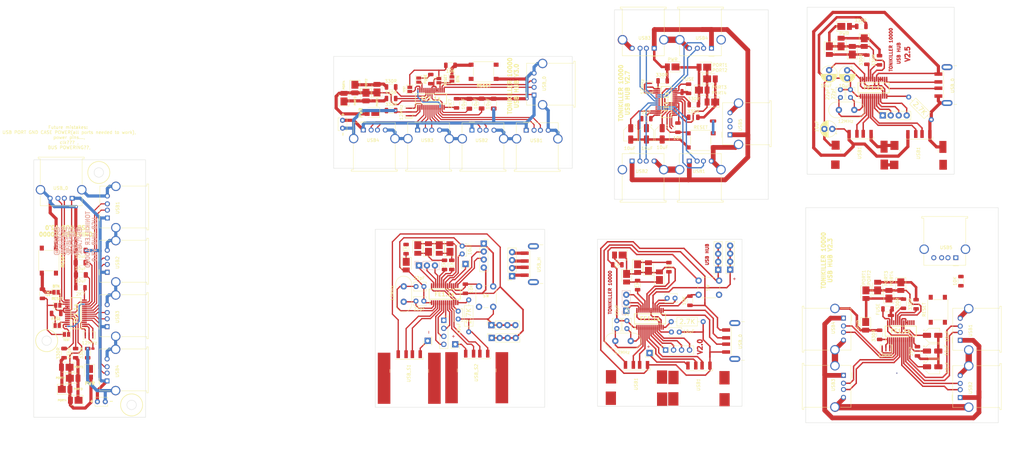
<source format=kicad_pcb>
(kicad_pcb (version 20211014) (generator pcbnew)
  (layers (0 "F.Cu" signal) (31 "B.Cu" signal) (34 "B.Paste" user) (35 "F.Paste" user) (36 "B.SilkS" user "B.Silkscreen") (37 "F.SilkS" user "F.Silkscreen") (38 "B.Mask" user) (39 "F.Mask" user) (44 "Edge.Cuts" user))
  (net 0 "")
  (footprint "Connector_USB:USB_A_Molex_67643_Horizontal" (layer "F.Cu") (at 175.40075 63.22925 90)
    (fp_text reference "USB5")
    (fp_text value "USB_A_Molex_67643_Horizontal")
  )
  (footprint "Connector_USB:USB_A_CNCTech_1001-011-01101_Horizontal" (layer "F.Cu") (at 251.3 47.425)
    (fp_text reference "USB_0")
    (fp_text value "USB_A_CNCTech_1001-011-01101_Horizontal")
  )
  (footprint "Resistor_SMD:R_1206_3216Metric" (layer "F.Cu") (at 153.98575 46.07925 180)
    (fp_text reference "330R")
    (fp_text value "R_1206_3216Metric")
  )
  (footprint "SOP64P600X175-28N" (layer "F.Cu") (at -32.556 119.965 180)
    (fp_text reference "FE1.1s")
    (fp_text value "SOP64P600X175-28N" hide)
  )
  (footprint "Resistor_SMD:R_1206_3216Metric" (layer "F.Cu") (at 234.9875 132.0625 90)
    (fp_text reference "2K7")
    (fp_text value "R_1206_3216Metric")
  )
  (footprint "Resistor_SMD:R_1206_3216Metric" (layer "F.Cu") (at 230.5375 116.9375 -90)
    (fp_text reference "330R")
    (fp_text value "R_1206_3216Metric")
  )
  (footprint "Connector_USB:USB_A_Molex_67643_Horizontal" (layer "F.Cu") (at 211.4725 139.7175 -90)
    (fp_text reference "USB3")
    (fp_text value "USB_A_Molex_67643_Horizontal")
  )
  (footprint "Connector_USB:USB_A_CNCTech_1001-011-01101_Horizontal" (layer "F.Cu") (at 145.66875 146.035 -90)
    (fp_text reference "USB1")
    (fp_text value "USB_A_CNCTech_1001-011-01101_Horizontal")
  )
  (footprint "LED_SMD:LED_PLCC_2835_Handsoldering" (layer "F.Cu") (at 142.51875 108.51625 -90)
    (fp_text reference "REF**" hide)
    (fp_text value "LED_PLCC_2835_Handsoldering")
  )
  (footprint "Resistor_SMD:R_1206_3216Metric" (layer "F.Cu") (at -28.8225 132.66 -90)
    (fp_text reference "330R")
    (fp_text value "R_1206_3216Metric")
  )
  (footprint "Resistor_THT:R_Axial_DIN0207_L6.3mm_D2.5mm_P10.16mm_Horizontal" (layer "F.Cu") (at 92.33575 125.88425 90)
    (fp_text reference "2.7K")
    (fp_text value "R_Axial_DIN0207_L6.3mm_D2.5mm_P10.16mm_Horizontal")
  )
  (footprint "Resistor_SMD:R_1206_3216Metric" (layer "F.Cu") (at 146.01875 111.01625 90)
    (fp_text reference "1K")
    (fp_text value "R_1206_3216Metric")
  )
  (footprint "Connector_USB:USB_A_CNCTech_1001-011-01101_Horizontal" (layer "F.Cu") (at 235.45 72.6375 -90)
    (fp_text reference "USB1")
    (fp_text value "USB_A_CNCTech_1001-011-01101_Horizontal")
  )
  (footprint "Capacitor_THT:C_Disc_D3.8mm_W2.6mm_P2.50mm" (layer "F.Cu") (at 210.5 48.875 -90)
    (fp_text reference "22pF")
    (fp_text value "C_Disc_D3.8mm_W2.6mm_P2.50mm")
  )
  (footprint "Connector_PinSocket_2.54mm:PinSocket_1x04_P2.54mm_Vertical" (layer "F.Cu") (at 106.11875 108.16625 180)
    (fp_text reference "REF**" hide)
    (fp_text value "PinSocket_1x04_P2.54mm_Vertical")
  )
  (footprint "Resistor_SMD:R_1206_3216Metric" (layer "F.Cu") (at 67.65325 48.02925 180)
    (fp_text reference "330R")
    (fp_text value "R_1206_3216Metric")
  )
  (footprint "LED_SMD:LED_PLCC_2835_Handsoldering" (layer "F.Cu") (at -35.6225 137.135 180)
    (fp_text reference "PORT1")
    (fp_text value "LED_PLCC_2835_Handsoldering")
  )
  (footprint "Button_Switch_THT:SW_PUSH_6mm" (layer "F.Cu") (at 165.41875 109.59125)
    (fp_text reference "SW")
    (fp_text value "SW_PUSH_6mm" hide)
  )
  (footprint "Connector_PinHeader_2.54mm:PinHeader_1x01_P2.54mm_Vertical" (layer "F.Cu") (at 91.31075 104.30425 90)
    (fp_text reference "REF**" hide)
    (fp_text value "PinHeader_1x01_P2.54mm_Vertical")
  )
  (footprint "Resistor_SMD:R_1206_3216Metric" (layer "F.Cu") (at 139.56875 104.54125 180)
    (fp_text reference "1K")
    (fp_text value "R_1206_3216Metric")
  )
  (footprint "Capacitor_THT:CP_Radial_D5.0mm_P2.50mm" (layer "F.Cu") (at 206.9 42.680112 -90)
    (fp_text reference "10uF")
    (fp_text value "CP_Radial_D5.0mm_P2.50mm")
  )
  (footprint "LED_SMD:LED_PLCC_2835_Handsoldering" (layer "F.Cu") (at 206.975 36.1625 -90)
    (fp_text reference "PORT1" hide)
    (fp_text value "LED_PLCC_2835_Handsoldering")
  )
  (footprint "Connector_USB:USB_A_Molex_67643_Horizontal" (layer "F.Cu") (at 113.10575 50.62925 90)
    (fp_text reference "USB_0")
    (fp_text value "USB_A_Molex_67643_Horizontal")
  )
  (footprint "Resistor_SMD:R_1206_3216Metric" (layer "F.Cu") (at -36.3225 132.6475 -90)
    (fp_text reference "330R")
    (fp_text value "R_1206_3216Metric")
  )
  (footprint "Connector_Wire:SolderWirePad_1x01_SMD_1x2mm" (layer "F.Cu") (at 226.5625 120.6875 90)
    (fp_text reference "TEST" hide)
    (fp_text value "SolderWirePad_1x01_SMD_1x2mm")
  )
  (footprint "Resistor_SMD:R_1206_3216Metric" (layer "F.Cu") (at 163.88575 53.65425 180)
    (fp_text reference "330R")
    (fp_text value "R_1206_3216Metric")
  )
  (footprint "Resistor_SMD:R_1206_3216Metric" (layer "F.Cu") (at 80.26575 45.52925 -90)
    (fp_text reference "FUSE")
    (fp_text value "R_1206_3216Metric")
  )
  (footprint "Crystal:Resonator_SMD_Murata_CSTxExxV-3Pin_3.0x1.1mm" (layer "F.Cu") (at 149.68575 48.07925 90)
    (fp_text reference "12MHz")
    (fp_text value "Resonator_SMD_Murata_CSTxExxV-3Pin_3.0x1.1mm")
  )
  (footprint "LED_SMD:LED_PLCC_2835_Handsoldering" (layer "F.Cu") (at -32.7725 147.635 180)
    (fp_text reference "PORT4")
    (fp_text value "LED_PLCC_2835_Handsoldering")
  )
  (footprint "LED_SMD:LED_PLCC_2835_Handsoldering" (layer "F.Cu") (at 149.46875 105.44125 90)
    (fp_text reference "REF**" hide)
    (fp_text value "LED_PLCC_2835_Handsoldering")
  )
  (footprint "Resistor_SMD:R_1206_3216Metric" (layer "F.Cu") (at -38.8225 120.035)
    (fp_text reference "FUSE")
    (fp_text value "R_1206_3216Metric")
  )
  (footprint "Jumper:SolderJumper-2_P1.3mm_Open_Pad1.0x1.5mm" (layer "F.Cu") (at -38.4975 123.885 180)
    (fp_text reference "FUSE" hide)
    (fp_text value "SolderJumper-2_P1.3mm_Open_Pad1.0x1.5mm")
  )
  (footprint "Jumper:SolderJumper-2_P1.3mm_Open_Pad1.0x1.5mm" (layer "F.Cu") (at -38.8475 113.31 180)
    (fp_text reference "BTN")
    (fp_text value "SolderJumper-2_P1.3mm_Open_Pad1.0x1.5mm")
  )
  (footprint "Capacitor_SMD:CP_Elec_4x5.4" (layer "F.Cu") (at 153.83575 62.92925 -90)
    (fp_text reference "10uF")
    (fp_text value "CP_Elec_4x5.4")
  )
  (footprint "LED_SMD:LED_PLCC_2835_Handsoldering" (layer "F.Cu") (at 63.16575 48.72925 90)
    (fp_text reference "PORT1")
    (fp_text value "LED_PLCC_2835_Handsoldering")
  )
  (footprint "Resistor_SMD:R_1206_3216Metric" (layer "F.Cu") (at 163.71075 57.67925 180)
    (fp_text reference "330R")
    (fp_text value "R_1206_3216Metric")
  )
  (footprint "LED_SMD:LED_PLCC_2835_Handsoldering" (layer "F.Cu") (at 169.63575 52.82925 180)
    (fp_text reference "PORT4")
    (fp_text value "LED_PLCC_2835_Handsoldering")
  )
  (footprint "Capacitor_SMD:CP_Elec_4x5.4" (layer "F.Cu") (at 143.83575 62.95425 -90)
    (fp_text reference "10uF")
    (fp_text value "CP_Elec_4x5.4")
  )
  (footprint "LED_SMD:LED_PLCC_2835_Handsoldering" (layer "F.Cu") (at 157.01075 41.65425 180)
    (fp_text reference "PWR")
    (fp_text value "LED_PLCC_2835_Handsoldering")
  )
  (footprint "LED_SMD:LED_PLCC_2835_Handsoldering" (layer "F.Cu") (at -35.9725 144.16)
    (fp_text reference "PORT3")
    (fp_text value "LED_PLCC_2835_Handsoldering")
  )
  (footprint "Resistor_SMD:R_1206_3216Metric" (layer "F.Cu") (at 91.26075 112.17925 90)
    (fp_text reference "10K")
    (fp_text value "R_1206_3216Metric")
  )
  (footprint "LED_SMD:LED_PLCC_2835_Handsoldering" (layer "F.Cu") (at 169.18575 45.45425)
    (fp_text reference "PORT2")
    (fp_text value "LED_PLCC_2835_Handsoldering")
  )
  (footprint "Crystal:Crystal_HC50_Vertical" (layer "F.Cu") (at 210.025 55.325)
    (fp_text reference "12MHz")
    (fp_text value "Crystal_HC50_Vertical")
  )
  (footprint "LED_SMD:LED_PLCC_2835_Handsoldering" (layer "F.Cu") (at 222.3375 111.6375 90)
    (fp_text reference "PORT2")
    (fp_text value "LED_PLCC_2835_Handsoldering")
  )
  (footprint "SOP64P600X175-28N" (layer "F.Cu") (at 149.96875 121.74125 90)
    (fp_text reference "FE1.1s")
    (fp_text value "SOP64P600X175-28N" hide)
  )
  (footprint "Crystal:Crystal_HC50_Vertical" (layer "F.Cu") (at 138.94375 128.79125)
    (fp_text reference "12MHz")
    (fp_text value "Crystal_HC50_Vertical")
  )
  (footprint "Capacitor_THT:C_Disc_D3.8mm_W2.6mm_P2.50mm" (layer "F.Cu") (at 90.26075 98.60425 -90)
    (fp_text reference "10uF")
    (fp_text value "C_Disc_D3.8mm_W2.6mm_P2.50mm")
  )
  (footprint "LED_SMD:LED_PLCC_2835_Handsoldering" (layer "F.Cu") (at 218.6125 113.7375 -90)
    (fp_text reference "PORT1")
    (fp_text value "LED_PLCC_2835_Handsoldering")
  )
  (footprint "LED_SMD:LED_PLCC_2835_Handsoldering" (layer "F.Cu") (at -28.2225 138.735 -90)
    (fp_text reference "PWR")
    (fp_text value "LED_PLCC_2835_Handsoldering")
  )
  (footprint "LED_SMD:LED_PLCC_2835_Handsoldering" (layer "F.Cu") (at 210.7 34.0625 90)
    (fp_text reference "PORT2" hide)
    (fp_text value "LED_PLCC_2835_Handsoldering")
  )
  (footprint "Resistor_SMD:R_1206_3216Metric" (layer "F.Cu") (at 225.4875 118.6125)
    (fp_text reference "FUSE")
    (fp_text value "R_1206_3216Metric")
  )
  (footprint "LED_SMD:LED_PLCC_2835_Handsoldering" (layer "F.Cu") (at 152.96875 108.34125 90)
    (fp_text reference "REF**" hide)
    (fp_text value "LED_PLCC_2835_Handsoldering")
  )
  (footprint "" (layer "F.Cu") (at 170.01075 58.85425 90)
    (fp_text reference "")
    (fp_text value "")
  )
  (footprint "Connector_USB:USB_A_Molex_67643_Horizontal" (layer "F.Cu") (at 248.5875 128.57 90)
    (fp_text reference "USB1")
    (fp_text value "USB_A_Molex_67643_Horizontal")
  )
  (footprint "Jumper:SolderJumper-2_P1.3mm_Open_Pad1.0x1.5mm" (layer "F.Cu") (at -38.3225 117.46 180)
    (fp_text reference "RESET")
    (fp_text value "SolderJumper-2_P1.3mm_Open_Pad1.0x1.5mm")
  )
  (footprint "Connector_USB:USB_A_Molex_67643_Horizontal" (layer "F.Cu") (at 247.1875 102.3225 180)
    (fp_text reference "USB5")
    (fp_text value "USB_A_Molex_67643_Horizontal")
  )
  (footprint "Connector_USB:USB_A_Molex_67643_Horizontal" (layer "F.Cu") (at 76.06575 61.74425)
    (fp_text reference "USB3")
    (fp_text value "USB_A_Molex_67643_Horizontal")
  )
  (footprint "Crystal:Resonator_SMD_Murata_CSTxExxV-3Pin_3.0x1.1mm" (layer "F.Cu") (at 224.9625 131.1375 180)
    (fp_text reference "12MHz")
    (fp_text value "Resonator_SMD_Murata_CSTxExxV-3Pin_3.0x1.1mm")
  )
  (footprint "Jumper:SolderJumper-2_P1.3mm_Open_Pad1.0x1.5mm" (layer "F.Cu") (at 73.59075 48.80425 90)
    (fp_text reference "TEST")
    (fp_text value "SolderJumper-2_P1.3mm_Open_Pad1.0x1.5mm")
  )
  (footprint "Resistor_SMD:R_1206_3216Metric" (layer "F.Cu") (at 222.9625 126.8375 -90)
    (fp_text reference "330R")
    (fp_text value "R_1206_3216Metric")
  )
  (footprint "Capacitor_THT:CP_Radial_D5.0mm_P2.50mm" (layer "F.Cu") (at 212.65 42.725 -90)
    (fp_text reference "10uF")
    (fp_text value "CP_Radial_D5.0mm_P2.50mm")
  )
  (footprint "Jumper:SolderJumper-2_P1.3mm_Open_Pad1.0x1.5mm" (layer "F.Cu") (at 86.99075 45.50425 90)
    (fp_text reference "BTN")
    (fp_text value "SolderJumper-2_P1.3mm_Open_Pad1.0x1.5mm")
  )
  (footprint "Resistor_SMD:R_1206_3216Metric" (layer "F.Cu") (at 234.5625 117.1125 -90)
    (fp_text reference "330R")
    (fp_text value "R_1206_3216Metric")
  )
  (footprint "LED_SMD:LED_PLCC_2835_Handsoldering" (layer "F.Cu") (at 140.21875 101.46625 180)
    (fp_text reference "REF**" hide)
    (fp_text value "LED_PLCC_2835_Handsoldering")
  )
  (footprint "Capacitor_THT:C_Disc_D3.8mm_W2.6mm_P2.50mm" (layer "F.Cu") (at 139.41875 122.34125 -90)
    (fp_text reference "22pF")
    (fp_text value "C_Disc_D3.8mm_W2.6mm_P2.50mm")
  )
  (footprint "Capacitor_THT:C_Disc_D3.8mm_W2.6mm_P2.50mm" (layer "F.Cu") (at 78.08575 111.47925 180)
    (fp_text reference "22pF")
    (fp_text value "C_Disc_D3.8mm_W2.6mm_P2.50mm")
  )
  (footprint "Capacitor_THT:C_Disc_D3.8mm_W2.6mm_P2.50mm" (layer "F.Cu") (at 156.76875 125.94125)
    (fp_text reference "10uF")
    (fp_text value "C_Disc_D3.8mm_W2.6mm_P2.50mm")
  )
  (footprint "Resistor_SMD:R_1206_3216Metric" (layer "F.Cu") (at 84.63575 104.60425 90)
    (fp_text reference "1K")
    (fp_text value "R_1206_3216Metric")
  )
  (footprint "Connector_USB:USB_A_Molex_67643_Horizontal" (layer "F.Cu") (at 93.36075 61.76925)
    (fp_text reference "USB2")
    (fp_text value "USB_A_Molex_67643_Horizontal")
  )
  (footprint "LED_SMD:LED_PLCC_2835_Handsoldering" (layer "F.Cu") (at 167.08575 41.72925 180)
    (fp_text reference "PORT1")
    (fp_text value "LED_PLCC_2835_Handsoldering")
  )
  (footprint "Connector_PinSocket_2.54mm:PinSocket_1x04_P2.54mm_Vertical" (layer "F.Cu") (at 223.95 57.075 90)
    (fp_text reference "REF**" hide)
    (fp_text value "PinSocket_1x04_P2.54mm_Vertical")
  )
  (footprint "Button_Switch_SMD:SW_Push_1P1T_NO_6x6mm_H9.5mm" (layer "F.Cu") (at 166.08575 65.00425 180)
    (fp_text reference "RESET")
    (fp_text value "SW_Push_1P1T_NO_6x6mm_H9.5mm")
  )
  (footprint "Connector_USB:USB_A_Molex_67643_Horizontal" (layer "F.Cu") (at -22.5825 106.94 90)
    (fp_text reference "USB2")
    (fp_text value "USB_A_Molex_67643_Horizontal")
  )
  (footprint "LED_SMD:LED_PLCC_2835_Handsoldering" (layer "F.Cu") (at 166.58575 49.02925)
    (fp_text reference "PORT3")
    (fp_text value "LED_PLCC_2835_Handsoldering")
  )
  (footprint "LED_SMD:LED_PLCC_2835_Handsoldering" (layer "F.Cu") (at 146.01875 105.46625 -90)
    (fp_text reference "REF**" hide)
    (fp_text value "LED_PLCC_2835_Handsoldering")
  )
  (footprint "Connector_USB:USB_A_Molex_67643_Horizontal" (layer "F.Cu") (at -33.7475 83.42 180)
    (fp_text reference "USB_0")
    (fp_text value "USB_A_Molex_67643_Horizontal")
  )
  (footprint "LED_SMD:LED_PLCC_2835_Handsoldering" (layer "F.Cu") (at 72.46075 104.67925 -90)
    (fp_text reference "REF**" hide)
    (fp_text value "LED_PLCC_2835_Handsoldering")
  )
  (footprint "LED_SMD:LED_PLCC_2835_Handsoldering" (layer "F.Cu") (at -33.4225 140.635)
    (fp_text reference "PORT2")
    (fp_text value "LED_PLCC_2835_Handsoldering")
  )
  (footprint "Button_Switch_SMD:SW_Push_1P1T_NO_6x6mm_H9.5mm" (layer "F.Cu") (at 97.06575 43.20425)
    (fp_text reference "RESET")
    (fp_text value "SW_Push_1P1T_NO_6x6mm_H9.5mm")
  )
  (footprint "Jumper:SolderJumper-2_P1.3mm_Open_Pad1.0x1.5mm" (layer "F.Cu") (at 82.84075 46.02925 90)
    (fp_text reference "RESET")
    (fp_text value "SolderJumper-2_P1.3mm_Open_Pad1.0x1.5mm")
  )
  (footprint "Resistor_SMD:R_1206_3216Metric" (layer "F.Cu") (at 67.64075 51.70425 180)
    (fp_text reference "330R")
    (fp_text value "R_1206_3216Metric")
  )
  (footprint "Capacitor_SMD:CP_Elec_4x5.4" (layer "F.Cu") (at 148.83575 62.92925 -90)
    (fp_text reference "10uF")
    (fp_text value "CP_Elec_4x5.4")
  )
  (footprint "Resistor_SMD:R_1206_3216Metric" (layer "F.Cu") (at 67.64075 55.52925 180)
    (fp_text reference "330R")
    (fp_text value "R_1206_3216Metric")
  )
  (footprint "Connector_USB:USB_A_CNCTech_1001-011-01101_Horizontal" (layer "F.Cu") (at 183.81875 128.79125)
    (fp_text reference "USB_0")
    (fp_text value "USB_A_CNCTech_1001-011-01101_Horizontal")
  )
  (footprint "LED_SMD:LED_PLCC_2835_Handsoldering" (layer "F.Cu") (at 86.36075 99.37925 90)
    (fp_text reference "REF**" hide)
    (fp_text value "LED_PLCC_2835_Handsoldering")
  )
  (footprint "Capacitor_THT:C_Disc_D3.8mm_W2.6mm_P2.50mm" (layer "F.Cu") (at -23.2225 148.085 180)
    (fp_text reference "22pF" hide)
    (fp_text value "C_Disc_D3.8mm_W2.6mm_P2.50mm")
  )
  (footprint "Capacitor_SMD:C_1206_3216Metric_Pad1.33x1.80mm_HandSolder" (layer "F.Cu") (at -30.9725 107.785 180)
    (fp_text reference "10uF")
    (fp_text value "C_1206_3216Metric_Pad1.33x1.80mm_HandSolder")
  )
  (footprint "Connector_PinSocket_2.54mm:PinSocket_1x04_P2.54mm_Vertical" (layer "F.Cu") (at 175.44375 106.09125 180)
    (fp_text reference "REF**" hide)
    (fp_text value "PinSocket_1x04_P2.54mm_Vertical")
  )
  (footprint "Resistor_SMD:R_1206_3216Metric" (layer "F.Cu") (at -43.1975 113.785 -90)
    (fp_text reference "1K")
    (fp_text value "R_1206_3216Metric")
  )
  (footprint "Connector_USB:USB_A_Molex_67643_Horizontal" (layer "F.Cu") (at 169.51075 35.72925 180)
    (fp_text reference "USB4")
    (fp_text value "USB_A_Molex_67643_Horizontal")
  )
  (footprint "LED_SMD:LED_PLCC_2835_Handsoldering" (layer "F.Cu") (at 214.275 36.6625 90)
    (fp_text reference "PORT3" hide)
    (fp_text value "LED_PLCC_2835_Handsoldering")
  )
  (footprint "Resistor_THT:R_Axial_DIN0207_L6.3mm_D2.5mm_P10.16mm_Horizontal" (layer "F.Cu") (at 166.86875 122.64125 180)
    (fp_text reference "2.7K")
    (fp_text value "R_Axial_DIN0207_L6.3mm_D2.5mm_P10.16mm_Horizontal")
  )
  (footprint "Connector_PinHeader_2.54mm:PinHeader_1x01_P2.54mm_Vertical" (layer "F.Cu") (at 79.26875 128.74125 90)
    (fp_text reference "REF**" hide)
    (fp_text value "PinHeader_1x01_P2.54mm_Vertical")
  )
  (footprint "Capacitor_SMD:C_1206_3216Metric_Pad1.33x1.80mm_HandSolder" (layer "F.Cu") (at 92.51575 53.37925 90)
    (fp_text reference "10uF")
    (fp_text value "C_1206_3216Metric_Pad1.33x1.80mm_HandSolder")
  )
  (footprint "Connector_PinSocket_2.54mm:PinSocket_1x04_P2.54mm_Vertical" (layer "F.Cu") (at 84.41075 122.22925)
    (fp_text reference "REF**" hide)
    (fp_text value "PinSocket_1x04_P2.54mm_Vertical")
  )
  (footprint "Resistor_SMD:R_1206_3216Metric" (layer "F.Cu") (at 218.9 39.3625 -90)
    (fp_text reference "330R")
    (fp_text value "R_1206_3216Metric")
  )
  (footprint "LED_SMD:LED_PLCC_2835_Handsoldering" (layer "F.Cu") (at 52.66575 51.57925 90)
    (fp_text reference "PORT4")
    (fp_text value "LED_PLCC_2835_Handsoldering")
  )
  (footprint "Resistor_SMD:R_1206_3216Metric" (layer "F.Cu") (at -32.6475 132.66 -90)
    (fp_text reference "330R")
    (fp_text value "R_1206_3216Metric")
  )
  (footprint "" (layer "F.Cu") (at -36.3225 131.185 180)
    (fp_text reference "")
    (fp_text value "")
  )
  (footprint "LED_SMD:LED_PLCC_2835_Handsoldering" (layer "F.Cu") (at 79.53575 99.37925 90)
    (fp_text reference "REF**" hide)
    (fp_text value "LED_PLCC_2835_Handsoldering")
  )
  (footprint "Resistor_SMD:R_1206_3216Metric" (layer "F.Cu") (at 222.925 39.5375 -90)
    (fp_text reference "330R")
    (fp_text value "R_1206_3216Metric")
  )
  (footprint "Resistor_THT:R_Axial_DIN0207_L6.3mm_D2.5mm_P10.16mm_Horizontal" (layer "F.Cu") (at 239.392103 58.417102 135)
    (fp_text reference "2.7K")
    (fp_text value "R_Axial_DIN0207_L6.3mm_D2.5mm_P10.16mm_Horizontal")
  )
  (footprint "Resistor_SMD:R_1206_3216Metric" (layer "F.Cu") (at 86.93575 104.60425 90)
    (fp_text reference "1K")
    (fp_text value "R_1206_3216Metric")
  )
  (footprint "Connector_USB:USB_A_Molex_67643_Horizontal" (layer "F.Cu") (at -22.6075 124.235 90)
    (fp_text reference "USB3")
    (fp_text value "USB_A_Molex_67643_Horizontal")
  )
  (footprint "LED_SMD:LED_PLCC_2835_Handsoldering" (layer "F.Cu") (at 82.96075 99.37925 -90)
    (fp_text reference "REF**" hide)
    (fp_text value "LED_PLCC_2835_Handsoldering")
  )
  (footprint "Capacitor_SMD:CP_Elec_4x5.4" (layer "F.Cu") (at 239.8375 136.9875)
    (fp_text reference "10uF")
    (fp_text value "CP_Elec_4x5.4")
  )
  (footprint "Capacitor_SMD:CP_Elec_4x5.4" (layer "F.Cu") (at 239.8125 126.9875)
    (fp_text reference "10uF")
    (fp_text value "CP_Elec_4x5.4")
  )
  (footprint "LED_SMD:LED_PLCC_2835_Handsoldering" (layer "F.Cu") (at 225.9125 114.2375 90)
    (fp_text reference "PORT3")
    (fp_text value "LED_PLCC_2835_Handsoldering")
  )
  (footprint "Resistor_SMD:R_1206_3216Metric" (layer "F.Cu") (at 158.83575 60.95425 -90)
    (fp_text reference "10K")
    (fp_text value "R_1206_3216Metric")
  )
  (footprint "Capacitor_SMD:C_1206_3216Metric_Pad1.33x1.80mm_HandSolder" (layer "F.Cu") (at -31.0475 103.885 180)
    (fp_text reference "10uF")
    (fp_text value "C_1206_3216Metric_Pad1.33x1.80mm_HandSolder")
  )
  (footprint "LED_SMD:LED_PLCC_2835_Handsoldering" (layer "F.Cu") (at 218.075 33.6125 -90)
    (fp_text reference "PORT4" hide)
    (fp_text value "LED_PLCC_2835_Handsoldering")
  )
  (footprint "SOP64P600X175-28N" (layer "F.Cu") (at 155.16075 52.80425)
    (fp_text reference "FE1.1s")
    (fp_text value "SOP64P600X175-28N" hide)
  )
  (footprint "Connector_USB:USB_A_CNCTech_1001-011-01101_Horizontal" (layer "F.Cu") (at 216.75 72.56875 -90)
    (fp_text reference "USB1")
    (fp_text value "USB_A_CNCTech_1001-011-01101_Horizontal")
  )
  (footprint "Capacitor_THT:C_Disc_D3.8mm_W2.6mm_P2.50mm" (layer "F.Cu") (at 142.61875 122.34125 -90)
    (fp_text reference "22pF")
    (fp_text value "C_Disc_D3.8mm_W2.6mm_P2.50mm")
  )
  (footprint "Connector_USB:USB_A_Molex_67643_Horizontal" (layer "F.Cu") (at -22.6325 141.485 90)
    (fp_text reference "USB4")
    (fp_text value "USB_A_Molex_67643_Horizontal")
  )
  (footprint "Capacitor_SMD:C_1206_3216Metric_Pad1.33x1.80mm_HandSolder" (layer "F.Cu") (at 96.41575 53.30425 90)
    (fp_text reference "10uF")
    (fp_text value "C_1206_3216Metric_Pad1.33x1.80mm_HandSolder")
  )
  (footprint "Resistor_SMD:R_1206_3216Metric" (layer "F.Cu") (at 217.15 28.775 180)
    (fp_text reference "330R")
    (fp_text value "R_1206_3216Metric")
  )
  (footprint "Crystal:Resonator_SMD_Murata_CSTxExxV-3Pin_3.0x1.1mm" (layer "F.Cu") (at 73.26575 55.97925 90)
    (fp_text reference "12MHz")
    (fp_text value "Resonator_SMD_Murata_CSTxExxV-3Pin_3.0x1.1mm")
  )
  (footprint "LED_SMD:LED_PLCC_2835_Handsoldering" (layer "F.Cu") (at 59.66575 50.92925 -90)
    (fp_text reference "PORT2")
    (fp_text value "LED_PLCC_2835_Handsoldering")
  )
  (footprint "SOP64P600X175-28N" (layer "F.Cu") (at 80.33575 51.79575 90)
    (fp_text reference "FE1.1s")
    (fp_text value "SOP64P600X175-28N" hide)
  )
  (footprint "Crystal:Crystal_HC50_Vertical" (layer "F.Cu") (at 71.66075 111.42925 -90)
    (fp_text reference "12MHz")
    (fp_text value "Crystal_HC50_Vertical")
  )
  (footprint "Capacitor_THT:C_Disc_D3.8mm_W2.6mm_P2.50mm" (layer "F.Cu") (at 213.7 48.875 -90)
    (fp_text reference "22pF")
    (fp_text value "C_Disc_D3.8mm_W2.6mm_P2.50mm")
  )
  (footprint "Jumper:SolderJumper-2_P1.3mm_Open_Pad1.0x1.5mm" (layer "F.Cu") (at -35.5475 126.71 180)
    (fp_text reference "TEST")
    (fp_text value "SolderJumper-2_P1.3mm_Open_Pad1.0x1.5mm")
  )
  (footprint "Connector_PinHeader_2.54mm:PinHeader_1x01_P2.54mm_Vertical" (layer "F.Cu") (at 88.04375 129.84125 90)
    (fp_text reference "REF**" hide)
    (fp_text value "PinHeader_1x01_P2.54mm_Vertical")
  )
  (footprint "Connector_PinSocket_2.54mm:PinSocket_1x04_P2.54mm_Vertical" (layer "F.Cu") (at 99.54375 123.74125 90)
    (fp_text reference "REF**" hide)
    (fp_text value "PinSocket_1x04_P2.54mm_Vertical")
  )
  (footprint "SOP64P600X175-28N" (layer "F.Cu") (at 229.6875 125.6625 90)
    (fp_text reference "FE1.1s")
    (fp_text value "SOP64P600X175-28N" hide)
  )
  (footprint "Connector_USB:USB_A_Molex_67643_Horizontal" (layer "F.Cu") (at 162.46075 71.59425)
    (fp_text reference "USB1")
    (fp_text value "USB_A_Molex_67643_Horizontal")
  )
  (footprint "Button_Switch_THT:SW_PUSH_6mm" (layer "F.Cu") (at 100.11075 111.42925 -90)
    (fp_text reference "SW")
    (fp_text value "SW_PUSH_6mm" hide)
  )
  (footprint "Connector_USB:USB_A_CNCTech_1001-011-01101_Horizontal" (layer "F.Cu") (at 165.51875 146.2475 -90)
    (fp_text reference "USB1")
    (fp_text value "USB_A_CNCTech_1001-011-01101_Horizontal")
  )
  (footprint "" (layer "F.Cu") (at 69.11575 48.02925 90)
    (fp_text reference "")
    (fp_text value "")
  )
  (footprint "Button_Switch_SMD:SW_Push_1P1T_NO_6x6mm_H9.5mm" (layer "F.Cu") (at -41.1475 103.235 90)
    (fp_text reference "RESET")
    (fp_text value "SW_Push_1P1T_NO_6x6mm_H9.5mm")
  )
  (footprint "Capacitor_THT:C_Disc_D3.8mm_W2.6mm_P2.50mm" (layer "F.Cu") (at 155.41875 115.19125)
    (fp_text reference "22pF" hide)
    (fp_text value "C_Disc_D3.8mm_W2.6mm_P2.50mm")
  )
  (footprint "Connector_PinSocket_2.54mm:PinSocket_1x04_P2.54mm_Vertical" (layer "F.Cu") (at 154.91875 131.66625 90)
    (fp_text reference "REF**" hide)
    (fp_text value "PinSocket_1x04_P2.54mm_Vertical")
  )
  (footprint "LED_SMD:LED_PLCC_2835_Handsoldering" (layer "F.Cu") (at 218.5375 123.8125 -90)
    (fp_text reference "PWR")
    (fp_text value "LED_PLCC_2835_Handsoldering")
  )
  (footprint "Resistor_SMD:R_1206_3216Metric" (layer "F.Cu") (at 72.41075 99.57925 90)
    (fp_text reference "1K")
    (fp_text value "R_1206_3216Metric")
  )
  (footprint "Connector_Wire:SolderWirePad_1x01_SMD_1x2mm" (layer "F.Cu") (at 160.13575 49.67925)
    (fp_text reference "TEST" hide)
    (fp_text value "SolderWirePad_1x01_SMD_1x2mm")
  )
  (footprint "Connector_USB:USB_A_CNCTech_1001-011-01101_Horizontal" (layer "F.Cu") (at 119.79375 104.36625)
    (fp_text reference "USB_H")
    (fp_text value "USB_A_CNCTech_1001-011-01101_Horizontal")
  )
  (footprint "Connector_PinSocket_2.54mm:PinSocket_1x04_P2.54mm_Vertical" (layer "F.Cu") (at 171.64375 106.14125 180)
    (fp_text reference "REF**" hide)
    (fp_text value "PinSocket_1x04_P2.54mm_Vertical")
  )
  (footprint "Capacitor_THT:C_Disc_D3.8mm_W2.6mm_P2.50mm" (layer "F.Cu") (at 78.06075 116.10425 180)
    (fp_text reference "22pF")
    (fp_text value "C_Disc_D3.8mm_W2.6mm_P2.50mm")
  )
  (footprint "LED_SMD:LED_PLCC_2835_Handsoldering" (layer "F.Cu") (at 211.85 28.775)
    (fp_text reference "PWR")
    (fp_text value "LED_PLCC_2835_Handsoldering")
  )
  (footprint "Crystal:Resonator_SMD_Murata_CSTxExxV-3Pin_3.0x1.1mm" (layer "F.Cu") (at -28.3725 127.035 180)
    (fp_text reference "12MHz")
    (fp_text value "Resonator_SMD_Murata_CSTxExxV-3Pin_3.0x1.1mm")
  )
  (footprint "Connector_PinSocket_2.54mm:PinSocket_1x04_P2.54mm_Vertical" (layer "F.Cu") (at 97.11875 97.81625)
    (fp_text reference "REF**" hide)
    (fp_text value "PinSocket_1x04_P2.54mm_Vertical")
  )
  (footprint "Connector_USB:USB_A_Molex_67643_Horizontal" (layer "F.Cu") (at 248.5875 146.77 90)
    (fp_text reference "USB2")
    (fp_text value "USB_A_Molex_67643_Horizontal")
  )
  (footprint "Resistor_SMD:R_1206_3216Metric" (layer "F.Cu") (at 162.21075 48.60425 -90)
    (fp_text reference "FUSE")
    (fp_text value "R_1206_3216Metric")
  )
  (footprint "LED_SMD:LED_PLCC_2835_Handsoldering" (layer "F.Cu") (at 229.7125 111.1875 -90)
    (fp_text reference "PORT4")
    (fp_text value "LED_PLCC_2835_Handsoldering")
  )
  (footprint "Connector_USB:USB_A_Molex_67643_Horizontal" (layer "F.Cu") (at 58.81575 61.71925)
    (fp_text reference "USB4")
    (fp_text value "USB_A_Molex_67643_Horizontal")
  )
  (footprint "Resistor_SMD:R_1206_3216Metric" (layer "F.Cu") (at 88.44075 53.22925 90)
    (fp_text reference "2K7")
    (fp_text value "R_1206_3216Metric")
  )
  (footprint "Connector_USB:USB_A_Molex_67643_Horizontal" (layer "F.Cu") (at 144.26075 71.59425)
    (fp_text reference "USB2")
    (fp_text value "USB_A_Molex_67643_Horizontal")
  )
  (footprint "Resistor_SMD:R_1206_3216Metric" (layer "F.Cu") (at 248.8125 109.7625 -90)
    (fp_text reference "10K")
    (fp_text value "R_1206_3216Metric")
  )
  (footprint "Resistor_SMD:R_1206_3216Metric" (layer "F.Cu") (at 155.96875 105.31625 90)
    (fp_text reference "1K")
    (fp_text value "R_1206_3216Metric")
  )
  (footprint "Connector_USB:USB_A_CNCTech_1001-011-01101_Horizontal" (layer "F.Cu") (at 94.86875 142.46625 -90)
    (fp_text reference "USB_S2")
    (fp_text value "USB_A_CNCTech_1001-011-01101_Horizontal")
  )
  (footprint "Resistor_SMD:R_1206_3216Metric" (layer "F.Cu") (at 162.66875 115.99125 -90)
    (fp_text reference "10K")
    (fp_text value "R_1206_3216Metric")
  )
  (footprint "Resistor_SMD:R_1206_3216Metric" (layer "F.Cu") (at -31.1225 111.86 180)
    (fp_text reference "2K7")
    (fp_text value "R_1206_3216Metric")
  )
  (footprint "Connector_USB:USB_A_Molex_67643_Horizontal" (layer "F.Cu") (at -22.5575 89.69 90)
    (fp_text reference "USB1")
    (fp_text value "USB_A_Molex_67643_Horizontal")
  )
  (footprint "Connector_PinSocket_2.54mm:PinSocket_1x04_P2.54mm_Vertical" (layer "F.Cu") (at 99.64375 127.81625 90)
    (fp_text reference "REF**" hide)
    (fp_text value "PinSocket_1x04_P2.54mm_Vertical")
  )
  (footprint "Capacitor_THT:C_Disc_D3.8mm_W2.6mm_P2.50mm" (layer "F.Cu") (at 52.21575 61.12925 90)
    (fp_text reference "22pF" hide)
    (fp_text value "C_Disc_D3.8mm_W2.6mm_P2.50mm")
  )
  (footprint "Capacitor_THT:C_Disc_D3.8mm_W2.6mm_P2.50mm" (layer "F.Cu") (at 88.98575 119.30425 -90)
    (fp_text reference "10uF")
    (fp_text value "C_Disc_D3.8mm_W2.6mm_P2.50mm")
  )
  (footprint "Connector_USB:USB_A_CNCTech_1001-011-01101_Horizontal" (layer "F.Cu") (at 73.41875 142.64125 -90)
    (fp_text reference "USB_S1")
    (fp_text value "USB_A_CNCTech_1001-011-01101_Horizontal")
  )
  (footprint "Connector_USB:USB_A_Molex_67643_Horizontal" (layer "F.Cu") (at 110.61075 61.79425)
    (fp_text reference "USB1")
    (fp_text value "USB_A_Molex_67643_Horizontal")
  )
  (footprint "LED_SMD:LED_PLCC_2835_Handsoldering" (layer "F.Cu") (at 76.13575 99.37925 -90)
    (fp_text reference "REF**" hide)
    (fp_text value "LED_PLCC_2835_Handsoldering")
  )
  (footprint "LED_SMD:LED_PLCC_2835_Handsoldering" (layer "F.Cu") (at 61.56575 56.12925 180)
    (fp_text reference "PWR")
    (fp_text value "LED_PLCC_2835_Handsoldering")
  )
  (footprint "SOP64P600X175-28N" (layer "F.Cu") (at 84.68575 113.90425 90)
    (fp_text reference "FE1.1s")
    (fp_text value "SOP64P600X175-28N" hide)
  )
  (footprint "Connector_USB:USB_A_Molex_67643_Horizontal" (layer "F.Cu") (at 211.4725 121.5175 -90)
    (fp_text reference "USB4")
    (fp_text value "USB_A_Molex_67643_Horizontal")
  )
  (footprint "Connector_PinHeader_2.54mm:PinHeader_1x01_P2.54mm_Vertical" (layer "F.Cu") (at 149.81875 132.61 90)
    (fp_text reference "REF**" hide)
    (fp_text value "PinHeader_1x01_P2.54mm_Vertical")
  )
  (footprint "Resistor_SMD:R_1206_3216Metric" (layer "F.Cu") (at 86.51575 41.15425 180)
    (fp_text reference "10K")
    (fp_text value "R_1206_3216Metric")
  )
  (footprint "Capacitor_SMD:CP_Elec_4x5.4" (layer "F.Cu") (at 239.8125 131.9875)
    (fp_text reference "10uF")
    (fp_text value "CP_Elec_4x5.4")
  )
  (footprint "Resistor_SMD:R_1206_3216Metric" (layer "F.Cu") (at 148.76075 58.10425)
    (fp_text reference "2K7")
    (fp_text value "R_1206_3216Metric")
  )
  (footprint "LED_SMD:LED_PLCC_2835_Handsoldering" (layer "F.Cu") (at 56.14075 48.37925 -90)
    (fp_text reference "PORT3")
    (fp_text value "LED_PLCC_2835_Handsoldering")
  )
  (footprint "Capacitor_THT:CP_Radial_D5.0mm_P2.50mm" (layer "F.Cu") (at 207.905113 61.375 180)
    (fp_text reference "10uF")
    (fp_text value "CP_Radial_D5.0mm_P2.50mm")
  )
  (footprint "Capacitor_SMD:C_1206_3216Metric_Pad1.33x1.80mm_HandSolder" (layer "F.Cu") (at -31.0225 100.035 180)
    (fp_text reference "10uF")
    (fp_text value "C_1206_3216Metric_Pad1.33x1.80mm_HandSolder")
  )
  (footprint "Jumper:SolderJumper-2_P1.3mm_Open_Pad1.0x1.5mm" (layer "F.Cu") (at 76.41575 45.85425 90)
    (fp_text reference "FUSE" hide)
    (fp_text value "SolderJumper-2_P1.3mm_Open_Pad1.0x1.5mm")
  )
  (footprint "SOP64P600X175-28N" (layer "F.Cu") (at 221.05 48.275 90)
    (fp_text reference "FE1.1s")
    (fp_text value "SOP64P600X175-28N" hide)
  )
  (footprint "Jumper:SolderJumper-2_P1.3mm_Open_Pad1.0x1.5mm" (layer "F.Cu") (at -27.81 131.21 180)
    (fp_text reference "FUSE" hide)
    (fp_text value "SolderJumper-2_P1.3mm_Open_Pad1.0x1.5mm")
  )
  (footprint "Button_Switch_SMD:SW_Push_1P1T_NO_6x6mm_H9.5mm" (layer "F.Cu") (at 241.4625 118.8625 90)
    (fp_text reference "RESET")
    (fp_text value "SW_Push_1P1T_NO_6x6mm_H9.5mm")
  )
  (footprint "Connector_USB:USB_A_Molex_67643_Horizontal" (layer "F.Cu") (at 151.31075 35.72925 180)
    (fp_text reference "USB3")
    (fp_text value "USB_A_Molex_67643_Horizontal")
  )
  (footprint "Capacitor_SMD:C_1206_3216Metric_Pad1.33x1.80mm_HandSolder" (layer "F.Cu") (at 100.26575 53.32925 90)
    (fp_text reference "10uF")
    (fp_text value "C_1206_3216Metric_Pad1.33x1.80mm_HandSolder")
  )
  (footprint "Connector_PinHeader_2.54mm:PinHeader_1x03_P2.54mm_Vertical" (layer "B.Cu") (at 142.41875 119.16625)
    (fp_text reference "REF**" hide)
    (fp_text value "PinHeader_1x03_P2.54mm_Vertical")
  )
  (footprint "Connector_PinHeader_2.54mm:PinHeader_1x03_P2.54mm_Vertical" (layer "B.Cu") (at 76.51075 104.77925 -90)
    (fp_text reference "REF**" hide)
    (fp_text value "PinHeader_1x03_P2.54mm_Vertical")
  )
  (footprint "LOGO" (layer "B.Cu") (at -35.1075 96.99 -90)
    (fp_text reference "G***" hide)
    (fp_text value "LOGO" hide)
  )
  (gr_circle (center -25.2725 75.21) (end -25.2725 71.71) (layer "F.SilkS") (width 0.2) (fill none))
  (gr_circle (center -14.8475 149.11) (end -14.8475 145.61) (layer "F.SilkS") (width 0.2) (fill none))
  (gr_circle (center -41.8475 128.685) (end -41.8475 125.185) (layer "F.SilkS") (width 0.2) (fill none))
  (gr_rect (start 199.9 75.775) (end 246.65 22.675) (layer "Edge.Cuts") (width 0.1) (fill none))
  (gr_rect (start 138.66075 83.77925) (end 187.56075 23.52925) (layer "Edge.Cuts") (width 0.1) (fill none))
  (gr_rect (start 260.6625 154.8125) (end 199.4875 86.3875) (layer "Edge.Cuts") (width 0.1) (fill none))
  (gr_rect (start 49.36575 73.90425) (end 125.21575 38.32925) (layer "Edge.Cuts") (width 0.1) (fill none))
  (gr_rect (start -10.4225 153.06) (end -45.9225 71.21) (layer "Edge.Cuts") (width 0.1) (fill none))
  (gr_circle (center -25.2725 75.21) (end -25.2725 73.71) (layer "Edge.Cuts") (width 0.1) (fill none))
  (gr_circle (center -41.8475 128.685) (end -41.8475 127.185) (layer "Edge.Cuts") (width 0.1) (fill none))
  (gr_rect (start 62.59375 149.86625) (end 116.49375 93.31625) (layer "Edge.Cuts") (width 0.1) (fill none))
  (gr_circle (center -14.8475 149.11) (end -14.8475 147.61) (layer "Edge.Cuts") (width 0.1) (fill none))
  (gr_rect (start 133.26875 149.54125) (end 179.21875 96.44125) (layer "Edge.Cuts") (width 0.1) (fill none))
  (gr_text "USB HUB" (at 229.05 37.325 90) (layer "F.Cu") (effects (font (size 1 1) (thickness 0.25))))
  (gr_text "+\n" (at 87.39375 127.31625 90) (layer "F.Cu") (effects (font (size 1 1))))
  (gr_text "TONIKILLER 10000" (at 137.26875 113.34125 90) (layer "F.Cu") (effects (font (size 1 1) (thickness 0.25))))
  (gr_text "USB HUB" (at 168.11875 101.29125 90) (layer "F.Cu") (effects (font (size 1 1) (thickness 0.25))))
  (gr_text "-\n" (at 79.56875 126.01625 90) (layer "F.Cu") (effects (font (size 1 1))))
  (gr_text "TONIKILLER 10000" (at 226.55 36.175 90) (layer "F.Cu") (effects (font (size 1 1) (thickness 0.25))))
  (gr_text "V2.0" (at 165.86875 130.59125 90) (layer "F.Cu") (effects (font (size 1.5 1.5) (thickness 0.375))))
  (gr_text "+\n" (at 149.41875 130.59125 90) (layer "F.Cu") (effects (font (size 1 1))))
  (gr_text "+\n" (at 176.71875 109.04125 90) (layer "F.Cu") (effects (font (size 1 1))))
  (gr_text "V2.5" (at 231.85 37.575 90) (layer "F.Cu") (effects (font (size 1.5 1.5) (thickness 0.375))))
  (gr_text "TONIKILLER 10000\nUSB HUB V3.0" (at -27.7325 96.54 90) (layer "B.SilkS") (effects (font (size 1.3 1.3) (thickness 0.3)) (justify mirror)))
  (gr_text "TONIKILLER 10000\nUSB HUB V2.3\n" (at 206.175 103.1875 90) (layer "F.SilkS") (effects (font (size 1.3 1.3) (thickness 0.3))))
  (gr_text "TONIKILLER 10000\nUSB HUB V3.0" (at 106.46575 47.70425 90) (layer "F.SilkS") (effects (font (size 1.3 1.3) (thickness 0.3))))
  (gr_text "-" (at -21.3225 148.035 180) (layer "F.SilkS") (effects (font (size 1 1) (thickness 0.25))))
  (gr_text "Future mistakes: \nUSB PORT GND CASE POWER(all ports needed to work),\npower pins...,\nclk??? ,\nBUS POWERING??,\n" (at -34.69 64.06) (layer "F.SilkS") (effects (font (size 1 1))))
  (gr_text "+\n" (at -27.5225 148.035 180) (layer "F.SilkS") (effects (font (size 1 1) (thickness 0.25))))
  (gr_text "-" (at 52.26575 63.02925 90) (layer "F.SilkS") (effects (font (size 1 1) (thickness 0.25))))
  (gr_text "+\n" (at 52.26575 56.82925 90) (layer "F.SilkS") (effects (font (size 1 1) (thickness 0.25))))
  (gr_text "TONIKILLER 10000\nUSB HUB V2.7" (at 141.76075 49.95425 90) (layer "F.SilkS") (effects (font (size 1.3 1.3) (thickness 0.3))))
  (gr_text "TONIKILLER 10000\nUSB HUB V3.0" (at -35.2725 93.735 180) (layer "F.SilkS") (effects (font (size 1.3 1.3) (thickness 0.3))))
  (segment (start 166.88575 55.72925) (end 168.11075 54.50425) (width 0.45) (layer "F.Cu") (net 0))
  (segment (start 167.41875 116.69125) (end 167.41875 117.49125) (width 0.45) (layer "F.Cu") (net 0))
  (segment (start 143.96875 117.59125) (end 146.01875 117.59125) (width 0.45) (layer "F.Cu") (net 0))
  (segment (start 151.31075 39.30425) (end 151.31075 35.72925) (width 0.8) (layer "F.Cu") (net 0))
  (segment (start -28.46 131.21) (end -28.81 131.21) (width 0.25) (layer "F.Cu") (net 0))
  (segment (start 86.92575 112.51425) (end 86.92575 111.19225) (width 0.4) (layer "F.Cu") (net 0))
  (segment (start 79.26875 128.74125) (end 76.91875 131.09125) (width 0.4) (layer "F.Cu") (net 0))
  (segment (start 224.55 24.325) (end 241.65 41.425) (width 1) (layer "F.Cu") (net 0))
  (segment (start 86.11075 112.52925) (end 86.91075 112.52925) (width 0.4) (layer "F.Cu") (net 0))
  (segment (start 84.66575 42.70425) (end 82.76575 42.70425) (width 0.4) (layer "F.Cu") (net 0))
  (segment (start 81.86075 128.52925) (end 83.18075 129.84925) (width 0.4) (layer "F.Cu") (net 0))
  (segment (start 228.0875 128.3745) (end 228.0875 133.0125) (width 0.45) (layer "F.Cu") (net 0))
  (segment (start 160.76875 127.89125) (end 162.53875 129.66125) (width 0.45) (layer "F.Cu") (net 0))
  (segment (start 150.28875 127.03625) (end 154.91875 131.66625) (width 0.45) (layer "F.Cu") (net 0))
  (segment (start 221.37 50.987) (end 221.37 54.795) (width 0.45) (layer "F.Cu") (net 0))
  (segment (start -35.268 120.925) (end -33.2825 120.925) (width 0.4) (layer "F.Cu") (net 0))
  (segment (start 234.45 61.475) (end 234.45 62.9875) (width 0.45) (layer "F.Cu") (net 0))
  (segment (start 222.65 47.525) (end 222.55 47.625) (width 0.45) (layer "F.Cu") (net 0))
  (segment (start 254.5475 146.77) (end 248.5875 146.77) (width 1.5) (layer "F.Cu") (net 0))
  (segment (start 148.83575 64.72925) (end 153.83575 64.72925) (width 0.8) (layer "F.Cu") (net 0))
  (segment (start -29.844 116.445) (end -28.6575 116.445) (width 0.35) (layer "F.Cu") (net 0))
  (segment (start 228.0875 133.0125) (end 227.0875 134.0125) (width 0.45) (layer "F.Cu") (net 0))
  (segment (start 82.84075 46.67925) (end 86.46575 46.67925) (width 0.4) (layer "F.Cu") (net 0))
  (segment (start 149.16875 137.94125) (end 148.06875 139.04125) (width 0.45) (layer "F.Cu") (net 0))
  (segment (start 162.42325 52.79175) (end 162.42325 53.65425) (width 0.45) (layer "F.Cu") (net 0))
  (segment (start 162.18575 77.55425) (end 173.86075 77.55425) (width 1.5) (layer "F.Cu") (net 0))
  (segment (start 69.91875 132.99125) (end 69.91875 122.09125) (width 0.4) (layer "F.Cu") (net 0))
  (segment (start 225.9125 112.7125) (end 222.3625 112.7125) (width 0.8) (layer "F.Cu") (net 0))
  (segment (start 100.11075 100.85825) (end 97.11875 97.86625) (width 0.5) (layer "F.Cu") (net 0))
  (segment (start 152.20875 124.45325) (end 152.20875 125.73125) (width 0.45) (layer "F.Cu") (net 0))
  (segment (start 143.84375 128.79125) (end 143.84375 126.06625) (width 0.4) (layer "F.Cu") (net 0))
  (segment (start 88.84575 110.88925) (end 94.14375 105.59125) (width 0.4) (layer "F.Cu") (net 0))
  (segment (start 223.75 42.725) (end 224.45 42.025) (width 0.45) (layer "F.Cu") (net 0))
  (segment (start 230.6475 124.9725) (end 231.0875 125.4125) (width 0.45) (layer "F.Cu") (net 0))
  (segment (start 76.51075 105.52925) (end 76.51075 104.77925) (width 0.4) (layer "F.Cu") (net 0))
  (segment (start 174.16875 129.79125) (end 171.16875 129.79125) (width 0.45) (layer "F.Cu") (net 0))
  (segment (start 76.51575 59.80425) (end 78.73575 57.58425) (width 0.35) (layer "F.Cu") (net 0))
  (segment (start 80.56575 61.74425) (end 80.56575 58.75425) (width 0.35) (layer "F.Cu") (net 0))
  (segment (start 158.91875 117.59125) (end 153.16875 117.59125) (width 0.45) (layer "F.Cu") (net 0))
  (segment (start 214.6875 136.8375) (end 214.6875 141.1125) (width 0.45) (layer "F.Cu") (net 0))
  (segment (start 152.91875 116.79125) (end 157.31875 116.79125) (width 0.45) (layer "F.Cu") (net 0))
  (segment (start 148.36875 124.45325) (end 148.36875 131.19125) (width 0.45) (layer "F.Cu") (net 0))
  (segment (start 152.20875 117.50125) (end 152.91875 116.79125) (width 0.45) (layer "F.Cu") (net 0))
  (segment (start 223.6 54.275) (end 227.85 54.275) (width 0.45) (layer "F.Cu") (net 0))
  (segment (start 166.51875 136.5975) (end 166.51875 135.235) (width 0.45) (layer "F.Cu") (net 0))
  (segment (start 86.26075 119.60425) (end 86.26075 123.77925) (width 0.4) (layer "F.Cu") (net 0))
  (segment (start 222.01 44.365) (end 222.65 43.725) (width 0.45) (layer "F.Cu") (net 0))
  (segment (start 175.40075 56.22925) (end 178.11075 53.51925) (width 1.5) (layer "F.Cu") (net 0))
  (segment (start 168.11075 45.47925) (end 168.13575 45.45425) (width 0.8) (layer "F.Cu") (net 0))
  (segment (start 156.69075 56.32425) (end 156.28575 56.72925) (width 0.4) (layer "F.Cu") (net 0))
  (segment (start -32.6225 131.1725) (end -32.6475 131.1975) (width 0.4) (layer "F.Cu") (net 0))
  (segment (start 83.08575 108.12925) (end 84.66075 106.55425) (width 0.4) (layer "F.Cu") (net 0))
  (segment (start 98.36875 130.99125) (end 93.26175 125.88425) (width 0.4) (layer "F.Cu") (net 0))
  (segment (start -37.2975 117.085) (end -37.6725 117.46) (width 0.4) (layer "F.Cu") (net 0))
  (segment (start 214.1675 124.0175) (end 211.4725 124.0175) (width 0.45) (layer "F.Cu") (net 0))
  (segment (start 86.92575 112.51425) (end 88.31575 113.90425) (width 0.4) (layer "F.Cu") (net 0))
  (segment (start 82.84075 45.37925) (end 82.84075 42.77925) (width 0.4) (layer "F.Cu") (net 0))
  (segment (start 229.3675 121.0575) (end 229.9125 120.5125) (width 0.45) (layer "F.Cu") (net 0))
  (segment (start 138.69375 102.66625) (end 138.69375 101.46625) (width 0.45) (layer "F.Cu") (net 0))
  (segment (start 78.57275 116.61625) (end 80.52575 116.61625) (width 0.4) (layer "F.Cu") (net 0))
  (segment (start -41.5725 117.46) (end -41.6475 117.535) (width 0.4) (layer "F.Cu") (net 0))
  (segment (start 235.925 134.4625) (end 241.6375 134.4625) (width 0.8) (layer "F.Cu") (net 0))
  (segment (start 231.95 66.975) (end 228.9 70.025) (width 1) (layer "F.Cu") (net 0))
  (segment (start 151.62075 71.59425) (end 154.33075 74.30425) (width 1.5) (layer "F.Cu") (net 0))
  (segment (start 75.51575 57.17925) (end 76.81575 55.87925) (width 0.4) (layer "F.Cu") (net 0))
  (segment (start -30.7475 131.685) (end -30.7475 130.385) (width 0.4) (layer "F.Cu") (net 0))
  (segment (start 84.66075 106.09175) (end 84.63575 106.06675) (width 0.4) (layer "F.Cu") (net 0))
  (segment (start 218.5375 125.3375) (end 216.9375 125.3375) (width 0.8) (layer "F.Cu") (net 0))
  (segment (start 153.83575 57.20425) (end 153.83575 61.12925) (width 0.45) (layer "F.Cu") (net 0))
  (segment (start 75.66575 55.97925) (end 76.19075 55.45425) (width 0.4) (layer "F.Cu") (net 0))
  (segment (start 112.90575 50.42925) (end 113.10575 50.62925) (width 0.4) (layer "F.Cu") (net 0))
  (segment (start 241.65 50.925) (end 241.65 52.525) (width 1) (layer "F.Cu") (net 0))
  (segment (start 96.41575 56.02925) (end 96.41575 54.86675) (width 0.4) (layer "F.Cu") (net 0))
  (segment (start 222.9625 125.375) (end 218.7 125.375) (width 0.8) (layer "F.Cu") (net 0))
  (segment (start 90.26075 98.60425) (end 96.38075 98.60425) (width 0.4) (layer "F.Cu") (net 0))
  (segment (start 223.29 50.987) (end 223.29 52.715) (width 0.45) (layer "F.Cu") (net 0))
  (segment (start 229.7125 110.1375) (end 232.9875 110.1375) (width 0.8) (layer "F.Cu") (net 0))
  (segment (start 233.2075 128.3745) (end 233.2075 127.1825) (width 0.45) (layer "F.Cu") (net 0))
  (segment (start 157.91875 116.19125) (end 157.91875 115.19125) (width 0.45) (layer "F.Cu") (net 0))
  (segment (start 229.675 118.4) (end 230.5375 118.4) (width 0.45) (layer "F.Cu") (net 0))
  (segment (start 167.11075 57.67925) (end 165.17325 57.67925) (width 0.8) (layer "F.Cu") (net 0))
  (segment (start -37.0225 137.26) (end -37.1475 137.135) (width 1) (layer "F.Cu") (net 0))
  (segment (start 159.82325 47.14175) (end 162.21075 47.14175) (width 0.45) (layer "F.Cu") (net 0))
  (segment (start -25.9725 88.66) (end -24.5025 87.19) (width 0.35) (layer "F.Cu") (net 0))
  (segment (start 221.725 41) (end 222.925 41) (width 0.45) (layer "F.Cu") (net 0))
  (segment (start 248.5875 124.07) (end 245.6625 124.07) (width 0.45) (layer "F.Cu") (net 0))
  (segment (start -37.5475 119.06) (end -37.2975 119.06) (width 0.4) (layer "F.Cu") (net 0))
  (segment (start 95.09375 102.51625) (end 97.26875 102.51625) (width 0.4) (layer "F.Cu") (net 0))
  (segment (start 161.98125 114.52875) (end 158.91875 117.59125) (width 0.45) (layer "F.Cu") (net 0))
  (segment (start 109.59375 125.48625) (end 109.59375 118.81625) (width 0.5) (layer "F.Cu") (net 0))
  (segment (start 68.06875 120.24125) (end 68.06875 97.26625) (width 0.4) (layer "F.Cu") (net 0))
  (segment (start 163.68575 58.62925) (end 163.68575 56.62925) (width 0.45) (layer "F.Cu") (net 0))
  (segment (start -36.3225 131.185) (end -36.16 131.185) (width 0.4) (layer "F.Cu") (net 0))
  (segment (start 85.00575 112.32425) (end 88.20575 115.52425) (width 0.4) (layer "F.Cu") (net 0))
  (segment (start 71.66075 111.42925) (end 75.53575 111.42925) (width 0.4) (layer "F.Cu") (net 0))
  (segment (start -24.5525 85.19) (end -26.6225 87.26) (width 0.35) (layer "F.Cu") (net 0))
  (segment (start 73.59075 44.12925) (end 73.59075 48.15425) (width 0.4) (layer "F.Cu") (net 0))
  (segment (start -35.0975 131.185) (end -36.3225 131.185) (width 0.4) (layer "F.Cu") (net 0))
  (segment (start 158.88075 49.28425) (end 159.13575 49.02925) (width 0.45) (layer "F.Cu") (net 0))
  (segment (start 93.29375 102.11625) (end 94.91875 100.49125) (width 0.4) (layer "F.Cu") (net 0))
  (segment (start 146.64375 103.79125) (end 146.01875 104.41625) (width 0.45) (layer "F.Cu") (net 0))
  (segment (start 154.38075 33.01925) (end 159.44075 33.01925) (width 2) (layer "F.Cu") (net 0))
  (segment (start 238.0375 136.9875) (end 235.1475 136.9875) (width 0.45) (layer "F.Cu") (net 0))
  (segment (start -24.5475 135.96) (end -24.5475 123.785) (width 0.35) (layer "F.Cu") (net 0))
  (segment (start 234.5625 119.2375) (end 234.5625 118.575) (width 0.45) (layer "F.Cu") (net 0))
  (segment (start 216.9375 125.3375) (end 215.7375 124.1375) (width 0.8) (layer "F.Cu") (net 0))
  (segment (start 135.36875 128.79125) (end 135.36875 100.04125) (width 0.45) (layer "F.Cu") (net 0))
  (segment (start 224.57 50.987) (end 224.57 48.645) (width 0.45) (layer "F.Cu") (net 0))
  (segment (start 218.8 47.625) (end 221.9 47.625) (width 0.45) (layer "F.Cu") (net 0))
  (segment (start 222.8 59.525) (end 234.9 59.525) (width 0.45) (layer "F.Cu") (net 0))
  (segment (start 167.41875 111.84125) (end 167.41875 116.69125) (width 0.45) (layer "F.Cu") (net 0))
  (segment (start 85.64575 112.06425) (end 86.11075 112.52925) (width 0.4) (layer "F.Cu") (net 0))
  (segment (start 161.06875 125.94125) (end 166.86875 125.94125) (width 0.45) (layer "F.Cu") (net 0))
  (segment (start 154.67325 55.29175) (end 154.67325 53.84175) (width 0.45) (layer "F.Cu") (net 0))
  (segment (start -25.7225 148.085) (end -25.7225 144.575) (width 1) (layer "F.Cu") (net 0))
  (segment (start 146.01875 113.69125) (end 148.36875 116.04125) (width 0.45) (layer "F.Cu") (net 0))
  (segment (start 82.61075 121.30425) (end 82.61075 126.22925) (width 0.4) (layer "F.Cu") (net 0))
  (segment (start -37.2225 135.01) (end -36.3225 134.11) (width 1) (layer "F.Cu") (net 0))
  (segment (start 158.83575 62.41675) (end 156.37325 62.41675) (width 0.4) (layer "F.Cu") (net 0))
  (segment (start 77.45575 53.64425) (end 77.45575 54.50775) (width 0.4) (layer "F.Cu") (net 0))
  (segment (start 156.86075 60.22925) (end 157.28575 60.65425) (width 0.4) (layer "F.Cu") (net 0))
  (segment (start 82.74075 59.80425) (end 80.65575 57.71925) (width 0.35) (layer "F.Cu") (net 0))
  (segment (start 231.0875 125.4125) (end 232.5125 125.4125) (width 0.45) (layer "F.Cu") (net 0))
  (segment (start -28.4725 123.485) (end -29.844 123.485) (width 0.4) (layer "F.Cu") (net 0))
  (segment (start -38.9725 117.46) (end -38.9725 118.61) (width 0.4) (layer "F.Cu") (net 0))
  (segment (start 232.6125 116.2375) (end 232.6125 113.9375) (width 0.45) (layer "F.Cu") (net 0))
  (segment (start 205.5925 139.7175) (end 205.5125 139.6375) (width 1.5) (layer "F.Cu") (net 0))
  (segment (start 153.88575 49.87925) (end 155.12075 48.64425) (width 0.45) (layer "F.Cu") (net 0))
  (segment (start 112.24075 43.62925) (end 113.10575 43.62925) (width 1) (layer "F.Cu") (net 0))
  (segment (start 73.26575 54.77925) (end 75.01575 54.77925) (width 0.4) (layer "F.Cu") (net 0))
  (segment (start 149.66575 56.32425) (end 148.83575 57.15425) (width 0.45) (layer "F.Cu") (net 0))
  (segment (start 149.64875 114.36125) (end 149.64875 119.02925) (width 0.45) (layer "F.Cu") (net 0))
  (segment (start 159.11075 59.21675) (end 158.83575 59.49175) (width 0.45) (layer "F.Cu") (net 0))
  (segment (start 218.17 50.987) (end 218.17 56.355) (width 0.45) (layer "F.Cu") (net 0))
  (segment (start 75.89075 59.12925) (end 62.79075 59.12925) (width 0.35) (layer "F.Cu") (net 0))
  (segment (start 144.61875 97.24125) (end 146.71875 99.34125) (width 0.45) (layer "F.Cu") (net 0))
  (segment (start 154.66075 53.15425) (end 154.69075 53.12425) (width 0.45) (layer "F.Cu") (net 0))
  (segment (start 75.40325 54.39175) (end 75.40325 53.66675) (width 0.4) (layer "F.Cu") (net 0))
  (segment (start 215.7375 124.1375) (end 215.7375 120.6875) (width 0.8) (layer "F.Cu") (net 0))
  (segment (start 245.1625 127.145) (end 245.1625 139.78) (width 0.45) (layer "F.Cu") (net 0))
  (segment (start 88.28575 98.50425) (end 87.63575 97.85425) (width 0.4) (layer "F.Cu") (net 0))
  (segment (start 96.38075 98.60425) (end 97.11875 97.86625) (width 0.4) (layer "F.Cu") (net 0))
  (segment (start 85.05325 41.15425) (end 85.05325 42.31675) (width 0.4) (layer "F.Cu") (net 0))
  (segment (start -43.1975 115.2475) (end -42.035 115.2475) (width 0.4) (layer "F.Cu") (net 0))
  (segment (start 80.01575 58.20425) (end 80.01575 54.50775) (width 0.35) (layer "F.Cu") (net 0))
  (segment (start 80.56575 58.75425) (end 80.01575 58.20425) (width 0.35) (layer "F.Cu") (net 0))
  (segment (start 218.17 46.995) (end 218.8 47.625) (width 0.45) (layer "F.Cu") (net 0))
  (segment (start 227.675 66.6125) (end 224.78125 66.6125) (width 1) (layer "F.Cu") (net 0))
  (segment (start 158.91075 54.40425) (end 159.11075 54.20425) (width 0.45) (layer "F.Cu") (net 0))
  (segment (start 83.08575 116.61625) (end 83.08575 118.75425) (width 0.4) (layer "F.Cu") (net 0))
  (segment (start 161.82325 49.67925) (end 160.08575 49.67925) (width 0.8) (layer "F.Cu") (net 0))
  (segment (start 210.875 32.5375) (end 218.025 32.5375) (width 0.8) (layer "F.Cu") (net 0))
  (segment (start 85.64575 116.61625) (end 85.64575 118.98925) (width 0.4) (layer "F.Cu") (net 0))
  (segment (start -31.0475 123.185) (end -30.7075 122.845) (width 0.4) (layer "F.Cu") (net 0))
  (segment (start -35.268 117.725) (end -35.268 118.365) (width 0.4) (layer "F.Cu") (net 0))
  (segment (start 226.7625 126.9375) (end 225.5275 125.7025) (width 0.45) (layer "F.Cu") (net 0))
  (segment (start 220.09 42.635) (end 221.725 41) (width 0.45) (layer "F.Cu") (net 0))
  (segment (start 66.17825 55.52925) (end 63.71575 55.52925) (width 1) (layer "F.Cu") (net 0))
  (segment (start 223.93 50.987) (end 223.93 49.205) (width 0.45) (layer "F.Cu") (net 0))
  (segment (start 80.01575 51.55425) (end 80.01575 49.08375) (width 0.4) (layer "F.Cu") (net 0))
  (segment (start 206.944888 45.225) (end 206.9 45.180112) (width 0.45) (layer "F.Cu") (net 0))
  (segment (start -43.235 112.16) (end -43.235 107.3725) (width 1) (layer "F.Cu") (net 0))
  (segment (start 227.5875 72.8) (end 224.55625 72.8) (width 1) (layer "F.Cu") (net 0))
  (segment (start 205.5125 123.4175) (end 207.4125 121.5175) (width 1.5) (layer "F.Cu") (net 0))
  (segment (start 155.44825 46.07925) (end 155.44825 41.81675) (width 0.8) (layer "F.Cu") (net 0))
  (segment (start 153.48875 122.11125) (end 152.46875 121.09125) (width 0.45) (layer "F.Cu") (net 0))
  (segment (start 230 53.225) (end 231.57 54.795) (width 0.45) (layer "F.Cu") (net 0))
  (segment (start 75.56075 116.10425) (end 75.56075 117.47925) (width 0.4) (layer "F.Cu") (net 0))
  (segment (start 159.11075 54.20425) (end 159.11075 53.32925) (width 0.45) (layer "F.Cu") (net 0))
  (segment (start 208.7625 136.6475) (end 208.7625 131.5875) (width 2) (layer "F.Cu") (net 0))
  (segment (start 202 30.425) (end 208.1 24.325) (width 1) (layer "F.Cu") (net 0))
  (segment (start 241.55 48.525) (end 241.65 48.425) (width 0.45) (layer "F.Cu") (net 0))
  (segment (start 218.6125 27.6875) (end 218.6125 28.775) (width 0.8) (layer "F.Cu") (net 0))
  (segment (start 155.38575 56.67925) (end 156.38075 55.68425) (width 0.4) (layer "F.Cu") (net 0))
  (segment (start 85.64575 118.98925) (end 86.26075 119.60425) (width 0.4) (layer "F.Cu") (net 0))
  (segment (start 169.01875 130.49125) (end 166.86875 128.34125) (width 0.45) (layer "F.Cu") (net 0))
  (segment (start 154.12875 119.02925) (end 167.50675 119.02925) (width 0.45) (layer "F.Cu") (net 0))
  (segment (start 236.0875 117.7125) (end 235.5125 117.1375) (width 0.45) (layer "F.Cu") (net 0))
  (segment (start 78.06075 116.10425) (end 78.06075 111.50425) (width 0.4) (layer "F.Cu") (net 0))
  (segment (start -38.8475 99.21) (end -38.8475 89.935) (width 1) (layer "F.Cu") (net 0))
  (segment (start 203.7 43.425) (end 203.7 31.525) (width 0.8) (layer "F.Cu") (net 0))
  (segment (start -33.3975 129.485) (end -35.0975 131.185) (width 0.4) (layer "F.Cu") (net 0))
  (segment (start -40.7225 83.445) (end -40.7475 83.42) (width 1) (layer "F.Cu") (net 0))
  (segment (start 81.93575 48.07425) (end 81.74075 47.87925) (width 0.4) (layer "F.Cu") (net 0))
  (segment (start 230.5375 115.475) (end 230.35 115.2875) (width 0.8) (layer "F.Cu") (net 0))
  (segment (start 145.71875 101.29125) (end 143.56875 99.14125) (width 0.45) (layer "F.Cu") (net 0))
  (segment (start 83.21575 54.50775) (end 83.21575 56.00425) (width 0.4) (layer "F.Cu") (net 0))
  (segment (start 226.1675 128.3745) (end 226.1675 130.8075) (width 0.45) (layer "F.Cu") (net 0))
  (segment (start -36.4725 118.56) (end -36.4725 119.06) (width 0.4) (layer "F.Cu") (net 0))
  (segment (start 85.00575 116.61625) (end 85.00575 121.63425) (width 0.4) (layer "F.Cu") (net 0))
  (segment (start 163.11075 59.20425) (end 163.68575 58.62925) (width 0.45) (layer "F.Cu") (net 0))
  (segment (start -25.3725 121.735) (end -26.1825 120.925) (width 0.35) (layer "F.Cu") (net 0))
  (segment (start 157.87275 49.28425) (end 156.70575 49.28425) (width 0.45) (layer "F.Cu") (net 0))
  (segment (start 169.49575 29.76925) (end 169.51075 29.75425) (width 1.5) (layer "F.Cu") (net 0))
  (segment (start -39.1475 123.885) (end -39.1475 121.1725) (width 0.4) (layer "F.Cu") (net 0))
  (segment (start 101.04075 45.45425) (end 101.09075 45.50425) (width 1) (layer "F.Cu") (net 0))
  (segment (start 64.34075 59.80425) (end 76.51575 59.80425) (width 0.35) (layer "F.Cu") (net 0))
  (segment (start 222.5 60.225) (end 233.2 60.225) (width 0.45) (layer "F.Cu") (net 0))
  (segment (start 245.1625 139.78) (end 243.5975 141.345) (width 0.45) (layer "F.Cu") (net 0))
  (segment (start 150.81875 121.09125) (end 150.28875 120.56125) (width 0.45) (layer "F.Cu") (net 0))
  (segment (start 92.33575 115.72425) (end 91.44375 116.61625) (width 0.4) (layer "F.Cu") (net 0))
  (segment (start 71.68575 95.97925) (end 87.63575 95.97925) (width 0.4) (layer "F.Cu") (net 0))
  (segment (start 89.88575 101.10425) (end 90.26075 101.10425) (width 0.4) (layer "F.Cu") (net 0))
  (segment (start 150.92875 126.55125) (end 153.86875 129.49125) (width 0.45) (layer "F.Cu") (net 0))
  (segment (start 91.32825 56.12925) (end 92.51575 54.94175) (width 0.35) (layer "F.Cu") (net 0))
  (segment (start 95.54075 56.90425) (end 96.41575 56.02925) (width 0.4) (layer "F.Cu") (net 0))
  (segment (start 214.275 35.1375) (end 210.725 35.1375) (width 0.8) (layer "F.Cu") (net 0))
  (segment (start 152.11875 135.49125) (end 149.81875 133.19125) (width 0.45) (layer "F.Cu") (net 0))
  (segment (start 237.52 140.37) (end 231.9275 134.7775) (width 0.45) (layer "F.Cu") (net 0))
  (segment (start 152.44875 55.68425) (end 153.28075 55.68425) (width 0.45) (layer "F.Cu") (net 0))
  (segment (start -35.4225 124.935) (end -36.0725 124.935) (width 0.4) (layer "F.Cu") (net 0))
  (segment (start -31.8975 140.635) (end -31.8975 134.8725) (width 1) (layer "F.Cu") (net 0))
  (segment (start 107.26375 127.81625) (end 109.59375 125.48625) (width 0.5) (layer "F.Cu") (net 0))
  (segment (start 225.9125 121.6875) (end 224.7125 121.6875) (width 0.45) (layer "F.Cu") (net 0))
  (segment (start 228.7275 120.5725) (end 229.5375 119.7625) (width 0.45) (layer "F.Cu") (net 0))
  (segment (start 76.46075 118.37925) (end 80.51075 118.37925) (width 0.4) (layer "F.Cu") (net 0))
  (segment (start -36.4725 119.06) (end -36.4725 119.435) (width 0.4) (layer "F.Cu") (net 0))
  (segment (start 156.70575 49.28425) (end 154.67325 51.31675) (width 0.45) (layer "F.Cu") (net 0))
  (segment (start 157.31875 116.79125) (end 157.91875 116.19125) (width 0.45) (layer "F.Cu") (net 0))
  (segment (start -25.2225 117.235) (end -25.2225 103.71) (width 0.35) (layer "F.Cu") (net 0))
  (segment (start 157.31875 111.84125) (end 167.41875 111.84125) (width 0.45) (layer "F.Cu") (net 0))
  (segment (start 85.64575 111.19225) (end 85.64575 112.06425) (width 0.4) (layer "F.Cu") (net 0))
  (segment (start 88.98575 119.30425) (end 87.56575 117.88425) (width 0.4) (layer "F.Cu") (net 0))
  (segment (start 228.7275 133.3725) (end 227.3375 134.7625) (width 0.45) (layer "F.Cu") (net 0))
  (segment (start 61.31575 60.60425) (end 61.31575 61.71925) (width 0.35) (layer "F.Cu") (net 0))
  (segment (start 248.5875 139.41) (end 251.2975 136.7) (width 1.5) (layer "F.Cu") (net 0))
  (segment (start 210.7 32.3625) (end 210.875 32.5375) (width 0.8) (layer "F.Cu") (net 0))
  (segment (start 167.50675 119.02925) (end 170.06875 121.59125) (width 0.45) (layer "F.Cu") (net 0))
  (segment (start 90.13575 112.70425) (end 91.26075 111.57925) (width 0.4) (layer "F.Cu") (net 0))
  (segment (start 150.92875 114.28125) (end 152.01875 113.19125) (width 0.45) (layer "F.Cu") (net 0))
  (segment (start 87.91075 109.27925) (end 87.21075 109.27925) (width 0.4) (layer "F.Cu") (net 0))
  (segment (start 156.76875 125.94125) (end 153.46875 125.94125) (width 0.45) (layer "F.Cu") (net 0))
  (segment (start 86.91075 112.52925) (end 86.92575 112.51425) (width 0.4) (layer "F.Cu") (net 0))
  (segment (start 88.28575 106.90425) (end 88.28575 98.50425) (width 0.4) (layer "F.Cu") (net 0))
  (segment (start 170.06875 126.39125) (end 171.46875 127.79125) (width 0.45) (layer "F.Cu") (net 0))
  (segment (start 152.24375 107.04125) (end 152.91875 106.36625) (width 0.45) (layer "F.Cu") (net 0))
  (segment (start 158.83575 62.41675) (end 161.77325 62.41675) (width 0.4) (layer "F.Cu") (net 0))
  (segment (start 229.5375 119.7625) (end 234.0375 119.7625) (width 0.45) (layer "F.Cu") (net 0))
  (segment (start 233.2 60.225) (end 234.45 61.475) (width 0.45) (layer "F.Cu") (net 0))
  (segment (start 87.97825 41.15425) (end 86.99075 42.14175) (width 1) (layer "F.Cu") (net 0))
  (segment (start 159.13575 49.02925) (end 159.13575 47.82925) (width 0.45) (layer "F.Cu") (net 0))
  (segment (start 222.55 47.625) (end 221.9 47.625) (width 0.45) (layer "F.Cu") (net 0))
  (segment (start 153.46875 125.94125) (end 152.84875 125.32125) (width 0.45) (layer "F.Cu") (net 0))
  (segment (start 88.25675 54.50775) (end 88.44075 54.69175) (width 0.4) (layer "F.Cu") (net 0))
  (segment (start 81.29575 49.08375) (end 81.29575 50.10925) (width 0.4) (layer "F.Cu") (net 0))
  (segment (start 143.83575 64.75425) (end 146.36075 64.75425) (width 0.8) (layer "F.Cu") (net 0))
  (segment (start 159.76575 52.48425) (end 160.31075 53.02925) (width 0.45) (layer "F.Cu") (net 0))
  (segment (start 220.09 50.987) (end 220.09 57.815) (width 0.45) (layer "F.Cu") (net 0))
  (segment (start 153.46875 119.04925) (end 153.48875 119.02925) (width 0.45) (layer "F.Cu") (net 0))
  (segment (start 80.51075 118.37925) (end 81.16575 117.72425) (width 0.4) (layer "F.Cu") (net 0))
  (segment (start 82.44575 118.44425) (end 79.98575 120.90425) (width 0.4) (layer "F.Cu") (net 0))
  (segment (start 75.53575 111.42925) (end 75.58575 111.47925) (width 0.4) (layer "F.Cu") (net 0))
  (segment (start 239.392103 58.417102) (end 239.392103 55.982897) (width 1) (layer "F.Cu") (net 0))
  (segment (start 226.1675 124.1175) (end 228.2 126.15) (width 0.45) (layer "F.Cu") (net 0))
  (segment (start 169.01875 132.29125) (end 169.01875 133.89125) (width 0.45) (layer "F.Cu") (net 0))
  (segment (start 238.95 58.859205) (end 239.392103 58.417102) (width 1) (layer "F.Cu") (net 0))
  (segment (start 99.54375 123.74125) (end 107.16375 123.74125) (width 0.5) (layer "F.Cu") (net 0))
  (segment (start 70.81575 50.95425) (end 69.11575 49.25425) (width 0.4) (layer "F.Cu") (net 0))
  (segment (start 137.11875 98.29125) (end 144.16875 98.29125) (width 0.45) (layer "F.Cu") (net 0))
  (segment (start 142.51875 102.71625) (end 141.26875 101.46625) (width 0.45) (layer "F.Cu") (net 0))
  (segment (start -27.7725 140.21) (end -27.7725 148.285) (width 1) (layer "F.Cu") (net 0))
  (segment (start 175.44375 110.76625) (end 174.36875 111.84125) (width 0.45) (layer "F.Cu") (net 0))
  (segment (start 152.71875 130.99125) (end 149.64875 127.92125) (width 0.45) (layer "F.Cu") (net 0))
  (segment (start 230.725 126.15) (end 230.7125 126.1625) (width 0.45) (layer "F.Cu") (net 0))
  (segment (start 241.65 52.525) (end 242.25 53.125) (width 1) (layer "F.Cu") (net 0))
  (segment (start 82.84075 42.77925) (end 82.76575 42.70425) (width 0.4) (layer "F.Cu") (net 0))
  (segment (start -30.685 124.8975) (end -31.0475 124.535) (width 0.4) (layer "F.Cu") (net 0))
  (segment (start 85.76075 108.00425) (end 87.18575 108.00425) (width 0.4) (layer "F.Cu") (net 0))
  (segment (start 153.96875 133.74125) (end 152.71875 132.49125) (width 0.45) (layer "F.Cu") (net 0))
  (segment (start -23.5225 136.985) (end -24.5475 135.96) (width 0.35) (layer "F.Cu") (net 0))
  (segment (start 137.61875 99.14125) (end 136.61875 100.14125) (width 0.45) (layer "F.Cu") (net 0))
  (segment (start 147.29825 58.10425) (end 146.36075 59.04175) (width 0.8) (layer "F.Cu") (net 0))
  (segment (start 83.72575 116.61625) (end 83.72575 119.11425) (width 0.4) (layer "F.Cu") (net 0))
  (segment (start 78.56575 58.97925) (end 79.37575 58.16925) (width 0.35) (layer "F.Cu") (net 0))
  (segment (start 85.05325 42.31675) (end 84.66575 42.70425) (width 0.4) (layer "F.Cu") (net 0))
  (segment (start 145.80875 124.45325) (end 144.73075 124.45325) (width 0.45) (layer "F.Cu") (net 0))
  (segment (start 86.93575 103.14175) (end 86.93575 101.00425) (width 0.4) (layer "F.Cu") (net 0))
  (segment (start -33.2825 120.925) (end -32.6225 121.585) (width 0.4) (layer "F.Cu") (net 0))
  (segment (start 152.06875 121.89125) (end 146.51875 121.89125) (width 0.45) (layer "F.Cu") (net 0))
  (segment (start 85.88575 100.90425) (end 86.36075 100.42925) (width 0.4) (layer "F.Cu") (net 0))
  (segment (start 86.93575 119.32925) (end 86.93575 124.85825) (width 0.4) (layer "F.Cu") (net 0))
  (segment (start 76.19075 55.45425) (end 76.19075 54.52275) (width 0.4) (layer "F.Cu") (net 0))
  (segment (start -32.156 117.165) (end -31.436 116.445) (width 0.35) (layer "F.Cu") (net 0))
  (segment (start 203.7 31.525) (end 209.35 25.875) (width 0.8) (layer "F.Cu") (net 0))
  (segment (start 241.45 43.725) (end 241.65 43.925) (width 0.45) (layer "F.Cu") (net 0))
  (segment (start 223.15 48.425) (end 217.6 48.425) (width 0.45) (layer "F.Cu") (net 0))
  (segment (start 72.46075 106.20425) (end 71.28575 106.20425) (width 0.4) (layer "F.Cu") (net 0))
  (segment (start 167.41875 117.39125) (end 167.41875 116.69125) (width 0.45) (layer "F.Cu") (net 0))
  (segment (start 248.5875 128.57) (end 252.6975 128.57) (width 1.5) (layer "F.Cu") (net 0))
  (segment (start 75.84075 47.80425) (end 76.56575 47.80425) (width 0.4) (layer "F.Cu") (net 0))
  (segment (start -29.829 124.11) (end -29.844 124.125) (width 0.4) (layer "F.Cu") (net 0))
  (segment (start 159.39075 74.30425) (end 154.33075 74.30425) (width 2) (layer "F.Cu") (net 0))
  (segment (start 230.6475 122.9505) (end 230.6475 124.9725) (width 0.45) (layer "F.Cu") (net 0))
  (segment (start 224.57 47.145) (end 225.95 48.525) (width 0.45) (layer "F.Cu") (net 0))
  (segment (start 210.025 51.85) (end 210.5 51.375) (width 0.4) (layer "F.Cu") (net 0))
  (segment (start 91.26075 111.57925) (end 91.26075 110.71675) (width 0.4) (layer "F.Cu") (net 0))
  (segment (start 241.55 46.525) (end 241.65 46.425) (width 0.45) (layer "F.Cu") (net 0))
  (segment (start 69.58575 118.07925) (end 70.66075 119.15425) (width 0.4) (layer "F.Cu") (net 0))
  (segment (start -24.5475 117.56) (end -26.6325 119.645) (width 0.35) (layer "F.Cu") (net 0))
  (segment (start -28.8975 124.11) (end -29.829 124.11) (width 0.4) (layer "F.Cu") (net 0))
  (segment (start 157.87275 54.40425) (end 157.87275 55.04425) (width 0.45) (layer "F.Cu") (net 0))
  (segment (start 95.86075 61.76925) (end 95.86075 60.57425) (width 0.35) (layer "F.Cu") (net 0))
  (segment (start -29.844 122.205) (end -27.4275 122.205) (width 0.35) (layer "F.Cu") (net 0))
  (segment (start 221.37 54.795) (end 223.65 57.075) (width 0.45) (layer "F.Cu") (net 0))
  (segment (start -37.2225 136.66) (end -37.2225 135.01) (width 1) (layer "F.Cu") (net 0))
  (segment (start 157.96875 105.91625) (end 157.96875 109.59125) (width 0.45) (layer "F.Cu") (net 0))
  (segment (start 146.26875 100.39125) (end 159.61875 100.39125) (width 0.45) (layer "F.Cu") (net 0))
  (segment (start 151.81875 131.34125) (end 151.81875 132.89125) (width 0.45) (layer "F.Cu") (net 0))
  (segment (start 222.65 45.563) (end 222.65 47.525) (width 0.45) (layer "F.Cu") (net 0))
  (segment (start 217.53 45.563) (end 218.17 45.563) (width 0.45) (layer "F.Cu") (net 0))
  (segment (start 163.10625 114.09125) (end 162.66875 114.52875) (width 0.45) (layer "F.Cu") (net 0))
  (segment (start 81.80575 109.17425) (end 79.05075 106.41925) (width 0.4) (layer "F.Cu") (net 0))
  (segment (start 100.11075 117.92925) (end 100.16075 117.97925) (width 0.4) (layer "F.Cu") (net 0))
  (segment (start 136.46875 97.24125) (end 144.61875 97.24125) (width 0.45) (layer "F.Cu") (net 0))
  (segment (start 79.37575 49.08375) (end 79.37575 51.06925) (width 0.4) (layer "F.Cu") (net 0))
  (segment (start 230.0075 121.9175) (end 230.0075 122.9505) (width 0.45) (layer "F.Cu") (net 0))
  (segment (start 79.05075 106.41925) (end 79.05075 104.77925) (width 0.4) (layer "F.Cu") (net 0))
  (segment (start 98.56075 121.80425) (end 98.28175 121.80425) (width 0.4) (layer "F.Cu") (net 0))
  (segment (start 141.03125 104.54125) (end 140.56875 104.54125) (width 0.45) (layer "F.Cu") (net 0))
  (segment (start 227.85 54.275) (end 229.03 55.455) (width 0.45) (layer "F.Cu") (net 0))
  (segment (start 92.33575 121.87925) (end 92.26075 121.80425) (width 0.4) (layer "F.Cu") (net 0))
  (segment (start 231.57 54.795) (end 231.57 57.075) (width 0.45) (layer "F.Cu") (net 0))
  (segment (start 95.86075 60.57425) (end 95.09075 59.80425) (width 0.35) (layer "F.Cu") (net 0))
  (segment (start 161.51075 59.20425) (end 163.11075 59.20425) (width 0.45) (layer "F.Cu") (net 0))
  (segment (start -41.6475 115.635) (end -41.6475 117.535) (width 0.4) (layer "F.Cu") (net 0))
  (segment (start 152.01875 113.19125) (end 155.96875 113.19125) (width 0.45) (layer "F.Cu") (net 0))
  (segment (start 91.86875 129.79125) (end 93.16875 129.79125) (width 0.4) (layer "F.Cu") (net 0))
  (segment (start 209 28.725) (end 210.75 28.725) (width 0.8) (layer "F.Cu") (net 0))
  (segment (start 161.77325 62.41675) (end 162.11075 62.75425) (width 0.4) (layer "F.Cu") (net 0))
  (segment (start 218.7125 37.7125) (end 214.275 37.7125) (width 0.8) (layer "F.Cu") (net 0))
  (segment (start 96.61825 113.64175) (end 97.74375 112.51625) (width 0.5) (layer "F.Cu") (net 0))
  (segment (start 153.83575 64.72925) (end 159.58575 64.72925) (width 0.8) (layer "F.Cu") (net 0))
  (segment (start 158.90575 53.12425) (end 157.87275 53.12425) (width 0.45) (layer "F.Cu") (net 0))
  (segment (start -33.7475 132.635) (end -31.6975 132.635) (width 0.4) (layer "F.Cu") (net 0))
  (segment (start 161.06075 52.65425) (end 161.06075 57.15425) (width 0.45) (layer "F.Cu") (net 0))
  (segment (start 214.052 42.725) (end 212.65 42.725) (width 0.45) (layer "F.Cu") (net 0))
  (segment (start 150.92875 119.02925) (end 150.92875 116.83125) (width 0.45) (layer "F.Cu") (net 0))
  (segment (start 168.91875 127.54125) (end 168.91875 122.09125) (width 0.45) (layer "F.Cu") (net 0))
  (segment (start -31.7225 147.635) (end -31.8975 147.46) (width 1) (layer "F.Cu") (net 0))
  (segment (start 83.08575 118.75425) (end 80.17375 121.66625) (width 0.4) (layer "F.Cu") (net 0))
  (segment (start 161.06075 57.15425) (end 161.58575 57.67925) (width 0.45) (layer "F.Cu") (net 0))
  (segment (start -31.6975 132.635) (end -30.7475 131.685) (width 0.4) (layer "F.Cu") (net 0))
  (segment (start 75.33575 116.32925) (end 75.56075 116.10425) (width 0.4) (layer "F.Cu") (net 0))
  (segment (start 155.41075 54.20425) (end 155.41075 55.62925) (width 0.45) (layer "F.Cu") (net 0))
  (segment (start -27.4475 116.185) (end -27.4475 104.76) (width 0.4) (layer "F.Cu") (net 0))
  (segment (start 87.21075 109.27925) (end 86.28575 110.20425) (width 0.4) (layer "F.Cu") (net 0))
  (segment (start 164.31875 125.94125) (end 161.06875 125.94125) (width 0.45) (layer "F.Cu") (net 0))
  (segment (start 82.57575 49.08375) (end 81.93575 49.08375) (width 0.4) (layer "F.Cu") (net 0))
  (segment (start 226.8125 128.3795) (end 226.8075 128.3745) (width 0.45) (layer "F.Cu") (net 0))
  (segment (start 254.5475 144.87) (end 254.5475 151.4775) (width 1.5) (layer "F.Cu") (net 0))
  (segment (start 208.975 72.64375) (end 208.8875 72.73125) (width 1) (layer "F.Cu") (net 0))
  (segment (start 170.71075 45.62925) (end 170.71075 52.77925) (width 0.8) (layer "F.Cu") (net 0))
  (segment (start 151.81875 112.19125) (end 149.64875 114.36125) (width 0.45) (layer "F.Cu") (net 0))
  (segment (start 172.21875 125.29125) (end 171.41875 124.49125) (width 0.45) (layer "F.Cu") (net 0))
  (segment (start 109.59375 118.81625) (end 102.34375 111.56625) (width 0.5) (layer "F.Cu") (net 0))
  (segment (start 110.69075 47.27925) (end 111.84075 46.12925) (width 0.4) (layer "F.Cu") (net 0))
  (segment (start 213.5325 144.2175) (end 211.4725 144.2175) (width 0.45) (layer "F.Cu") (net 0))
  (segment (start 80.65575 48.08925) (end 80.65575 49.08375) (width 0.4) (layer "F.Cu") (net 0))
  (segment (start 150.01575 49.28425) (end 150.01075 49.27925) (width 0.45) (layer "F.Cu") (net 0))
  (segment (start 221.9 47.625) (end 221.37 47.625) (width 0.45) (layer "F.Cu") (net 0))
  (segment (start 228.7275 128.3745) (end 228.7275 133.3725) (width 0.45) (layer "F.Cu") (net 0))
  (segment (start 86.28575 110.20425) (end 86.28575 111.19225) (width 0.4) (layer "F.Cu") (net 0))
  (segment (start 91.31075 104.30425) (end 91.31075 105.87925) (width 0.4) (layer "F.Cu") (net 0))
  (segment (start -35.268 119.645) (end -32.686 119.645) (width 0.35) (layer "F.Cu") (net 0))
  (segment (start 230.0075 126.1325) (end 230.0075 122.9505) (width 0.45) (layer "F.Cu") (net 0))
  (segment (start 81.11075 112.87925) (end 80.52575 112.29425) (width 0.4) (layer "F.Cu") (net 0))
  (segment (start 136.61875 100.14125) (end 136.61875 103.05375) (width 0.45) (layer "F.Cu") (net 0))
  (segment (start 150.92875 116.83125) (end 150.92875 116.38125) (width 0.45) (layer "F.Cu") (net 0))
  (segment (start -34.4725 137.185) (end -34.4725 147.66) (width 1) (layer "F.Cu") (net 0))
  (segment (start 146.36075 59.04175) (end 146.36075 64.75425) (width 0.8) (layer "F.Cu") (net 0))
  (segment (start 231.9275 134.7775) (end 231.9275 128.3745) (width 0.45) (layer "F.Cu") (net 0))
  (segment (start 231.2875 128.3745) (end 231.2875 135.3625) (width 0.45) (layer "F.Cu") (net 0))
  (segment (start -36.2625 119.645) (end -35.268 119.645) (width 0.4) (layer "F.Cu") (net 0))
  (segment (start 218.17 45.563) (end 218.17 43.895) (width 0.45) (layer "F.Cu") (net 0))
  (segment (start 226.49 55.665) (end 225.95 55.125) (width 0.45) (layer "F.Cu") (net 0))
  (segment (start 148.06875 139.04125) (end 141.66875 139.04125) (width 0.45) (layer "F.Cu") (net 0))
  (segment (start 232.5125 125.4125) (end 234.0875 126.9875) (width 0.45) (layer "F.Cu") (net 0))
  (segment (start 151.36325 56.96425) (end 150.22325 58.10425) (width 0.45) (layer "F.Cu") (net 0))
  (segment (start 155.12075 48.64425) (end 157.87275 48.64425) (width 0.45) (layer "F.Cu") (net 0))
  (segment (start 81.74075 47.87925) (end 81.24075 47.87925) (width 0.4) (layer "F.Cu") (net 0))
  (segment (start 142.41875 119.14125) (end 143.96875 117.59125) (width 0.45) (layer "F.Cu") (net 0))
  (segment (start 76.81575 48.05425) (end 76.81575 49.08375) (width 0.4) (layer "F.Cu") (net 0))
  (segment (start 78.71575 51.72925) (end 69.12825 51.72925) (width 0.4) (layer "F.Cu") (net 0))
  (segment (start 152.44875 55.68425) (end 146.41575 55.68425) (width 0.45) (layer "F.Cu") (net 0))
  (segment (start 154.81875 111.39125) (end 155.96875 110.24125) (width 0.45) (layer "F.Cu") (net 0))
  (segment (start 243.075 67.0875) (end 241.0625 67.0875) (width 1) (layer "F.Cu") (net 0))
  (segment (start 207.905113 61.375) (end 211.70625 61.375) (width 0.45) (layer "F.Cu") (net 0))
  (segment (start 152.44875 56.32425) (end 153.64075 56.32425) (width 0.45) (layer "F.Cu") (net 0))
  (segment (start 152.84875 125.32125) (end 152.84875 124.45325) (width 0.45) (layer "F.Cu") (net 0))
  (segment (start -31.8725 121.21) (end -32.7975 120.285) (width 0.4) (layer "F.Cu") (net 0))
  (segment (start 151.81875 132.89125) (end 153.46875 134.54125) (width 0.45) (layer "F.Cu") (net 0))
  (segment (start 148.36875 116.04125) (end 148.36875 119.02925) (width 0.45) (layer "F.Cu") (net 0))
  (segment (start -40.2225 126.71) (end -36.1975 126.71) (width 0.4) (layer "F.Cu") (net 0))
  (segment (start 171.64375 98.52125) (end 171.64375 109.31625) (width 0.45) (layer "F.Cu") (net 0))
  (segment (start 218.81 56.965) (end 215.75 60.025) (width 0.45) (layer "F.Cu") (net 0))
  (segment (start 181.06075 36.35425) (end 174.47575 29.76925) (width 1.5) (layer "F.Cu") (net 0))
  (segment (start 223.7625 130.8125) (end 223.7625 132.2125) (width 0.45) (layer "F.Cu") (net 0))
  (segment (start 93.16875 129.79125) (end 93.86875 130.49125) (width 0.4) (layer "F.Cu") (net 0))
  (segment (start 138.94375 125.31625) (end 139.41875 124.84125) (width 0.4) (layer "F.Cu") (net 0))
  (segment (start 86.96075 106.82925) (end 86.96075 106.09175) (width 0.4) (layer "F.Cu") (net 0))
  (segment (start 78.08575 111.47925) (end 72.81075 106.20425) (width 0.4) (layer "F.Cu") (net 0))
  (segment (start 91.31075 105.87925) (end 87.91075 109.27925) (width 0.4) (layer "F.Cu") (net 0))
  (segment (start 145.54375 107.46625) (end 146.01875 106.99125) (width 0.45) (layer "F.Cu") (net 0))
  (segment (start -27.9875 117.725) (end -29.844 117.725) (width 0.35) (layer "F.Cu") (net 0))
  (segment (start 150.92875 116.83125) (end 150.92875 114.28125) (width 0.45) (layer "F.Cu") (net 0))
  (segment (start 154.89675 124.45325) (end 156.70875 122.64125) (width 0.45) (layer "F.Cu") (net 0))
  (segment (start 233.8475 128.3745) (end 233.8475 129.46) (width 0.45) (layer "F.Cu") (net 0))
  (segment (start -25.5975 119.735) (end -26.1475 120.285) (width 0.35) (layer "F.Cu") (net 0))
  (segment (start 80.65575 57.71925) (end 80.65575 54.50775) (width 0.35) (layer "F.Cu") (net 0))
  (segment (start -31.8975 147.46) (end -31.8975 140.635) (width 1) (layer "F.Cu") (net 0))
  (segment (start -42.21 113.31) (end -39.4975 113.31) (width 1) (layer "F.Cu") (net 0))
  (segment (start 143.95075 35.72925) (end 141.24075 33.01925) (width 1.5) (layer "F.Cu") (net 0))
  (segment (start -26.1475 120.285) (end -29.844 120.285) (width 0.35) (layer "F.Cu") (net 0))
  (segment (start 80.74825 103.14175) (end 79.53575 101.92925) (width 0.4) (layer "F.Cu") (net 0))
  (segment (start 230.6475 135.9475) (end 236.97 142.27) (width 0.45) (layer "F.Cu") (net 0))
  (segment (start 83.85575 52.91575) (end 83.85575 54.50775) (width 0.35) (layer "F.Cu") (net 0))
  (segment (start -28.3725 128.2225) (end -27.16 129.435) (width 0.4) (layer "F.Cu") (net 0))
  (segment (start 223.875 39.5625) (end 221.875 39.5625) (width 0.45) (layer "F.Cu") (net 0))
  (segment (start 79.37575 51.06925) (end 78.71575 51.72925) (width 0.4) (layer "F.Cu") (net 0))
  (segment (start 86.93575 101.00425) (end 86.36075 100.42925) (width 0.4) (layer "F.Cu") (net 0))
  (segment (start 230.35 115.2875) (end 225.9125 115.2875) (width 0.8) (layer "F.Cu") (net 0))
  (segment (start 144.26075 77.55425) (end 144.26075 71.59425) (width 1.5) (layer "F.Cu") (net 0))
  (segment (start 91.36875 132.81625) (end 91.36875 131.21625) (width 0.4) (layer "F.Cu") (net 0))
  (segment (start 223.7625 132.2125) (end 224.1375 132.5875) (width 0.45) (layer "F.Cu") (net 0))
  (segment (start 226.1675 122.9505) (end 226.1675 124.1175) (width 0.45) (layer "F.Cu") (net 0))
  (segment (start 158.51875 128.69125) (end 159.99875 130.17125) (width 0.45) (layer "F.Cu") (net 0))
  (segment (start 234.5625 111.7125) (end 234.5625 115.65) (width 0.8) (layer "F.Cu") (net 0))
  (segment (start 148.81075 64.75425) (end 148.83575 64.72925) (width 0.8) (layer "F.Cu") (net 0))
  (segment (start -35.268 122.845) (end -37.4325 122.845) (width 0.4) (layer "F.Cu") (net 0))
  (segment (start 86.28575 118.67925) (end 86.93575 119.32925) (width 0.4) (layer "F.Cu") (net 0))
  (segment (start 217.6 48.425) (end 216.89 47.715) (width 0.45) (layer "F.Cu") (net 0))
  (segment (start 228.0875 119.9875) (end 229.675 118.4) (width 0.45) (layer "F.Cu") (net 0))
  (segment (start 63.04075 47.32925) (end 63.16575 47.20425) (width 1) (layer "F.Cu") (net 0))
  (segment (start 224.57 45.563) (end 224.57 47.145) (width 0.45) (layer "F.Cu") (net 0))
  (segment (start -28.2225 108.9725) (end -29.41 107.785) (width 0.35) (layer "F.Cu") (net 0))
  (segment (start 86.26075 123.77925) (end 85.27075 124.76925) (width 0.4) (layer "F.Cu") (net 0))
  (segment (start 155.90625 103.79125) (end 146.64375 103.79125) (width 0.45) (layer "F.Cu") (net 0))
  (segment (start 85.00575 111.19225) (end 85.00575 110.03425) (width 0.4) (layer "F.Cu") (net 0))
  (segment (start 225.21 45.563) (end 225.21 46.525) (width 0.45) (layer "F.Cu") (net 0))
  (segment (start 154.67325 51.31675) (end 154.67325 53.84175) (width 0.45) (layer "F.Cu") (net 0))
  (segment (start 205.405113 61.375) (end 205.405113 46.674999) (width 0.45) (layer "F.Cu") (net 0))
  (segment (start 213.25 64.875) (end 213.25 62.91875) (width 1) (layer "F.Cu") (net 0))
  (segment (start 162.21075 50.06675) (end 161.82325 49.67925) (width 0.8) (layer "F.Cu") (net 0))
  (segment (start 81.61075 107.12925) (end 82.44575 107.96425) (width 0.4) (layer "F.Cu") (net 0))
  (segment (start 207.36875 66.54375) (end 205.405113 64.580113) (width 0.8) (layer "F.Cu") (net 0))
  (segment (start 152.84875 124.45325) (end 152.84875 122.67125) (width 0.45) (layer "F.Cu") (net 0))
  (segment (start 241.6375 134.4625) (end 241.6375 132.0125) (width 0.8) (layer "F.Cu") (net 0))
  (segment (start 78.73575 57.58425) (end 78.73575 54.50775) (width 0.35) (layer "F.Cu") (net 0))
  (segment (start 226.1675 130.8075) (end 226.1625 130.8125) (width 0.45) (layer "F.Cu") (net 0))
  (segment (start -30.7075 122.845) (end -29.844 122.845) (width 0.4) (layer "F.Cu") (net 0))
  (segment (start 86.92575 116.61625) (end 86.92575 118.36925) (width 0.4) (layer "F.Cu") (net 0))
  (segment (start 166.51875 135.235) (end 165.025 133.74125) (width 0.45) (layer "F.Cu") (net 0))
  (segment (start 217.6375 135.6375) (end 215.5375 137.7375) (width 0.45) (layer "F.Cu") (net 0))
  (segment (start 216.7625 134.7625) (end 214.6875 136.8375) (width 0.45) (layer "F.Cu") (net 0))
  (segment (start 150.92875 124.45325) (end 150.92875 126.55125) (width 0.45) (layer "F.Cu") (net 0))
  (segment (start 94.44375 129.09125) (end 95.86875 130.51625) (width 0.4) (layer "F.Cu") (net 0))
  (segment (start 83.08575 111.19225) (end 83.08575 108.12925) (width 0.4) (layer "F.Cu") (net 0))
  (segment (start -33.7225 83.445) (end -33.7475 83.42) (width 0.4) (layer "F.Cu") (net 0))
  (segment (start 223.4375 133.2875) (end 214.1675 124.0175) (width 0.45) (layer "F.Cu") (net 0))
  (segment (start 206.9 45.180112) (end 205.455112 45.180112) (width 0.8) (layer "F.Cu") (net 0))
  (segment (start 153.28075 55.68425) (end 153.88575 55.07925) (width 0.45) (layer "F.Cu") (net 0))
  (segment (start 156.86075 57.30425) (end 156.86075 60.22925) (width 0.4) (layer "F.Cu") (net 0))
  (segment (start 75.36575 48.27925) (end 75.84075 47.80425) (width 0.4) (layer "F.Cu") (net 0))
  (segment (start 241.65 43.925) (end 241.55 44.025) (width 0.45) (layer "F.Cu") (net 0))
  (segment (start 80.52575 112.29425) (end 80.52575 111.19225) (width 0.4) (layer "F.Cu") (net 0))
  (segment (start 228.0875 122.9505) (end 228.0875 119.9875) (width 0.45) (layer "F.Cu") (net 0))
  (segment (start 142.41875 119.16625) (end 142.41875 119.14125) (width 0.45) (layer "F.Cu") (net 0))
  (segment (start -25.7225 144.575) (end -22.6325 141.485) (width 1) (layer "F.Cu") (net 0))
  (segment (start 93.86875 130.49125) (end 93.86875 132.81625) (width 0.4) (layer "F.Cu") (net 0))
  (segment (start 79.53575 97.85425) (end 82.48575 97.85425) (width 0.4) (layer "F.Cu") (net 0))
  (segment (start 91.44375 116.61625) (end 88.84575 116.61625) (width 0.4) (layer "F.Cu") (net 0))
  (segment (start 84.66075 112.87925) (end 81.11075 112.87925) (width 0.4) (layer "F.Cu") (net 0))
  (segment (start 82.57575 56.36425) (end 82.57575 54.50775) (width 0.35) (layer "F.Cu") (net 0))
  (segment (start 75.01575 42.70425) (end 73.59075 44.12925) (width 0.4) (layer "F.Cu") (net 0))
  (segment (start 238.95 62.9875) (end 238.95 58.859205) (width 1) (layer "F.Cu") (net 0))
  (segment (start 251.2975 149.84) (end 208.815 149.84) (width 2) (layer "F.Cu") (net 0))
  (segment (start 99.54375 123.06625) (end 98.28175 121.80425) (width 0.5) (layer "F.Cu") (net 0))
  (segment (start 81.24075 47.05425) (end 81.24075 47.87925) (width 0.4) (layer "F.Cu") (net 0))
  (segment (start 91.26075 113.64175) (end 95.86825 113.64175) (width 0.5) (layer "F.Cu") (net 0))
  (segment (start 152.46875 121.09125) (end 150.81875 121.09125) (width 0.45) (layer "F.Cu") (net 0))
  (segment (start 155.36875 112.19125) (end 151.81875 112.19125) (width 0.45) (layer "F.Cu") (net 0))
  (segment (start 222.3625 112.7125) (end 222.3375 112.6875) (width 0.8) (layer "F.Cu") (net 0))
  (segment (start -28.46 131.16) (end -28.785 131.16) (width 0.25) (layer "F.Cu") (net 0))
  (segment (start 148.23575 47.25425) (end 148.23575 49.67925) (width 0.45) (layer "F.Cu") (net 0))
  (segment (start 86.99075 42.14175) (end 86.99075 44.85425) (width 1) (layer "F.Cu") (net 0))
  (segment (start 87.56575 112.10925) (end 88.16075 112.70425) (width 0.4) (layer "F.Cu") (net 0))
  (segment (start 136.61875 103.05375) (end 138.10625 104.54125) (width 0.45) (layer "F.Cu") (net 0))
  (segment (start 142.51875 110.04125) (end 152.31875 110.04125) (width 0.45) (layer "F.Cu") (net 0))
  (segment (start 168.13575 41.72925) (end 168.13575 45.45425) (width 0.8) (layer "F.Cu") (net 0))
  (segment (start 76.13575 98.32925) (end 76.61075 97.85425) (width 0.4) (layer "F.Cu") (net 0))
  (segment (start -26.1825 120.925) (end -29.844 120.925) (width 0.35) (layer "F.Cu") (net 0))
  (segment (start -43.1975 112.3225) (end -42.21 113.31) (width 1) (layer "F.Cu") (net 0))
  (segment (start 152.52325 48.56975) (end 152.44875 48.64425) (width 0.45) (layer "F.Cu") (net 0))
  (segment (start 254.5475 151.4775) (end 252.7875 153.2375) (width 1.5) (layer "F.Cu") (net 0))
  (segment (start 113.10575 48.12925) (end 84.66575 48.12925) (width 0.4) (layer "F.Cu") (net 0))
  (segment (start 254.5475 130.42) (end 254.5475 144.87) (width 1.5) (layer "F.Cu") (net 0))
  (segment (start 226.1675 122.9505) (end 226.1675 121.9425) (width 0.45) (layer "F.Cu") (net 0))
  (segment (start 66.94075 49.87925) (end 67.66575 50.60425) (width 0.4) (layer "F.Cu") (net 0))
  (segment (start 154.16875 128.69125) (end 158.51875 128.69125) (width 0.45) (layer "F.Cu") (net 0))
  (segment (start 146.36075 64.75425) (end 148.81075 64.75425) (width 0.8) (layer "F.Cu") (net 0))
  (segment (start 80.81075 119.15425) (end 81.80575 118.15925) (width 0.4) (layer "F.Cu") (net 0))
  (segment (start 169.46075 71.59425) (end 169.82075 71.59425) (width 1.5) (layer "F.Cu") (net 0))
  (segment (start 217.15 57.375) (end 210.8 57.375) (width 0.45) (layer "F.Cu") (net 0))
  (segment (start 70.66075 119.15425) (end 80.81075 119.15425) (width 0.4) (layer "F.Cu") (net 0))
  (segment (start 152.71875 115.84125) (end 155.06875 115.84125) (width 0.45) (layer "F.Cu") (net 0))
  (segment (start -24.5475 123.785) (end -26.7675 121.565) (width 0.35) (layer "F.Cu") (net 0))
  (segment (start 77.45575 49.08375) (end 77.45575 46.91925) (width 0.4) (layer "F.Cu") (net 0))
  (segment (start 226.5625 132.5875) (end 226.8125 132.3375) (width 0.45) (layer "F.Cu") (net 0))
  (segment (start 76.61075 97.85425) (end 79.53575 97.85425) (width 0.4) (layer "F.Cu") (net 0))
  (segment (start 148.23575 49.67925) (end 148.48575 49.92925) (width 0.45) (layer "F.Cu") (net 0))
  (segment (start -32.7975 120.285) (end -35.268 120.285) (width 0.4) (layer "F.Cu") (net 0))
  (segment (start 87.63575 124.30825) (end 92.41875 129.09125) (width 0.4) (layer "F.Cu") (net 0))
  (segment (start 88.84575 111.19225) (end 88.84575 110.88925) (width 0.4) (layer "F.Cu") (net 0))
  (segment (start 206.975 30.75) (end 209 28.725) (width 0.8) (layer "F.Cu") (net 0))
  (segment (start 225.21 50.987) (end 231.962001 50.987) (width 0.45) (layer "F.Cu") (net 0))
  (segment (start 139.41875 105.85375) (end 138.10625 104.54125) (width 0.5) (layer "F.Cu") (net 0))
  (segment (start 207.9125 153.2375) (end 205.5125 150.8375) (width 1.5) (layer "F.Cu") (net 0))
  (segment (start 210.025 55.325) (end 210.025 51.85) (width 0.4) (layer "F.Cu") (net 0))
  (segment (start 82.44575 116.61625) (end 82.44575 118.44425) (width 0.4) (layer "F.Cu") (net 0))
  (segment (start 232.6125 113.9375) (end 231.3875 112.7125) (width 0.45) (layer "F.Cu") (net 0))
  (segment (start 88.44075 51.76675) (end 110.85325 51.76675) (width 1) (layer "F.Cu") (net 0))
  (segment (start 233.5125 117.1375) (end 232.6125 116.2375) (width 0.45) (layer "F.Cu") (net 0))
  (segment (start 214.275 37.7125) (end 207 37.7125) (width 0.8) (layer "F.Cu") (net 0))
  (segment (start 210.8 57.375) (end 210.025 56.6) (width 0.45) (layer "F.Cu") (net 0))
  (segment (start 220.09 57.815) (end 222.5 60.225) (width 0.45) (layer "F.Cu") (net 0))
  (segment (start 148.48575 49.92925) (end 152.44375 49.92925) (width 0.45) (layer "F.Cu") (net 0))
  (segment (start 222.3375 109.9375) (end 222.5125 110.1125) (width 0.8) (layer "F.Cu") (net 0))
  (segment (start 154.66075 53.82925) (end 154.66075 53.15425) (width 0.45) (layer "F.Cu") (net 0))
  (segment (start 229.3675 128.3745) (end 229.3675 133.8075) (width 0.45) (layer "F.Cu") (net 0))
  (segment (start 222.65 50.987) (end 222.65 53.325) (width 0.45) (layer "F.Cu") (net 0))
  (segment (start 207.05 37.7625) (end 206.975 37.6875) (width 0.45) (layer "F.Cu") (net 0))
  (segment (start 85.00575 121.63425) (end 84.41075 122.22925) (width 0.4) (layer "F.Cu") (net 0))
  (segment (start 72.41075 103.57925) (end 72.46075 103.62925) (width 0.4) (layer "F.Cu") (net 0))
  (segment (start 166.86875 128.34125) (end 166.86875 125.24125) (width 0.45) (layer "F.Cu") (net 0))
  (segment (start 231.962001 50.987) (end 232.207898 51.232897) (width 0.45) (layer "F.Cu") (net 0))
  (segment (start 59.66575 52.45425) (end 65.42825 52.45425) (width 1) (layer "F.Cu") (net 0))
  (segment (start -35.268 117.085) (end -37.2975 117.085) (width 0.4) (layer "F.Cu") (net 0))
  (segment (start 236.0875 119.3125) (end 236.0875 117.7125) (width 0.45) (layer "F.Cu") (net 0))
  (segment (start 68.61575 53.60425) (end 69.91575 53.60425) (width 0.4) (layer "F.Cu") (net 0))
  (segment (start 86.96075 106.09175) (end 86.93575 106.06675) (width 0.4) (layer "F.Cu") (net 0))
  (segment (start 177.15575 67.25425) (end 178.11075 66.29925) (width 1.5) (layer "F.Cu") (net 0))
  (segment (start 220.73 44.045) (end 222.05 42.725) (width 0.45) (layer "F.Cu") (net 0))
  (segment (start 65.42825 52.45425) (end 66.17825 51.70425) (width 1) (layer "F.Cu") (net 0))
  (segment (start 81.29575 54.50775) (end 81.29575 57.35925) (width 0.35) (layer "F.Cu") (net 0))
  (segment (start -34.8975 126.71) (end -34.8975 125.46) (width 0.4) (layer "F.Cu") (net 0))
  (segment (start 83.54075 58.37925) (end 111.46575 58.37925) (width 0.35) (layer "F.Cu") (net 0))
  (segment (start 144.73075 124.45325) (end 142.61875 122.34125) (width 0.45) (layer "F.Cu") (net 0))
  (segment (start 94.89825 110.71675) (end 91.26075 110.71675) (width 0.4) (layer "F.Cu") (net 0))
  (segment (start 80.26575 46.99175) (end 81.17825 46.99175) (width 0.4) (layer "F.Cu") (net 0))
  (segment (start 150.81075 48.07925) (end 151.37575 48.64425) (width 0.45) (layer "F.Cu") (net 0))
  (segment (start 79.53575 101.92925) (end 79.53575 100.42925) (width 0.4) (layer "F.Cu") (net 0))
  (segment (start 160.83575 51.20425) (end 162.42325 52.79175) (width 0.45) (layer "F.Cu") (net 0))
  (segment (start 139.41875 122.34125) (end 139.41875 105.85375) (width 0.5) (layer "F.Cu") (net 0))
  (segment (start 228.7275 122.9505) (end 228.7275 120.5725) (width 0.45) (layer "F.Cu") (net 0))
  (segment (start 155.96875 110.24125) (end 155.96875 106.77875) (width 0.45) (layer "F.Cu") (net 0))
  (segment (start 234.8875 120.5125) (end 236.0875 119.3125) (width 0.45) (layer "F.Cu") (net 0))
  (segment (start 84.66575 48.12925) (end 84.49575 48.29925) (width 0.4) (layer "F.Cu") (net 0))
  (segment (start -29.96 124.8975) (end -30.685 124.8975) (width 0.4) (layer "F.Cu") (net 0))
  (segment (start 84.36575 109.39925) (end 85.76075 108.00425) (width 0.4) (layer "F.Cu") (net 0))
  (segment (start 147.72875 124.45325) (end 147.72875 130.43125) (width 0.45) (layer "F.Cu") (net 0))
  (segment (start -38.5225 119.06) (end -37.5475 119.06) (width 0.4) (layer "F.Cu") (net 0))
  (segment (start 170.06075 67.25425) (end 170.06075 70.99425) (width 1.5) (layer "F.Cu") (net 0))
  (segment (start 83.72575 111.19225) (end 83.72575 108.71425) (width 0.4) (layer "F.Cu") (net 0))
  (segment (start 82.44575 107.96425) (end 82.44575 111.19225) (width 0.4) (layer "F.Cu") (net 0))
  (segment (start 169.51075 29.75425) (end 169.51075 35.72925) (width 1.5) (layer "F.Cu") (net 0))
  (segment (start 78.06075 111.50425) (end 78.08575 111.47925) (width 0.4) (layer "F.Cu") (net 0))
  (segment (start 150.01075 48.07925) (end 150.81075 48.07925) (width 0.45) (layer "F.Cu") (net 0))
  (segment (start -27.5775 118.365) (end -25.9725 116.76) (width 0.35) (layer "F.Cu") (net 0))
  (segment (start 211.4725 146.7175) (end 211.4725 147.0775) (width 1.5) (layer "F.Cu") (net 0))
  (segment (start 154.69075 53.12425) (end 157.87275 53.12425) (width 0.45) (layer "F.Cu") (net 0))
  (segment (start -37.36 119.1225) (end -37.2975 119.06) (width 0.4) (layer "F.Cu") (net 0))
  (segment (start 218.6875 115.3375) (end 218.6125 115.2625) (width 0.45) (layer "F.Cu") (net 0))
  (segment (start 214.6875 141.1125) (end 213.5825 142.2175) (width 0.45) (layer "F.Cu") (net 0))
  (segment (start 146.01875 117.59125) (end 146.44875 118.02125) (width 0.45) (layer "F.Cu") (net 0))
  (segment (start 220.73 50.987) (end 220.73 57.455) (width 0.45) (layer "F.Cu") (net 0))
  (segment (start 73.26575 55.97925) (end 75.66575 55.97925) (width 0.4) (layer "F.Cu") (net 0))
  (segment (start 165.41875 109.59125) (end 157.11875 101.29125) (width 0.45) (layer "F.Cu") (net 0))
  (segment (start -23.7775 104.44) (end -24.5475 105.21) (width 0.35) (layer "F.Cu") (net 0))
  (segment (start 217.53 50.987) (end 217.53 54.395) (width 0.45) (layer "F.Cu") (net 0))
  (segment (start 110.14375 107.86625) (end 106.41875 107.86625) (width 1) (layer "F.Cu") (net 0))
  (segment (start 81.61575 50.42925) (end 112.90575 50.42925) (width 0.4) (layer "F.Cu") (net 0))
  (segment (start 78.73575 49.08375) (end 78.73575 50.55925) (width 0.4) (layer "F.Cu") (net 0))
  (segment (start 248.5875 126.07) (end 246.2375 126.07) (width 0.45) (layer "F.Cu") (net 0))
  (segment (start 81.86075 120.97925) (end 81.86075 128.52925) (width 0.4) (layer "F.Cu") (net 0))
  (segment (start 168.91875 122.09125) (end 167.41875 120.59125) (width 0.45) (layer "F.Cu") (net 0))
  (segment (start -33.9225 83.645) (end -33.7225 83.445) (width 0.4) (layer "F.Cu") (net 0))
  (segment (start 146.44875 118.02125) (end 146.44875 119.02925) (width 0.45) (layer "F.Cu") (net 0))
  (segment (start 81.93575 54.50775) (end 81.93575 56.77425) (width 0.35) (layer "F.Cu") (net 0))
  (segment (start 234.0375 119.7625) (end 234.5625 119.2375) (width 0.45) (layer "F.Cu") (net 0))
  (segment (start 69.11575 48.02925) (end 69.11575 48.19175) (width 0.4) (layer "F.Cu") (net 0))
  (segment (start -28.8225 134.1225) (end -28.8225 136.585) (width 1) (layer "F.Cu") (net 0))
  (segment (start 248.5875 144.27) (end 244.6225 144.27) (width 0.45) (layer "F.Cu") (net 0))
  (segment (start 70.41075 105.32925) (end 70.41075 97.25425) (width 0.4) (layer "F.Cu") (net 0))
  (segment (start 143.84375 126.06625) (end 142.61875 124.84125) (width 0.4) (layer "F.Cu") (net 0))
  (segment (start 80.17375 121.66625) (end 77.44375 121.66625) (width 0.4) (layer "F.Cu") (net 0))
  (segment (start 246.2375 126.07) (end 245.1625 127.145) (width 0.45) (layer "F.Cu") (net 0))
  (segment (start 229.03 55.455) (end 229.03 57.075) (width 0.45) (layer "F.Cu") (net 0))
  (segment (start 173.86075 77.55425) (end 181.06075 70.35425) (width 1.5) (layer "F.Cu") (net 0))
  (segment (start 139.41875 122.34125) (end 142.61875 122.34125) (width 0.5) (layer "F.Cu") (net 0))
  (segment (start 83.85575 47.86425) (end 84.44075 47.27925) (width 0.4) (layer "F.Cu") (net 0))
  (segment (start 106.43875 100.86625) (end 106.11875 100.54625) (width 1) (layer "F.Cu") (net 0))
  (segment (start 219.45 41.375) (end 218.9 40.825) (width 0.45) (layer "F.Cu") (net 0))
  (segment (start 227.4475 128.3745) (end 227.4475 132.6275) (width 0.45) (layer "F.Cu") (net 0))
  (segment (start 227.3375 134.7625) (end 216.7625 134.7625) (width 0.45) (layer "F.Cu") (net 0))
  (segment (start -38.9725 118.61) (end -38.5225 119.06) (width 0.4) (layer "F.Cu") (net 0))
  (segment (start 93.29375 105.36625) (end 93.29375 102.11625) (width 0.4) (layer "F.Cu") (net 0))
  (segment (start 241.6125 131.9875) (end 241.6125 126.9875) (width 0.8) (layer "F.Cu") (net 0))
  (segment (start 84.49575 48.29925) (end 84.49575 49.08375) (width 0.4) (layer "F.Cu") (net 0))
  (segment (start 92.92825 41.11675) (end 93.09075 40.95425) (width 1) (layer "F.Cu") (net 0))
  (segment (start 222.9625 128.3) (end 225.453 128.3) (width 0.45) (layer "F.Cu") (net 0))
  (segment (start 95.86875 130.51625) (end 95.86875 132.81625) (width 0.4) (layer "F.Cu") (net 0))
  (segment (start 91.36875 131.21625) (end 89.99375 129.84125) (width 0.4) (layer "F.Cu") (net 0))
  (segment (start 224.55625 72.8) (end 224.45 72.69375) (width 1) (layer "F.Cu") (net 0))
  (segment (start 52.64075 52.65425) (end 52.66575 52.62925) (width 1) (layer "F.Cu") (net 0))
  (segment (start -32.4225 86.085) (end -32.585 86.2475) (width 1) (layer "F.Cu") (net 0))
  (segment (start 142.16875 135.59125) (end 135.36875 128.79125) (width 0.45) (layer "F.Cu") (net 0))
  (segment (start 81.16575 111.19225) (end 81.16575 110.18425) (width 0.4) (layer "F.Cu") (net 0))
  (segment (start 156.28575 56.72925) (end 156.28575 60.72925) (width 0.4) (layer "F.Cu") (net 0))
  (segment (start 151.39075 29.76925) (end 154.59075 29.76925) (width 1.5) (layer "F.Cu") (net 0))
  (segment (start 226.7875 133.2875) (end 223.4375 133.2875) (width 0.45) (layer "F.Cu") (net 0))
  (segment (start 229.3675 122.9505) (end 229.3675 121.0575) (width 0.45) (layer "F.Cu") (net 0))
  (segment (start 154.36875 127.89125) (end 160.76875 127.89125) (width 0.45) (layer "F.Cu") (net 0))
  (segment (start 97.74375 112.51625) (end 97.74375 106.11125) (width 0.5) (layer "F.Cu") (net 0))
  (segment (start 163.68575 56.62925) (end 164.58575 55.72925) (width 0.45) (layer "F.Cu") (net 0))
  (segment (start 222.925 36.1375) (end 222.925 38.075) (width 0.8) (layer "F.Cu") (net 0))
  (segment (start 83.43575 97.85425) (end 86.36075 97.85425) (width 0.4) (layer "F.Cu") (net 0))
  (segment (start 143.56875 99.14125) (end 137.61875 99.14125) (width 0.45) (layer "F.Cu") (net 0))
  (segment (start 81.29575 57.35925) (end 83.06575 59.12925) (width 0.35) (layer "F.Cu") (net 0))
  (segment (start -32.585 86.2475) (end -32.585 111.86) (width 1) (layer "F.Cu") (net 0))
  (segment (start 204.35 69.725) (end 202 67.375) (width 1) (layer "F.Cu") (net 0))
  (segment (start -28.8225 136.585) (end -27.7725 137.635) (width 1) (layer "F.Cu") (net 0))
  (segment (start 229.7125 112.7125) (end 225.9125 112.7125) (width 0.8) (layer "F.Cu") (net 0))
  (segment (start 216.89 50.987) (end 215.812 50.987) (width 0.45) (layer "F.Cu") (net 0))
  (segment (start 239.392103 55.982897) (end 242.25 53.125) (width 1) (layer "F.Cu") (net 0))
  (segment (start -32.156 119.115) (end -32.156 117.165) (width 0.35) (layer "F.Cu") (net 0))
  (segment (start -22.5825 104.44) (end -23.7775 104.44) (width 0.35) (layer "F.Cu") (net 0))
  (segment (start 232.5675 127.5425) (end 231.9625 126.9375) (width 0.45) (layer "F.Cu") (net 0))
  (segment (start 170.68575 52.82925) (end 170.68575 54.10425) (width 0.8) (layer "F.Cu") (net 0))
  (segment (start 77.11575 53.30425) (end 77.45575 53.64425) (width 0.4) (layer "F.Cu") (net 0))
  (segment (start 67.66575 50.60425) (end 67.66575 52.65425) (width 0.4) (layer "F.Cu") (net 0))
  (segment (start 86.38575 108.65425) (end 87.53575 108.65425) (width 0.4) (layer "F.Cu") (net 0))
  (segment (start 84.29075 56.12925) (end 91.32825 56.12925) (width 0.35) (layer "F.Cu") (net 0))
  (segment (start 227.0875 134.0125) (end 223.1125 134.0125) (width 0.45) (layer "F.Cu") (net 0))
  (segment (start 216.89 45.563) (end 214.052 42.725) (width 0.45) (layer "F.Cu") (net 0))
  (segment (start 149.16875 136.385) (end 149.16875 137.94125) (width 0.45) (layer "F.Cu") (net 0))
  (segment (start 78.06075 116.10425) (end 78.57275 116.61625) (width 0.4) (layer "F.Cu") (net 0))
  (segment (start -25.2225 103.71) (end -23.9525 102.44) (width 0.35) (layer "F.Cu") (net 0))
  (segment (start 214.55 66.175) (end 213.25 64.875) (width 1) (layer "F.Cu") (net 0))
  (segment (start 235.5125 117.1375) (end 233.5125 117.1375) (width 0.45) (layer "F.Cu") (net 0))
  (segment (start 146.10375 116.62625) (end 142.41875 116.62625) (width 0.45) (layer "F.Cu") (net 0))
  (segment (start -26.6225 116.36) (end -27.9875 117.725) (width 0.35) (layer "F.Cu") (net 0))
  (segment (start 149.64875 127.92125) (end 149.64875 124.45325) (width 0.45) (layer "F.Cu") (net 0))
  (segment (start -33.9225 118.685) (end -33.9225 83.645) (width 0.4) (layer "F.Cu") (net 0))
  (segment (start 84.36575 116.61625) (end 84.36575 119.54925) (width 0.4) (layer "F.Cu") (net 0))
  (segment (start 151.56875 126.09125) (end 154.16875 128.69125) (width 0.45) (layer "F.Cu") (net 0))
  (segment (start 243.5475 143.195) (end 236.72 143.195) (width 0.45) (layer "F.Cu") (net 0))
  (segment (start 83.85575 54.50775) (end 83.85575 55.69425) (width 0.35) (layer "F.Cu") (net 0))
  (segment (start 81.24075 45.82925) (end 81.24075 46.80425) (width 0.4) (layer "F.Cu") (net 0))
  (segment (start -29.844 118.365) (end -27.5775 118.365) (width 0.35) (layer "F.Cu") (net 0))
  (segment (start 221.875 39.5625) (end 220.975 38.6625) (width 0.45) (layer "F.Cu") (net 0))
  (segment (start -41.6475 125.285) (end -40.2225 126.71) (width 0.4) (layer "F.Cu") (net 0))
  (segment (start 159.99875 130.17125) (end 159.99875 131.66625) (width 0.45) (layer "F.Cu") (net 0))
  (segment (start 248.5875 139.77) (end 248.5875 139.41) (width 1.5) (layer "F.Cu") (net 0))
  (segment (start 232.175 126.15) (end 230.725 126.15) (width 0.45) (layer "F.Cu") (net 0))
  (segment (start 205.405113 64.580113) (end 205.405113 61.375) (width 0.8) (layer "F.Cu") (net 0))
  (segment (start 87.63575 97.85425) (end 86.36075 97.85425) (width 0.4) (layer "F.Cu") (net 0))
  (segment (start 159.84075 49.92425) (end 160.08575 49.67925) (width 0.45) (layer "F.Cu") (net 0))
  (segment (start 228.2 126.15) (end 230.725 126.15) (width 0.45) (layer "F.Cu") (net 0))
  (segment (start -34.4725 137.185) (end -34.4725 133.36) (width 0.4) (layer "F.Cu") (net 0))
  (segment (start 106.37875 105.36625) (end 106.11875 105.62625) (width 1) (layer "F.Cu") (net 0))
  (segment (start 112.71575 57.72925) (end 83.94075 57.72925) (width 0.35) (layer "F.Cu") (net 0))
  (segment (start 214.55 66.175) (end 214.55 66.975) (width 1) (layer "F.Cu") (net 0))
  (segment (start 82.76575 42.70425) (end 75.01575 42.70425) (width 0.4) (layer "F.Cu") (net 0))
  (segment (start 181.06075 64.67925) (end 181.06075 63.22925) (width 1.5) (layer "F.Cu") (net 0))
  (segment (start -23.9525 102.44) (end -22.5825 102.44) (width 0.35) (layer "F.Cu") (net 0))
  (segment (start 81.16575 110.18425) (end 76.51075 105.52925) (width 0.4) (layer "F.Cu") (net 0))
  (segment (start 154.59075 29.76925) (end 166.57075 29.76925) (width 1.5) (layer "F.Cu") (net 0))
  (segment (start -25.2225 124.41) (end -25.2225 137.51) (width 0.35) (layer "F.Cu") (net 0))
  (segment (start 134.31875 131.69125) (end 134.31875 99.39125) (width 0.45) (layer "F.Cu") (net 0))
  (segment (start 83.18075 129.84925) (end 84.41075 129.84925) (width 0.4) (layer "F.Cu") (net 0))
  (segment (start 215.75 60.025) (end 215.75 62.91875) (width 0.45) (layer "F.Cu") (net 0))
  (segment (start -23.7475 138.985) (end -22.6325 138.985) (width 0.35) (layer "F.Cu") (net 0))
  (segment (start 169.82075 71.59425) (end 172.53075 74.30425) (width 1.5) (layer "F.Cu") (net 0))
  (segment (start -27.1725 127.035) (end -27.1725 124.785) (width 0.4) (layer "F.Cu") (net 0))
  (segment (start 86.28575 116.61625) (end 86.28575 118.67925) (width 0.4) (layer "F.Cu") (net 0))
  (segment (start 224.1375 132.5875) (end 226.5625 132.5875) (width 0.45) (layer "F.Cu") (net 0))
  (segment (start 181.06075 70.35425) (end 181.06075 64.67925) (width 1.5) (layer "F.Cu") (net 0))
  (segment (start 167.41875 117.49125) (end 162.70625 117.49125) (width 0.45) (layer "F.Cu") (net 0))
  (segment (start 85.00575 110.03425) (end 86.38575 108.65425) (width 0.4) (layer "F.Cu") (net 0))
  (segment (start 226.1675 121.9425) (end 225.9125 121.6875) (width 0.45) (layer "F.Cu") (net 0))
  (segment (start 223.1125 134.0125) (end 215.1175 126.0175) (width 0.45) (layer "F.Cu") (net 0))
  (segment (start 227.5375 135.6375) (end 217.6375 135.6375) (width 0.45) (layer "F.Cu") (net 0))
  (segment (start 92.26075 121.80425) (end 88.98575 121.80425) (width 0.4) (layer "F.Cu") (net 0))
  (segment (start 72.81075 106.20425) (end 72.46075 106.20425) (width 0.4) (layer "F.Cu") (net 0))
  (segment (start -29.844 115.805) (end -29.844 112.044) (width 0.4) (layer "F.Cu") (net 0))
  (segment (start 216.89 47.715) (end 216.89 45.563) (width 0.45) (layer "F.Cu") (net 0))
  (segment (start 215.812 50.987) (end 213.7 48.875) (width 0.45) (layer "F.Cu") (net 0))
  (segment (start 99.54375 123.74125) (end 99.54375 123.06625) (width 0.5) (layer "F.Cu") (net 0))
  (segment (start -31.0475 124.535) (end -31.0475 123.185) (width 0.4) (layer "F.Cu") (net 0))
  (segment (start 166.86875 125.94125) (end 166.86875 125.24125) (width 0.45) (layer "F.Cu") (net 0))
  (segment (start 241.65 41.425) (end 241.65 43.925) (width 1) (layer "F.Cu") (net 0))
  (segment (start 236.72 143.195) (end 230.0075 136.4825) (width 0.45) (layer "F.Cu") (net 0))
  (segment (start 60.09075 56.57925) (end 52.01575 56.57925) (width 1) (layer "F.Cu") (net 0))
  (segment (start 223.05 55.125) (end 222.01 54.085) (width 0.45) (layer "F.Cu") (net 0))
  (segment (start 254.5475 144.87) (end 254.5475 146.77) (width 1.5) (layer "F.Cu") (net 0))
  (segment (start 234.0875 126.9875) (end 238.0125 126.9875) (width 0.45) (layer "F.Cu") (net 0))
  (segment (start 82.61075 126.22925) (end 83.69075 127.30925) (width 0.4) (layer "F.Cu") (net 0))
  (segment (start 155.41075 55.62925) (end 153.83575 57.20425) (width 0.45) (layer "F.Cu") (net 0))
  (segment (start 81.61075 104.79925) (end 81.61075 107.12925) (width 0.4) (layer "F.Cu") (net 0))
  (segment (start 86.92575 118.36925) (end 87.63575 119.07925) (width 0.4) (layer "F.Cu") (net 0))
  (segment (start 92.41875 129.09125) (end 94.44375 129.09125) (width 0.4) (layer "F.Cu") (net 0))
  (segment (start 157.46875 105.41625) (end 157.96875 105.91625) (width 0.45) (layer "F.Cu") (net 0))
  (segment (start 110.36575 45.50425) (end 112.24075 43.62925) (width 1) (layer "F.Cu") (net 0))
  (segment (start 100.26825 113.64175) (end 95.86825 113.64175) (width 0.4) (layer "F.Cu") (net 0))
  (segment (start 155.06875 115.84125) (end 155.41875 115.49125) (width 0.45) (layer "F.Cu") (net 0))
  (segment (start 171.46875 127.79125) (end 174.16875 127.79125) (width 0.45) (layer "F.Cu") (net 0))
  (segment (start 151.31075 35.72925) (end 151.31075 29.84925) (width 1.5) (layer "F.Cu") (net 0))
  (segment (start 134.31875 99.39125) (end 136.46875 97.24125) (width 0.45) (layer "F.Cu") (net 0))
  (segment (start 69.12825 51.72925) (end 69.10325 51.70425) (width 0.4) (layer "F.Cu") (net 0))
  (segment (start 174.47575 29.76925) (end 166.57075 29.76925) (width 1.5) (layer "F.Cu") (net 0))
  (segment (start 206.975 35.1125) (end 210.7 35.1125) (width 0.8) (layer "F.Cu") (net 0))
  (segment (start -22.5575 85.19) (end -24.5525 85.19) (width 0.35) (layer "F.Cu") (net 0))
  (segment (start 87.63575 95.97925) (end 90.26075 98.60425) (width 0.4) (layer "F.Cu") (net 0))
  (segment (start 95.61075 111.42925) (end 94.89825 110.71675) (width 0.4) (layer "F.Cu") (net 0))
  (segment (start 214.925 55.325) (end 214.925 52.6) (width 0.4) (layer "F.Cu") (net 0))
  (segment (start 226.49 57.075) (end 226.49 55.665) (width 0.45) (layer "F.Cu") (net 0))
  (segment (start 244.3625 139.005) (end 242.9975 140.37) (width 0.45) (layer "F.Cu") (net 0))
  (segment (start -29.5725 125.285) (end -29.96 124.8975) (width 0.4) (layer "F.Cu") (net 0))
  (segment (start 149.00875 128.53125) (end 151.81875 131.34125) (width 0.45) (layer "F.Cu") (net 0))
  (segment (start 79.12825 45.20425) (end 80.26575 44.06675) (width 0.4) (layer "F.Cu") (net 0))
  (segment (start 85.08575 107.35425) (end 86.43575 107.35425) (width 0.4) (layer "F.Cu") (net 0))
  (segment (start 146.71875 99.34125) (end 160.76875 99.34125) (width 0.45) (layer "F.Cu") (net 0))
  (segment (start 78.73575 50.55925) (end 78.34075 50.95425) (width 0.4) (layer "F.Cu") (net 0))
  (segment (start 232.9875 110.1375) (end 234.5625 111.7125) (width 0.8) (layer "F.Cu") (net 0))
  (segment (start 155.44825 41.81675) (end 155.43575 41.80425) (width 0.45) (layer "F.Cu") (net 0))
  (segment (start 138.94375 130.06625) (end 138.94375 128.79125) (width 0.45) (layer "F.Cu") (net 0))
  (segment (start 160.31075 53.02925) (end 160.31075 58.00425) (width 0.45) (layer "F.Cu") (net 0))
  (segment (start -28.3475 117.085) (end -27.4475 116.185) (width 0.4) (layer "F.Cu") (net 0))
  (segment (start 208.1 24.325) (end 224.55 24.325) (width 1) (layer "F.Cu") (net 0))
  (segment (start 149.46875 106.99125) (end 149.51875 107.04125) (width 0.45) (layer "F.Cu") (net 0))
  (segment (start 111.46575 58.37925) (end 113.11075 60.02425) (width 0.35) (layer "F.Cu") (net 0))
  (segment (start 210.725 35.1375) (end 210.7 35.1125) (width 0.8) (layer "F.Cu") (net 0))
  (segment (start 243.5975 141.345) (end 237.27 141.345) (width 0.45) (layer "F.Cu") (net 0))
  (segment (start 147.08875 129.82125) (end 146.06875 130.84125) (width 0.45) (layer "F.Cu") (net 0))
  (segment (start 147.08875 117.61125) (end 146.10375 116.62625) (width 0.45) (layer "F.Cu") (net 0))
  (segment (start 162.01875 136.5975) (end 160.9125 135.49125) (width 0.45) (layer "F.Cu") (net 0))
  (segment (start 146.44875 127.86125) (end 145.51875 128.79125) (width 0.45) (layer "F.Cu") (net 0))
  (segment (start 87.56575 115.78425) (end 84.66075 112.87925) (width 0.4) (layer "F.Cu") (net 0))
  (segment (start -31.6975 147.66) (end -31.7225 147.635) (width 1) (layer "F.Cu") (net 0))
  (segment (start 70.56875 94.76625) (end 98.14375 94.76625) (width 0.4) (layer "F.Cu") (net 0))
  (segment (start -37.36 120.035) (end -37.36 119.1225) (width 0.4) (layer "F.Cu") (net 0))
  (segment (start 205.5125 150.8375) (end 205.5125 136.4375) (width 1.5) (layer "F.Cu") (net 0))
  (segment (start 50.19075 54.75425) (end 50.19075 51.00425) (width 1) (layer "F.Cu") (net 0))
  (segment (start 87.56575 117.88425) (end 87.56575 116.61625) (width 0.4) (layer "F.Cu") (net 0))
  (segment (start -24.5475 105.21) (end -24.5475 117.56) (width 0.35) (layer "F.Cu") (net 0))
  (segment (start 152.71875 132.49125) (end 152.71875 130.99125) (width 0.45) (layer "F.Cu") (net 0))
  (segment (start 210.5 48.875) (end 213.7 48.875) (width 0.5) (layer "F.Cu") (net 0))
  (segment (start 171.16875 129.79125) (end 168.91875 127.54125) (width 0.45) (layer "F.Cu") (net 0))
  (segment (start 244.6225 144.27) (end 243.5475 143.195) (width 0.45) (layer "F.Cu") (net 0))
  (segment (start 171.64375 109.31625) (end 171.91875 109.59125) (width 0.45) (layer "F.Cu") (net 0))
  (segment (start 232.5675 128.3745) (end 232.5675 134.4075) (width 0.45) (layer "F.Cu") (net 0))
  (segment (start -35.268 121.565) (end -33.7925 121.565) (width 0.4) (layer "F.Cu") (net 0))
  (segment (start 245.6625 124.07) (end 244.3625 125.37) (width 0.45) (layer "F.Cu") (net 0))
  (segment (start 222.01 54.085) (end 222.01 50.987) (width 0.45) (layer "F.Cu") (net 0))
  (segment (start 219.45 50.987) (end 219.45 57.725) (width 0.45) (layer "F.Cu") (net 0))
  (segment (start 231.0875 121.7125) (end 230.2125 121.7125) (width 0.45) (layer "F.Cu") (net 0))
  (segment (start -28.3725 127.035) (end -28.3725 124.635) (width 0.4) (layer "F.Cu") (net 0))
  (segment (start -29.844 119.005) (end -26.9925 119.005) (width 0.35) (layer "F.Cu") (net 0))
  (segment (start 110.14375 100.86625) (end 106.43875 100.86625) (width 1) (layer "F.Cu") (net 0))
  (segment (start 224.9625 130.0125) (end 225.5275 129.4475) (width 0.45) (layer "F.Cu") (net 0))
  (segment (start 215.7375 120.6875) (end 213.4975 118.4475) (width 0.8) (layer "F.Cu") (net 0))
  (segment (start 81.59075 104.77925) (end 81.61075 104.79925) (width 0.4) (layer "F.Cu") (net 0))
  (segment (start -37.6725 117.46) (end -37.6725 113.835) (width 0.4) (layer "F.Cu") (net 0))
  (segment (start 170.06875 121.59125) (end 170.06875 126.39125) (width 0.45) (layer "F.Cu") (net 0))
  (segment (start 220.09 45.563) (end 220.09 42.635) (width 0.45) (layer "F.Cu") (net 0))
  (segment (start 152.44375 49.92925) (end 152.44875 49.92425) (width 0.45) (layer "F.Cu") (net 0))
  (segment (start 65.29075 47.12925) (end 66.19075 48.02925) (width 1) (layer "F.Cu") (net 0))
  (segment (start 248.5875 121.57) (end 248.5875 121.21) (width 1.5) (layer "F.Cu") (net 0))
  (segment (start 78.34075 50.95425) (end 70.81575 50.95425) (width 0.4) (layer "F.Cu") (net 0))
  (segment (start 71.66075 116.32925) (end 75.33575 116.32925) (width 0.4) (layer "F.Cu") (net 0))
  (segment (start 154.12875 124.45325) (end 154.89675 124.45325) (width 0.45) (layer "F.Cu") (net 0))
  (segment (start 144.16875 98.29125) (end 146.26875 100.39125) (width 0.45) (layer "F.Cu") (net 0))
  (segment (start 223.93 45.563) (end 223.29 45.563) (width 0.45) (layer "F.Cu") (net 0))
  (segment (start -36.4725 119.435) (end -36.2625 119.645) (width 0.4) (layer "F.Cu") (net 0))
  (segment (start 233.2075 127.1825) (end 232.175 126.15) (width 0.45) (layer "F.Cu") (net 0))
  (segment (start 159.13575 47.82925) (end 159.82325 47.14175) (width 0.45) (layer "F.Cu") (net 0))
  (segment (start 211.4725 128.8775) (end 208.7625 131.5875) (width 1.5) (layer "F.Cu") (net 0))
  (segment (start 85.00575 111.19225) (end 85.00575 112.32425) (width 0.4) (layer "F.Cu") (net 0))
  (segment (start 218.9 37.9) (end 218.7125 37.7125) (width 0.8) (layer "F.Cu") (net 0))
  (segment (start -37.0225 144.16) (end -37.0225 137.26) (width 1) (layer "F.Cu") (net 0))
  (segment (start -38.2225 84.01) (end -38.2225 83.445) (width 0.4) (layer "F.Cu") (net 0))
  (segment (start 95.09075 59.80425) (end 82.74075 59.80425) (width 0.35) (layer "F.Cu") (net 0))
  (segment (start 139.71875 130.84125) (end 138.94375 130.06625) (width 0.45) (layer "F.Cu") (net 0))
  (segment (start -31.8725 129.26) (end -31.8725 121.21) (width 0.4) (layer "F.Cu") (net 0))
  (segment (start -36.4875 116.445) (end -37.0725 115.86) (width 0.4) (layer "F.Cu") (net 0))
  (segment (start 79.06075 100.90425) (end 79.53575 100.42925) (width 0.4) (layer "F.Cu") (net 0))
  (segment (start 159.11075 54.20425) (end 159.11075 59.21675) (width 0.45) (layer "F.Cu") (net 0))
  (segment (start 69.11575 49.25425) (end 69.11575 48.02925) (width 0.4) (layer "F.Cu") (net 0))
  (segment (start 135.36875 100.04125) (end 137.11875 98.29125) (width 0.45) (layer "F.Cu") (net 0))
  (segment (start 98.28175 121.80425) (end 92.41075 121.80425) (width 0.4) (layer "F.Cu") (net 0))
  (segment (start 144.31075 35.72925) (end 143.95075 35.72925) (width 1.5) (layer "F.Cu") (net 0))
  (segment (start 144.66875 133.49125) (end 144.66875 136.385) (width 0.45) (layer "F.Cu") (net 0))
  (segment (start 88.98575 107.20425) (end 88.98575 102.00425) (width 0.4) (layer "F.Cu") (net 0))
  (segment (start 51.14075 50.05425) (end 52.66575 50.05425) (width 1) (layer "F.Cu") (net 0))
  (segment (start 72.41075 101.04175) (end 72.41075 103.57925) (width 0.4) (layer "F.Cu") (net 0))
  (segment (start 83.69075 127.30925) (end 84.41075 127.30925) (width 0.4) (layer "F.Cu") (net 0))
  (segment (start 73.59075 49.45425) (end 74.84075 49.45425) (width 0.4) (layer "F.Cu") (net 0))
  (segment (start 87.53575 108.65425) (end 88.98575 107.20425) (width 0.4) (layer "F.Cu") (net 0))
  (segment (start 219.75 35.1375) (end 218.075 35.1375) (width 0.45) (layer "F.Cu") (net 0))
  (segment (start 110.85325 51.76675) (end 110.86575 51.75425) (width 1) (layer "F.Cu") (net 0))
  (segment (start 218.075 35.1375) (end 214.275 35.1375) (width 0.8) (layer "F.Cu") (net 0))
  (segment (start 76.35575 120.90425) (end 72.41875 124.84125) (width 0.4) (layer "F.Cu") (net 0))
  (segment (start 211.70625 61.375) (end 213.25 62.91875) (width 0.45) (layer "F.Cu") (net 0))
  (segment (start 230.2125 121.7125) (end 230.0075 121.9175) (width 0.45) (layer "F.Cu") (net 0))
  (segment (start 157.87275 56.96425) (end 157.20075 56.96425) (width 0.4) (layer "F.Cu") (net 0))
  (segment (start -27.16 129.435) (end -27.16 131.16) (width 0.4) (layer "F.Cu") (net 0))
  (segment (start 220.25 62.91875) (end 220.25 64.975) (width 1) (layer "F.Cu") (net 0))
  (segment (start -28.81 131.21) (end -28.8225 131.1975) (width 0.25) (layer "F.Cu") (net 0))
  (segment (start 223.55 47.625) (end 222.55 47.625) (width 0.45) (layer "F.Cu") (net 0))
  (segment (start 110.14375 103.36625) (end 106.39875 103.36625) (width 1) (layer "F.Cu") (net 0))
  (segment (start 69.91575 53.60425) (end 71.04075 52.47925) (width 0.4) (layer "F.Cu") (net 0))
  (segment (start 226.8075 120.9825) (end 226.5625 120.7375) (width 0.45) (layer "F.Cu") (net 0))
  (segment (start 228.9 70.025) (end 222.05 70.025) (width 1) (layer "F.Cu") (net 0))
  (segment (start 217.53 54.395) (end 216.6 55.325) (width 0.45) (layer "F.Cu") (net 0))
  (segment (start 236.45 61.075) (end 236.45 62.9875) (width 0.45) (layer "F.Cu") (net 0))
  (segment (start 74.41875 124.69125) (end 74.41875 132.99125) (width 0.4) (layer "F.Cu") (net 0))
  (segment (start 79.98575 120.90425) (end 76.35575 120.90425) (width 0.4) (layer "F.Cu") (net 0))
  (segment (start 241.6375 132.0125) (end 241.6125 131.9875) (width 0.8) (layer "F.Cu") (net 0))
  (segment (start 221.37 47.625) (end 221.37 45.563) (width 0.45) (layer "F.Cu") (net 0))
  (segment (start 237.27 141.345) (end 231.2875 135.3625) (width 0.45) (layer "F.Cu") (net 0))
  (segment (start 218.17 45.563) (end 218.17 46.995) (width 0.45) (layer "F.Cu") (net 0))
  (segment (start 76.81575 55.87925) (end 76.81575 54.50775) (width 0.4) (layer "F.Cu") (net 0))
  (segment (start 81.80575 111.19225) (end 81.80575 109.17425) (width 0.4) (layer "F.Cu") (net 0))
  (segment (start 216.8 25.875) (end 218.6125 27.6875) (width 0.8) (layer "F.Cu") (net 0))
  (segment (start 94.14375 103.46625) (end 95.09375 102.51625) (width 0.4) (layer "F.Cu") (net 0))
  (segment (start 141.18825 33.07175) (end 141.24075 33.01925) (width 3) (layer "F.Cu") (net 0))
  (segment (start 69.58575 112.35425) (end 69.58575 118.07925) (width 0.4) (layer "F.Cu") (net 0))
  (segment (start 83.06575 59.12925) (end 96.59075 59.12925) (width 0.35) (layer "F.Cu") (net 0))
  (segment (start 52.66575 52.62925) (end 52.84075 52.45425) (width 1) (layer "F.Cu") (net 0))
  (segment (start -35.268 119.005) (end -34.2425 119.005) (width 0.4) (layer "F.Cu") (net 0))
  (segment (start 70.41075 97.25425) (end 71.68575 95.97925) (width 0.4) (layer "F.Cu") (net 0))
  (segment (start 161.46875 139.64125) (end 167.61875 139.64125) (width 0.45) (layer "F.Cu") (net 0))
  (segment (start 170.06075 67.25425) (end 177.15575 67.25425) (width 1.5) (layer "F.Cu") (net 0))
  (segment (start 156.66875 129.49125) (end 157.45875 130.28125) (width 0.45) (layer "F.Cu") (net 0))
  (segment (start -36.5475 124.46) (end -36.5475 123.735) (width 0.4) (layer "F.Cu") (net 0))
  (segment (start 152.84875 117.91125) (end 152.84875 119.02925) (width 0.45) (layer "F.Cu") (net 0))
  (segment (start 215.5375 142.2125) (end 213.5325 144.2175) (width 0.45) (layer "F.Cu") (net 0))
  (segment (start 157.87275 51.84425) (end 160.25075 51.84425) (width 0.45) (layer "F.Cu") (net 0))
  (segment (start 81.17825 46.99175) (end 81.24075 47.05425) (width 0.4) (layer "F.Cu") (net 0))
  (segment (start 100.11075 111.42925) (end 100.11075 100.85825) (width 0.5) (layer "F.Cu") (net 0))
  (segment (start 102.34375 111.56625) (end 100.26825 113.64175) (width 0.4) (layer "F.Cu") (net 0))
  (segment (start -24.5025 87.19) (end -22.5575 87.19) (width 0.35) (layer "F.Cu") (net 0))
  (segment (start 100.16075 120.20425) (end 98.56075 121.80425) (width 0.4) (layer "F.Cu") (net 0))
  (segment (start 170.68575 54.10425) (end 167.11075 57.67925) (width 0.8) (layer "F.Cu") (net 0))
  (segment (start -37.6725 113.835) (end -38.1975 113.31) (width 0.4) (layer "F.Cu") (net 0))
  (segment (start 142.51875 107.46625) (end 145.54375 107.46625) (width 0.45) (layer "F.Cu") (net 0))
  (segment (start 241.6375 136.9875) (end 241.6375 134.4625) (width 0.8) (layer "F.Cu") (net 0))
  (segment (start 152.20875 125.73125) (end 154.36875 127.89125) (width 0.45) (layer "F.Cu") (net 0))
  (segment (start 242.25 53.125) (end 244.4 53.125) (width 1) (layer "F.Cu") (net 0))
  (segment (start 102.34375 98.96625) (end 102.34375 111.56625) (width 0.4) (layer "F.Cu") (net 0))
  (segment (start 76.41575 45.20425) (end 79.12825 45.20425) (width 0.4) (layer "F.Cu") (net 0))
  (segment (start 216.6 55.325) (end 214.925 55.325) (width 0.45) (layer "F.Cu") (net 0))
  (segment (start 83.21575 49.08375) (end 83.21575 47.05425) (width 0.4) (layer "F.Cu") (net 0))
  (segment (start 83.13575 52.19575) (end 83.85575 52.91575) (width 0.35) (layer "F.Cu") (net 0))
  (segment (start 151.41875 111.39125) (end 154.81875 111.39125) (width 0.45) (layer "F.Cu") (net 0))
  (segment (start 167.41875 108.19125) (end 167.41875 111.84125) (width 0.45) (layer "F.Cu") (net 0))
  (segment (start 87.63575 119.07925) (end 87.63575 124.30825) (width 0.4) (layer "F.Cu") (net 0))
  (segment (start 217.75 59.425) (end 217.75 62.91875) (width 0.45) (layer "F.Cu") (net 0))
  (segment (start 211.4725 128.5175) (end 211.4725 128.8775) (width 1.5) (layer "F.Cu") (net 0))
  (segment (start 167.61875 139.64125) (end 169.01875 138.24125) (width 0.45) (layer "F.Cu") (net 0))
  (segment (start 87.56575 111.19225) (end 87.56575 112.10925) (width 0.4) (layer "F.Cu") (net 0))
  (segment (start 234.9 59.525) (end 236.45 61.075) (width 0.45) (layer "F.Cu") (net 0))
  (segment (start 158.01075 41.80425) (end 165.48575 41.80425) (width 0.8) (layer "F.Cu") (net 0))
  (segment (start 151.26075 71.59425) (end 151.62075 71.59425) (width 1.5) (layer "F.Cu") (net 0))
  (segment (start -37.2975 119.06) (end -36.4725 119.06) (width 0.4) (layer "F.Cu") (net 0))
  (segment (start 152.84875 122.67125) (end 152.06875 121.89125) (width 0.45) (layer "F.Cu") (net 0))
  (segment (start 84.11575 56.90425) (end 95.54075 56.90425) (width 0.4) (layer "F.Cu") (net 0))
  (segment (start -37.4325 122.845) (end -37.8475 123.26) (width 0.4) (layer "F.Cu") (net 0))
  (segment (start 156.37325 62.41675) (end 155.38575 61.42925) (width 0.4) (layer "F.Cu") (net 0))
  (segment (start -22.6325 136.985) (end -23.5225 136.985) (width 0.35) (layer "F.Cu") (net 0))
  (segment (start 159.11075 53.32925) (end 158.90575 53.12425) (width 0.45) (layer "F.Cu") (net 0))
  (segment (start 146.51875 121.89125) (end 145.80875 121.18125) (width 0.45) (layer "F.Cu") (net 0))
  (segment (start 146.66875 132.89125) (end 146.66875 136.385) (width 0.45) (layer "F.Cu") (net 0))
  (segment (start 106.39875 103.36625) (end 106.11875 103.08625) (width 1) (layer "F.Cu") (net 0))
  (segment (start 84.44075 47.27925) (end 110.69075 47.27925) (width 0.4) (layer "F.Cu") (net 0))
  (segment (start 225.5275 129.4475) (end 225.5275 128.3745) (width 0.45) (layer "F.Cu") (net 0))
  (segment (start 162.46075 77.27925) (end 162.18575 77.55425) (width 1.5) (layer "F.Cu") (net 0))
  (segment (start 220.73 57.455) (end 222.8 59.525) (width 0.45) (layer "F.Cu") (net 0))
  (segment (start 154.67325 53.84175) (end 154.66075 53.82925) (width 0.45) (layer "F.Cu") (net 0))
  (segment (start 153.46875 134.54125) (end 163.775 134.54125) (width 0.45) (layer "F.Cu") (net 0))
  (segment (start -36.2225 83.445) (end -36.2475 83.42) (width 0.4) (layer "F.Cu") (net 0))
  (segment (start 81.93575 49.08375) (end 81.93575 48.07425) (width 0.4) (layer "F.Cu") (net 0))
  (segment (start 224.7125 121.6875) (end 224.025 121) (width 0.45) (layer "F.Cu") (net 0))
  (segment (start -38.2225 83.445) (end -38.2475 83.42) (width 0.4) (layer "F.Cu") (net 0))
  (segment (start -34.2425 119.005) (end -33.9225 118.685) (width 0.4) (layer "F.Cu") (net 0))
  (segment (start 146.01875 106.99125) (end 149.46875 106.99125) (width 0.45) (layer "F.Cu") (net 0))
  (segment (start 81.16575 117.72425) (end 81.16575 116.61625) (width 0.4) (layer "F.Cu") (net 0))
  (segment (start -39.1475 121.1725) (end -40.285 120.035) (width 0.4) (layer "F.Cu") (net 0))
  (segment (start -28.785 131.16) (end -28.8225 131.1975) (width 0.25) (layer "F.Cu") (net 0))
  (segment (start 225.9125 115.2875) (end 218.6375 115.2875) (width 0.8) (layer "F.Cu") (net 0))
  (segment (start 77.04075 46.50425) (end 76.41575 46.50425) (width 0.4) (layer "F.Cu") (net 0))
  (segment (start -26.7675 121.565) (end -29.844 121.565) (width 0.35) (layer "F.Cu") (net 0))
  (segment (start 157.45875 130.28125) (end 157.45875 131.66625) (width 0.45) (layer "F.Cu") (net 0))
  (segment (start -26.6225 87.26) (end -26.6225 116.36) (width 0.35) (layer "F.Cu") (net 0))
  (segment (start 222.65 53.325) (end 223.6 54.275) (width 0.45) (layer "F.Cu") (net 0))
  (segment (start 211.4725 147.0775) (end 208.7625 149.7875) (width 1.5) (layer "F.Cu") (net 0))
  (segment (start 111.84075 46.12925) (end 113.10575 46.12925) (width 0.4) (layer "F.Cu") (net 0))
  (segment (start 150.28875 124.45325) (end 150.28875 127.03625) (width 0.45) (layer "F.Cu") (net 0))
  (segment (start -29.5975 150.11) (end -33.3475 150.11) (width 1) (layer "F.Cu") (net 0))
  (segment (start 224.9625 130.8125) (end 224.9625 130.0125) (width 0.45) (layer "F.Cu") (net 0))
  (segment (start 95.86825 113.64175) (end 96.61825 113.64175) (width 0.5) (layer "F.Cu") (net 0))
  (segment (start 215.1175 126.0175) (end 211.4725 126.0175) (width 0.45) (layer "F.Cu") (net 0))
  (segment (start 63.11575 49.87925) (end 66.94075 49.87925) (width 0.4) (layer "F.Cu") (net 0))
  (segment (start -34.4725 133.36) (end -33.7475 132.635) (width 0.4) (layer "F.Cu") (net 0))
  (segment (start 227.4475 132.6275) (end 226.7875 133.2875) (width 0.45) (layer "F.Cu") (net 0))
  (segment (start 208.975 66.54375) (end 207.36875 66.54375) (width 0.8) (layer "F.Cu") (net 0))
  (segment (start 81.69075 45.37925) (end 81.24075 45.82925) (width 0.4) (layer "F.Cu") (net 0))
  (segment (start 147.08875 124.45325) (end 147.08875 129.82125) (width 0.45) (layer "F.Cu") (net 0))
  (segment (start 155.85075 53.76425) (end 155.41075 54.20425) (width 0.45) (layer "F.Cu") (net 0))
  (segment (start 80.86575 47.87925) (end 80.65575 48.08925) (width 0.4) (layer "F.Cu") (net 0))
  (segment (start 218.075 32.5625) (end 219.35 32.5625) (width 0.8) (layer "F.Cu") (net 0))
  (segment (start 224.78125 66.6125) (end 224.375 67.01875) (width 1) (layer "F.Cu") (net 0))
  (segment (start 147.08875 119.02925) (end 147.08875 117.61125) (width 0.45) (layer "F.Cu") (net 0))
  (segment (start -28.6575 116.445) (end -28.2225 116.01) (width 0.35) (layer "F.Cu") (net 0))
  (segment (start 230.7125 126.1625) (end 230.0375 126.1625) (width 0.45) (layer "F.Cu") (net 0))
  (segment (start 174.36875 111.84125) (end 167.41875 111.84125) (width 0.45) (layer "F.Cu") (net 0))
  (segment (start 164.58575 55.72925) (end 166.88575 55.72925) (width 0.45) (layer "F.Cu") (net 0))
  (segment (start 77.44375 121.66625) (end 74.41875 124.69125) (width 0.4) (layer "F.Cu") (net 0))
  (segment (start -43.235 107.3725) (end -43.3975 107.21) (width 1) (layer "F.Cu") (net 0))
  (segment (start 155.96875 113.19125) (end 157.31875 111.84125) (width 0.45) (layer "F.Cu") (net 0))
  (segment (start 142.16875 136.385) (end 142.16875 135.59125) (width 0.45) (layer "F.Cu") (net 0))
  (segment (start 219.35 32.5625) (end 222.925 36.1375) (width 0.8) (layer "F.Cu") (net 0))
  (segment (start 93.26175 125.88425) (end 92.33575 125.88425) (width 0.4) (layer "F.Cu") (net 0))
  (segment (start -37.0725 85.16) (end -38.2225 84.01) (width 0.4) (layer "F.Cu") (net 0))
  (segment (start 83.72575 108.71425) (end 85.08575 107.35425) (width 0.4) (layer "F.Cu") (net 0))
  (segment (start 159.61875 100.39125) (end 167.41875 108.19125) (width 0.45) (layer "F.Cu") (net 0))
  (segment (start -38.8975 99.26) (end -38.8475 99.21) (width 1) (layer "F.Cu") (net 0))
  (segment (start 211.4725 139.7175) (end 205.5925 139.7175) (width 1.5) (layer "F.Cu") (net 0))
  (segment (start 94.91875 100.49125) (end 97.24375 100.49125) (width 0.4) (layer "F.Cu") (net 0))
  (segment (start 50.19075 51.00425) (end 51.14075 50.05425) (width 1) (layer "F.Cu") (net 0))
  (segment (start -36.0525 115.805) (end -36.2225 115.635) (width 0.4) (layer "F.Cu") (net 0))
  (segment (start 63.71575 55.52925) (end 62.66575 56.57925) (width 1) (layer "F.Cu") (net 0))
  (segment (start 170.88575 45.45425) (end 170.71075 45.62925) (width 0.8) (layer "F.Cu") (net 0))
  (segment (start -37.0725 115.86) (end -37.0725 85.16) (width 0.4) (layer "F.Cu") (net 0))
  (segment (start 98.14375 94.76625) (end 102.34375 98.96625) (width 0.4) (layer "F.Cu") (net 0))
  (segment (start 81.24075 46.80425) (end 81.24075 47.05425) (width 0.4) (layer "F.Cu") (net 0))
  (segment (start -28.3725 124.635) (end -28.8975 124.11) (width 0.4) (layer "F.Cu") (net 0))
  (segment (start 165.34825 53.65425) (end 165.53575 53.46675) (width 0.8) (layer "F.Cu") (net 0))
  (segment (start 152.44875 56.32425) (end 149.66575 56.32425) (width 0.45) (layer "F.Cu") (net 0))
  (segment (start 84.49575 54.50775) (end 88.25675 54.50775) (width 0.4) (layer "F.Cu") (net 0))
  (segment (start -36.2225 115.635) (end -36.2225 83.445) (width 0.4) (layer "F.Cu") (net 0))
  (segment (start 232.5675 128.3745) (end 232.5675 127.5425) (width 0.45) (layer "F.Cu") (net 0))
  (segment (start 138.86875 101.64125) (end 138.69375 101.46625) (width 0.45) (layer "F.Cu") (net 0))
  (segment (start 76.19075 54.52275) (end 76.17575 54.50775) (width 0.4) (layer "F.Cu") (net 0))
  (segment (start 162.70625 117.49125) (end 162.66875 117.45375) (width 0.45) (layer "F.Cu") (net 0))
  (segment (start -29.844 112.044) (end -29.66 111.86) (width 0.4) (layer "F.Cu") (net 0))
  (segment (start 88.20575 111.19225) (end 88.20575 110.45425) (width 0.4) (layer "F.Cu") (net 0))
  (segment (start 97.74375 106.11125) (end 97.11875 105.48625) (width 0.5) (layer "F.Cu") (net 0))
  (segment (start 55.72575 58.62925) (end 58.81575 61.71925) (width 1) (layer "F.Cu") (net 0))
  (segment (start 162.15075 35.72925) (end 159.44075 33.01925) (width 1.5) (layer "F.Cu") (net 0))
  (segment (start 205.405113 46.674999) (end 206.9 45.180112) (width 0.45) (layer "F.Cu") (net 0))
  (segment (start 230.6475 128.3745) (end 230.6475 135.9475) (width 0.45) (layer "F.Cu") (net 0))
  (segment (start 106.41875 107.86625) (end 106.11875 108.16625) (width 1) (layer "F.Cu") (net 0))
  (segment (start -27.4475 104.76) (end -28.3225 103.885) (width 0.4) (layer "F.Cu") (net 0))
  (segment (start 147.72875 130.43125) (end 144.66875 133.49125) (width 0.45) (layer "F.Cu") (net 0))
  (segment (start 251.2975 131.64) (end 251.2975 136.7) (width 2) (layer "F.Cu") (net 0))
  (segment (start 56.14075 47.32925) (end 63.04075 47.32925) (width 1) (layer "F.Cu") (net 0))
  (segment (start 157.87275 54.40425) (end 158.91075 54.40425) (width 0.45) (layer "F.Cu") (net 0))
  (segment (start 207.4125 121.5175) (end 211.4725 121.5175) (width 1.5) (layer "F.Cu") (net 0))
  (segment (start 229.9125 120.5125) (end 234.8875 120.5125) (width 0.45) (layer "F.Cu") (net 0))
  (segment (start -31.436 116.445) (end -29.844 116.445) (width 0.35) (layer "F.Cu") (net 0))
  (segment (start 168.11075 49.02925) (end 168.11075 45.47925) (width 0.8) (layer "F.Cu") (net 0))
  (segment (start 84.63575 103.14175) (end 80.74825 103.14175) (width 0.4) (layer "F.Cu") (net 0))
  (segment (start 81.80575 118.15925) (end 81.80575 116.61625) (width 0.4) (layer "F.Cu") (net 0))
  (segment (start 92.33575 125.88425) (end 92.33575 121.87925) (width 0.4) (layer "F.Cu") (net 0))
  (segment (start -22.6075 119.735) (end -25.5975 119.735) (width 0.35) (layer "F.Cu") (net 0))
  (segment (start -41.6475 117.535) (end -41.6475 125.285) (width 0.4) (layer "F.Cu") (net 0))
  (segment (start -26.9925 119.005) (end -25.2225 117.235) (width 0.35) (layer "F.Cu") (net 0))
  (segment (start 84.36575 111.19225) (end 84.36575 109.39925) (width 0.4) (layer "F.Cu") (net 0))
  (segment (start 74.84075 49.45425) (end 75.36575 48.92925) (width 0.4) (layer "F.Cu") (net 0))
  (segment (start 81.18575 52.19575) (end 83.13575 52.19575) (width 0.35) (layer "F.Cu") (net 0))
  (segment (start 157.87275 52.48425) (end 159.76575 52.48425) (width 0.45) (layer "F.Cu") (net 0))
  (segment (start 218.81 50.987) (end 218.81 56.965) (width 0.45) (layer "F.Cu") (net 0))
  (segment (start 244.3625 125.37) (end 244.3625 139.005) (width 0.45) (layer "F.Cu") (net 0))
  (segment (start 149.51875 107.04125) (end 152.24375 107.04125) (width 0.45) (layer "F.Cu") (net 0))
  (segment (start 157.87275 51.20425) (end 160.83575 51.20425) (width 0.45) (layer "F.Cu") (net 0))
  (segment (start 226.8075 122.9505) (end 226.8075 120.9825) (width 0.45) (layer "F.Cu") (net 0))
  (segment (start 181.06075 64.67925) (end 181.06075 36.35425) (width 1.5) (layer "F.Cu") (net 0))
  (segment (start 252.7875 153.2375) (end 207.9125 153.2375) (width 1.5) (layer "F.Cu") (net 0))
  (segment (start 84.66075 106.55425) (end 84.66075 106.09175) (width 0.4) (layer "F.Cu") (net 0))
  (segment (start 209.005112 40.575) (end 206.9 42.680112) (width 0.45) (layer "F.Cu") (net 0))
  (segment (start 226.95 118.6125) (end 226.5625 119) (width 0.8) (layer "F.Cu") (net 0))
  (segment (start 224.025 121) (end 224.025 118.6125) (width 0.45) (layer "F.Cu") (net 0))
  (segment (start 213.7 46.275) (end 212.65 45.225) (width 0.45) (layer "F.Cu") (net 0))
  (segment (start 83.85575 49.08375) (end 83.85575 47.86425) (width 0.4) (layer "F.Cu") (net 0))
  (segment (start 171.41875 124.49125) (end 171.41875 121.39125) (width 0.45) (layer "F.Cu") (net 0))
  (segment (start 162.53875 129.66125) (end 162.53875 131.66625) (width 0.45) (layer "F.Cu") (net 0))
  (segment (start 80.65575 51.66575) (end 81.18575 52.19575) (width 0.35) (layer "F.Cu") (net 0))
  (segment (start 86.93575 124.85825) (end 91.86875 129.79125) (width 0.4) (layer "F.Cu") (net 0))
  (segment (start 86.46575 46.67925) (end 86.99075 46.15425) (width 0.4) (layer "F.Cu") (net 0))
  (segment (start 214.925 52.6) (end 213.7 51.375) (width 0.4) (layer "F.Cu") (net 0))
  (segment (start 63.11575 49.87925) (end 52.64075 49.87925) (width 1) (layer "F.Cu") (net 0))
  (segment (start 142.51875 107.46625) (end 142.51875 102.71625) (width 0.45) (layer "F.Cu") (net 0))
  (segment (start 234.0375 131.9875) (end 238.0125 131.9875) (width 0.45) (layer "F.Cu") (net 0))
  (segment (start 81.29575 50.10925) (end 81.61575 50.42925) (width 0.4) (layer "F.Cu") (net 0))
  (segment (start -35.268 116.445) (end -36.4875 116.445) (width 0.4) (layer "F.Cu") (net 0))
  (segment (start 219.45 57.725) (end 217.75 59.425) (width 0.45) (layer "F.Cu") (net 0))
  (segment (start 99.64375 127.81625) (end 107.26375 127.81625) (width 0.5) (layer "F.Cu") (net 0))
  (segment (start 153.86875 129.49125) (end 156.66875 129.49125) (width 0.45) (layer "F.Cu") (net 0))
  (segment (start -42.035 115.2475) (end -41.6475 115.635) (width 0.4) (layer "F.Cu") (net 0))
  (segment (start 152.52325 46.07925) (end 152.52325 48.56975) (width 0.45) (layer "F.Cu") (net 0))
  (segment (start 156.38075 55.68425) (end 157.87275 55.68425) (width 0.4) (layer "F.Cu") (net 0))
  (segment (start 236.97 142.27) (end 248.5875 142.27) (width 0.45) (layer "F.Cu") (net 0))
  (segment (start 63.31575 60.82925) (end 64.34075 59.80425) (width 0.35) (layer "F.Cu") (net 0))
  (segment (start 63.64075 47.12925) (end 65.29075 47.12925) (width 1) (layer "F.Cu") (net 0))
  (segment (start 222.65 43.725) (end 241.45 43.725) (width 0.45) (layer "F.Cu") (net 0))
  (segment (start 154.66875 105.41625) (end 157.46875 105.41625) (width 0.45) (layer "F.Cu") (net 0))
  (segment (start 88.20575 115.52425) (end 88.20575 116.61625) (width 0.4) (layer "F.Cu") (net 0))
  (segment (start 157.87275 56.32425) (end 156.69075 56.32425) (width 0.4) (layer "F.Cu") (net 0))
  (segment (start 209.35 25.875) (end 216.8 25.875) (width 0.8) (layer "F.Cu") (net 0))
  (segment (start 83.85575 55.69425) (end 84.29075 56.12925) (width 0.35) (layer "F.Cu") (net 0))
  (segment (start 86.43575 107.35425) (end 86.96075 106.82925) (width 0.4) (layer "F.Cu") (net 0))
  (segment (start 233.8475 129.46) (end 234.9875 130.6) (width 0.45) (layer "F.Cu") (net 0))
  (segment (start 141.66875 139.04125) (end 134.31875 131.69125) (width 0.45) (layer "F.Cu") (net 0))
  (segment (start 166.57075 29.76925) (end 169.49575 29.76925) (width 1.5) (layer "F.Cu") (net 0))
  (segment (start 174.16875 132.29125) (end 169.01875 132.29125) (width 0.45) (layer "F.Cu") (net 0))
  (segment (start 76.13575 100.90425) (end 79.06075 100.90425) (width 0.4) (layer "F.Cu") (net 0))
  (segment (start 83.21575 56.00425) (end 84.11575 56.90425) (width 0.4) (layer "F.Cu") (net 0))
  (segment (start 168.11075 54.50425) (end 168.11075 52.82925) (width 0.45) (layer "F.Cu") (net 0))
  (segment (start 154.01875 120.59125) (end 153.46875 120.04125) (width 0.45) (layer "F.Cu") (net 0))
  (segment (start 213.7 48.875) (end 213.7 46.275) (width 0.45) (layer "F.Cu") (net 0))
  (segment (start 148.83575 57.15425) (end 148.83575 61.12925) (width 0.45) (layer "F.Cu") (net 0))
  (segment (start -34.2975 149.16) (end -34.2975 147.635) (width 1) (layer "F.Cu") (net 0))
  (segment (start 71.28575 106.20425) (end 70.41075 105.32925) (width 0.4) (layer "F.Cu") (net 0))
  (segment (start 224.45 40.1375) (end 223.875 39.5625) (width 0.45) (layer "F.Cu") (net 0))
  (segment (start 223.93 49.205) (end 223.15 48.425) (width 0.45) (layer "F.Cu") (net 0))
  (segment (start 92.41075 121.80425) (end 92.33575 121.87925) (width 0.4) (layer "F.Cu") (net 0))
  (segment (start 153.88575 55.07925) (end 153.88575 49.87925) (width 0.45) (layer "F.Cu") (net 0))
  (segment (start 73.26575 57.17925) (end 75.51575 57.17925) (width 0.4) (layer "F.Cu") (net 0))
  (segment (start -36.2975 123.485) (end -35.268 123.485) (width 0.4) (layer "F.Cu") (net 0))
  (segment (start 113.11075 60.02425) (end 113.11075 61.79425) (width 0.35) (layer "F.Cu") (net 0))
  (segment (start 215.6875 28.775) (end 213.375 28.775) (width 0.8) (layer "F.Cu") (net 0))
  (segment (start 75.56075 117.47925) (end 76.46075 118.37925) (width 0.4) (layer "F.Cu") (net 0))
  (segment (start 238.95 64.975) (end 238.95 62.9875) (width 1) (layer "F.Cu") (net 0))
  (segment (start -30.7475 130.385) (end -31.8725 129.26) (width 0.4) (layer "F.Cu") (net 0))
  (segment (start -22.6075 121.735) (end -25.3725 121.735) (width 0.35) (layer "F.Cu") (net 0))
  (segment (start 235.1475 136.9875) (end 232.5675 134.4075) (width 0.45) (layer "F.Cu") (net 0))
  (segment (start 159.58575 64.72925) (end 162.11075 67.25425) (width 0.8) (layer "F.Cu") (net 0))
  (segment (start 206.975 35.1125) (end 206.975 30.75) (width 0.8) (layer "F.Cu") (net 0))
  (segment (start 213.25 62.91875) (end 213.25 62.125) (width 0.45) (layer "F.Cu") (net 0))
  (segment (start 166.86875 125.24125) (end 166.86875 122.64125) (width 0.45) (layer "F.Cu") (net 0))
  (segment (start 69.55325 55.97925) (end 69.10325 55.52925) (width 0.4) (layer "F.Cu") (net 0))
  (segment (start 168.11075 52.82925) (end 168.11075 49.02925) (width 0.8) (layer "F.Cu") (net 0))
  (segment (start 219.45 45.563) (end 219.45 41.375) (width 0.45) (layer "F.Cu") (net 0))
  (segment (start 214.55 66.975) (end 211.8 69.725) (width 1) (layer "F.Cu") (net 0))
  (segment (start -31.8975 134.8725) (end -32.6475 134.1225) (width 1) (layer "F.Cu") (net 0))
  (segment (start 153.64075 56.32425) (end 154.67325 55.29175) (width 0.45) (layer "F.Cu") (net 0))
  (segment (start 242.9975 140.37) (end 237.52 140.37) (width 0.45) (layer "F.Cu") (net 0))
  (segment (start 78.56575 61.74425) (end 78.56575 58.97925) (width 0.35) (layer "F.Cu") (net 0))
  (segment (start 157.11875 101.29125) (end 145.71875 101.29125) (width 0.45) (layer "F.Cu") (net 0))
  (segment (start -32.686 119.645) (end -32.156 119.115) (width 0.35) (layer "F.Cu") (net 0))
  (segment (start -36.2775 118.365) (end -36.4725 118.56) (width 0.4) (layer "F.Cu") (net 0))
  (segment (start 153.16875 117.59125) (end 152.84875 117.91125) (width 0.45) (layer "F.Cu") (net 0))
  (segment (start 67.66575 52.65425) (end 68.61575 53.60425) (width 0.4) (layer "F.Cu") (net 0))
  (segment (start 84.36575 119.54925) (end 82.61075 121.30425) (width 0.4) (layer "F.Cu") (net 0))
  (segment (start -25.9725 116.76) (end -25.9725 88.66) (width 0.35) (layer "F.Cu") (net 0))
  (segment (start 80.65575 49.08375) (end 80.65575 51.66575) (width 0.35) (layer "F.Cu") (net 0))
  (segment (start -27.1725 124.785) (end -28.4725 123.485) (width 0.4) (layer "F.Cu") (net 0))
  (segment (start 94.14375 105.59125) (end 94.14375 103.46625) (width 0.4) (layer "F.Cu") (net 0))
  (segment (start 225.95 55.125) (end 223.05 55.125) (width 0.45) (layer "F.Cu") (net 0))
  (segment (start 156.28575 60.72925) (end 156.81075 61.25425) (width 0.4) (layer "F.Cu") (net 0))
  (segment (start 158.2125 136.385) (end 161.46875 139.64125) (width 0.45) (layer "F.Cu") (net 0))
  (segment (start 224.57 48.645) (end 223.55 47.625) (width 0.45) (layer "F.Cu") (net 0))
  (segment (start 252.6975 128.57) (end 254.5475 130.42) (width 1.5) (layer "F.Cu") (net 0))
  (segment (start 73.26575 55.97925) (end 69.55325 55.97925) (width 0.4) (layer "F.Cu") (net 0))
  (segment (start 220.975 38.6625) (end 220.975 36.3625) (width 0.45) (layer "F.Cu") (net 0))
  (segment (start 153.66075 41.65425) (end 151.31075 39.30425) (width 0.8) (layer "F.Cu") (net 0))
  (segment (start 68.06875 97.26625) (end 70.56875 94.76625) (width 0.4) (layer "F.Cu") (net 0))
  (segment (start 165.53575 49.02925) (end 165.53575 41.75425) (width 0.8) (layer "F.Cu") (net 0))
  (segment (start 150.28875 120.56125) (end 150.28875 119.02925) (width 0.45) (layer "F.Cu") (net 0))
  (segment (start -36.5475 123.735) (end -36.2975 123.485) (width 0.4) (layer "F.Cu") (net 0))
  (segment (start 161.06875 125.94125) (end 159.26875 125.94125) (width 0.45) (layer "F.Cu") (net 0))
  (segment (start 71.66075 111.42925) (end 70.51075 111.42925) (width 0.4) (layer "F.Cu") (net 0))
  (segment (start -37.8475 123.26) (end -37.8475 123.885) (width 0.4) (layer "F.Cu") (net 0))
  (segment (start 149.00875 124.45325) (end 149.00875 128.53125) (width 0.45) (layer "F.Cu") (net 0))
  (segment (start 82.84075 45.37925) (end 81.69075 45.37925) (width 0.4) (layer "F.Cu") (net 0))
  (segment (start -27.4275 122.205) (end -25.2225 124.41) (width 0.35) (layer "F.Cu") (net 0))
  (segment (start -25.2225 137.51) (end -23.7475 138.985) (width 0.35) (layer "F.Cu") (net 0))
  (segment (start 233.2075 131.1575) (end 234.0375 131.9875) (width 0.45) (layer "F.Cu") (net 0))
  (segment (start 248.5875 121.21) (end 251.2975 118.5) (width 1.5) (layer "F.Cu") (net 0))
  (segment (start 222.5125 110.1125) (end 229.6625 110.1125) (width 0.8) (layer "F.Cu") (net 0))
  (segment (start -40.7225 88.06) (end -40.7225 83.445) (width 1) (layer "F.Cu") (net 0))
  (segment (start 226.8125 132.3375) (end 226.8125 128.3795) (width 0.45) (layer "F.Cu") (net 0))
  (segment (start 89.99375 129.84125) (end 88.04375 129.84125) (width 0.4) (layer "F.Cu") (net 0))
  (segment (start 79.37575 58.16925) (end 79.37575 54.50775) (width 0.35) (layer "F.Cu") (net 0))
  (segment (start 149.81875 133.19125) (end 149.81875 132.61) (width 0.45) (layer "F.Cu") (net 0))
  (segment (start -29.5725 127.035) (end -29.5725 125.285) (width 0.4) (layer "F.Cu") (net 0))
  (segment (start 162.66875 114.52875) (end 161.98125 114.52875) (width 0.45) (layer "F.Cu") (net 0))
  (segment (start 218.7 125.375) (end 218.6875 125.3875) (width 0.45) (layer "F.Cu") (net 0))
  (segment (start 174.16875 125.29125) (end 172.21875 125.29125) (width 0.45) (layer "F.Cu") (net 0))
  (segment (start 210.025 56.6) (end 210.025 55.325) (width 0.45) (layer "F.Cu") (net 0))
  (segment (start 161.58575 57.67925) (end 162.24825 57.67925) (width 0.45) (layer "F.Cu") (net 0))
  (segment (start 225.5275 125.7025) (end 225.5275 122.9505) (width 0.45) (layer "F.Cu") (net 0))
  (segment (start 181.06075 63.22925) (end 175.40075 63.22925) (width 1.5) (layer "F.Cu") (net 0))
  (segment (start -35.268 115.805) (end -36.0525 115.805) (width 0.4) (layer "F.Cu") (net 0))
  (segment (start 147.72875 119.02925) (end 147.72875 117.05125) (width 0.45) (layer "F.Cu") (net 0))
  (segment (start 76.91875 131.09125) (end 76.91875 132.99125) (width 0.4) (layer "F.Cu") (net 0))
  (segment (start 241.0625 67.0875) (end 238.95 64.975) (width 1) (layer "F.Cu") (net 0))
  (segment (start -26.6325 119.645) (end -29.844 119.645) (width 0.35) (layer "F.Cu") (net 0))
  (segment (start 152.44875 56.96425) (end 151.36325 56.96425) (width 0.45) (layer "F.Cu") (net 0))
  (segment (start 231.2875 122.9505) (end 231.2875 121.9125) (width 0.45) (layer "F.Cu") (net 0))
  (segment (start 218.17 43.895) (end 214.85 40.575) (width 0.45) (layer "F.Cu") (net 0))
  (segment (start 165.53575 53.46675) (end 165.53575 49.02925) (width 0.8) (layer "F.Cu") (net 0))
  (segment (start 97.24375 100.49125) (end 97.26875 100.51625) (width 0.4) (layer "F.Cu") (net 0))
  (segment (start 146.01875 112.47875) (end 146.01875 113.69125) (width 0.45) (layer "F.Cu") (net 0))
  (segment (start 98.36875 132.81625) (end 98.36875 130.99125) (width 0.4) (layer "F.Cu") (net 0))
  (segment (start -35.268 118.365) (end -36.2775 118.365) (width 0.4) (layer "F.Cu") (net 0))
  (segment (start 77.45575 46.91925) (end 77.04075 46.50425) (width 0.4) (layer "F.Cu") (net 0))
  (segment (start 218.6125 112.6875) (end 222.3375 112.6875) (width 0.8) (layer "F.Cu") (net 0))
  (segment (start 157.87275 49.92425) (end 159.84075 49.92425) (width 0.45) (layer "F.Cu") (net 0))
  (segment (start 151.56875 116.99125) (end 152.71875 115.84125) (width 0.45) (layer "F.Cu") (net 0))
  (segment (start -33.3475 150.11) (end -34.2975 149.16) (width 1) (layer "F.Cu") (net 0))
  (segment (start 226.5625 119) (end 226.5625 120.7375) (width 0.8) (layer "F.Cu") (net 0))
  (segment (start 96.59075 59.12925) (end 97.86075 60.39925) (width 0.35) (layer "F.Cu") (net 0))
  (segment (start 222.01 45.563) (end 222.01 44.365) (width 0.45) (layer "F.Cu") (net 0))
  (segment (start 152.91875 106.36625) (end 153.71875 106.36625) (width 0.45) (layer "F.Cu") (net 0))
  (segment (start -28.2225 116.01) (end -28.2225 108.9725) (width 0.35) (layer "F.Cu") (net 0))
  (segment (start 87.56575 116.61625) (end 87.56575 115.78425) (width 0.4) (layer "F.Cu") (net 0))
  (segment (start 81.24075 47.87925) (end 80.86575 47.87925) (width 0.4) (layer "F.Cu") (net 0))
  (segment (start 88.31575 113.90425) (end 91.63575 113.90425) (width 0.4) (layer "F.Cu") (net 0))
  (segment (start 115.11075 60.12425) (end 112.71575 57.72925) (width 0.35) (layer "F.Cu") (net 0))
  (segment (start -27.7725 148.285) (end -29.5975 150.11) (width 1) (layer "F.Cu") (net 0))
  (segment (start 214.85 40.575) (end 209.005112 40.575) (width 0.45) (layer "F.Cu") (net 0))
  (segment (start 149.16875 136.385) (end 158.2125 136.385) (width 0.45) (layer "F.Cu") (net 0))
  (segment (start 223.29 45.563) (end 222.65 45.563) (width 0.45) (layer "F.Cu") (net 0))
  (segment (start 151.56875 124.45325) (end 151.56875 126.09125) (width 0.45) (layer "F.Cu") (net 0))
  (segment (start 218.2 66.175) (end 214.55 66.175) (width 1) (layer "F.Cu") (net 0))
  (segment (start 169.01875 133.89125) (end 169.01875 130.49125) (width 0.45) (layer "F.Cu") (net 0))
  (segment (start 62.79075 59.12925) (end 61.31575 60.60425) (width 0.35) (layer "F.Cu") (net 0))
  (segment (start 218.6875 122.8125) (end 218.6875 115.3375) (width 0.8) (layer "F.Cu") (net 0))
  (segment (start 222.05 42.725) (end 223.75 42.725) (width 0.45) (layer "F.Cu") (net 0))
  (segment (start 162.46075 71.59425) (end 162.46075 77.27925) (width 1.5) (layer "F.Cu") (net 0))
  (segment (start -28.3725 127.035) (end -28.3725 128.2225) (width 0.4) (layer "F.Cu") (net 0))
  (segment (start 52.21575 58.62925) (end 55.72575 58.62925) (width 1) (layer "F.Cu") (net 0))
  (segment (start 157.96875 109.59125) (end 155.36875 112.19125) (width 0.45) (layer "F.Cu") (net 0))
  (segment (start 205.5125 136.4375) (end 205.5125 123.4175) (width 1.5) (layer "F.Cu") (net 0))
  (segment (start 178.11075 53.51925) (end 178.11075 53.15925) (width 1.5) (layer "F.Cu") (net 0))
  (segment (start 75.01575 54.77925) (end 75.40325 54.39175) (width 0.4) (layer "F.Cu") (net 0))
  (segment (start 220.73 45.563) (end 220.73 44.045) (width 0.45) (layer "F.Cu") (net 0))
  (segment (start 171.41875 121.39125) (end 167.41875 117.39125) (width 0.45) (layer "F.Cu") (net 0))
  (segment (start 231.95 62.9875) (end 231.95 66.975) (width 1) (layer "F.Cu") (net 0))
  (segment (start -36.0725 124.935) (end -36.5475 124.46) (width 0.4) (layer "F.Cu") (net 0))
  (segment (start 70.51075 111.42925) (end 69.58575 112.35425) (width 0.4) (layer "F.Cu") (net 0))
  (segment (start -34.8975 125.46) (end -35.4225 124.935) (width 0.4) (layer "F.Cu") (net 0))
  (segment (start 205.5125 139.6375) (end 205.5125 136.4375) (width 1.5) (layer "F.Cu") (net 0))
  (segment (start 155.96875 103.85375) (end 155.90625 103.79125) (width 0.45) (layer "F.Cu") (net 0))
  (segment (start 231.2875 122.9505) (end 231.9275 122.9505) (width 0.45) (layer "F.Cu") (net 0))
  (segment (start -29.844 117.085) (end -28.3475 117.085) (width 0.4) (layer "F.Cu") (net 0))
  (segment (start 83.94075 57.72925) (end 82.57575 56.36425) (width 0.35) (layer "F.Cu") (net 0))
  (segment (start 169.01875 136.5975) (end 169.01875 133.89125) (width 0.45) (layer "F.Cu") (net 0))
  (segment (start 85.27075 124.76925) (end 84.41075 124.76925) (width 0.4) (layer "F.Cu") (net 0))
  (segment (start 88.20575 110.45425) (end 93.29375 105.36625) (width 0.4) (layer "F.Cu") (net 0))
  (segment (start 225.21 46.525) (end 241.55 46.525) (width 0.45) (layer "F.Cu") (net 0))
  (segment (start 170.06075 70.99425) (end 169.46075 71.59425) (width 1.5) (layer "F.Cu") (net 0))
  (segment (start 175.44375 98.47125) (end 175.44375 110.76625) (width 0.45) (layer "F.Cu") (net 0))
  (segment (start 223.8 53.225) (end 230 53.225) (width 0.45) (layer "F.Cu") (net 0))
  (segment (start 72.41875 124.84125) (end 72.41875 132.99125) (width 0.4) (layer "F.Cu") (net 0))
  (segment (start 165.48575 41.80425) (end 165.56075 41.72925) (width 0.45) (layer "F.Cu") (net 0))
  (segment (start 169.01875 138.24125) (end 169.01875 136.5975) (width 0.45) (layer "F.Cu") (net 0))
  (segment (start 218.17 56.355) (end 217.15 57.375) (width 0.45) (layer "F.Cu") (net 0))
  (segment (start 223.65 57.075) (end 223.95 57.075) (width 0.45) (layer "F.Cu") (net 0))
  (segment (start 220.975 36.3625) (end 219.75 35.1375) (width 0.45) (layer "F.Cu") (net 0))
  (segment (start 82.48575 97.85425) (end 82.96075 98.32925) (width 0.4) (layer "F.Cu") (net 0))
  (segment (start 147.72875 117.05125) (end 144.76375 114.08625) (width 0.45) (layer "F.Cu") (net 0))
  (segment (start -38.8475 89.935) (end -40.7225 88.06) (width 1) (layer "F.Cu") (net 0))
  (segment (start 52.84075 52.45425) (end 59.66575 52.45425) (width 1) (layer "F.Cu") (net 0))
  (segment (start 76.56575 47.80425) (end 76.81575 48.05425) (width 0.4) (layer "F.Cu") (net 0))
  (segment (start 152.20875 119.02925) (end 152.20875 117.50125) (width 0.45) (layer "F.Cu") (net 0))
  (segment (start 153.71875 106.36625) (end 154.66875 105.41625) (width 0.45) (layer "F.Cu") (net 0))
  (segment (start 210.75 28.725) (end 210.8 28.775) (width 0.8) (layer "F.Cu") (net 0))
  (segment (start 162.18575 77.55425) (end 144.26075 77.55425) (width 1.5) (layer "F.Cu") (net 0))
  (segment (start 215.5375 137.7375) (end 215.5375 142.2125) (width 0.45) (layer "F.Cu") (net 0))
  (segment (start 160.76875 99.34125) (end 171.01875 109.59125) (width 0.45) (layer "F.Cu") (net 0))
  (segment (start 145.51875 128.79125) (end 143.84375 128.79125) (width 0.45) (layer "F.Cu") (net 0))
  (segment (start 153.48875 124.45325) (end 153.48875 122.11125) (width 0.45) (layer "F.Cu") (net 0))
  (segment (start 231.2875 121.9125) (end 231.0875 121.7125) (width 0.45) (layer "F.Cu") (net 0))
  (segment (start 225.95 48.525) (end 241.55 48.525) (width 0.45) (layer "F.Cu") (net 0))
  (segment (start 52.01575 56.57925) (end 50.19075 54.75425) (width 1) (layer "F.Cu") (net 0))
  (segment (start 88.98575 102.00425) (end 89.88575 101.10425) (width 0.4) (layer "F.Cu") (net 0))
  (segment (start 143.83575 58.26425) (end 146.41575 55.68425) (width 0.45) (layer "F.Cu") (net 0))
  (segment (start 160.9125 135.49125) (end 152.11875 135.49125) (width 0.45) (layer "F.Cu") (net 0))
  (segment (start 224.45 42.025) (end 224.45 40.1375) (width 0.45) (layer "F.Cu") (net 0))
  (segment (start 212.65 45.225) (end 206.944888 45.225) (width 0.45) (layer "F.Cu") (net 0))
  (segment (start 222.29375 67.01875) (end 224.375 67.01875) (width 1) (layer "F.Cu") (net 0))
  (segment (start 146.06875 130.84125) (end 139.71875 130.84125) (width 0.45) (layer "F.Cu") (net 0))
  (segment (start 167.41875 120.59125) (end 154.01875 120.59125) (width 0.45) (layer "F.Cu") (net 0))
  (segment (start 220.25 64.975) (end 222.29375 67.01875) (width 1) (layer "F.Cu") (net 0))
  (segment (start 165.41875 114.09125) (end 163.10625 114.09125) (width 0.45) (layer "F.Cu") (net 0))
  (segment (start 152.31875 110.04125) (end 152.96875 109.39125) (width 0.45) (layer "F.Cu") (net 0))
  (segment (start -33.7925 121.565) (end -33.3975 121.96) (width 0.4) (layer "F.Cu") (net 0))
  (segment (start 225.453 128.3) (end 225.5275 128.3745) (width 0.45) (layer "F.Cu") (net 0))
  (segment (start 213.5825 142.2175) (end 211.4725 142.2175) (width 0.45) (layer "F.Cu") (net 0))
  (segment (start 150.01075 46.87925) (end 148.61075 46.87925) (width 0.45) (layer "F.Cu") (net 0))
  (segment (start 162.51075 35.72925) (end 162.15075 35.72925) (width 1.5) (layer "F.Cu") (net 0))
  (segment (start 148.36875 131.19125) (end 146.66875 132.89125) (width 0.45) (layer "F.Cu") (net 0))
  (segment (start 163.775 134.54125) (end 164.51875 135.285) (width 0.45) (layer "F.Cu") (net 0))
  (segment (start 155.48575 41.65425) (end 153.66075 41.65425) (width 0.8) (layer "F.Cu") (net 0))
  (segment (start 145.80875 121.18125) (end 145.80875 119.02925) (width 0.45) (layer "F.Cu") (net 0))
  (segment (start 171.01875 109.59125) (end 171.91875 109.59125) (width 0.45) (layer "F.Cu") (net 0))
  (segment (start 101.09075 45.50425) (end 110.36575 45.50425) (width 1) (layer "F.Cu") (net 0))
  (segment (start 110.14375 105.36625) (end 106.37875 105.36625) (width 1) (layer "F.Cu") (net 0))
  (segment (start 143.83575 61.15425) (end 143.83575 58.26425) (width 0.45) (layer "F.Cu") (net 0))
  (segment (start 234.9875 133.525) (end 235.925 134.4625) (width 0.8) (layer "F.Cu") (net 0))
  (segment (start 75.40325 53.66675) (end 75.76575 53.30425) (width 0.4) (layer "F.Cu") (net 0))
  (segment (start 69.91875 122.09125) (end 68.06875 120.24125) (width 0.4) (layer "F.Cu") (net 0))
  (segment (start 231.3875 112.7125) (end 229.7125 112.7125) (width 0.45) (layer "F.Cu") (net 0))
  (segment (start 78.09575 56.92425) (end 75.89075 59.12925) (width 0.35) (layer "F.Cu") (net 0))
  (segment (start 82.96075 98.32925) (end 83.43575 97.85425) (width 0.4) (layer "F.Cu") (net 0))
  (segment (start 205.455112 45.180112) (end 203.7 43.425) (width 0.8) (layer "F.Cu") (net 0))
  (segment (start -32.6225 121.585) (end -32.6225 131.1725) (width 0.4) (layer "F.Cu") (net 0))
  (segment (start 151.37575 48.64425) (end 152.44875 48.64425) (width 0.45) (layer "F.Cu") (net 0))
  (segment (start 81.93575 56.77425) (end 83.54075 58.37925) (width 0.35) (layer "F.Cu") (net 0))
  (segment (start 151.56875 119.02925) (end 151.56875 116.99125) (width 0.45) (layer "F.Cu") (net 0))
  (segment (start 153.46875 120.04125) (end 153.46875 119.04925) (width 0.45) (layer "F.Cu") (net 0))
  (segment (start -28.3225 103.885) (end -29.485 103.885) (width 0.4) (layer "F.Cu") (net 0))
  (segment (start 75.76575 53.30425) (end 77.11575 53.30425) (width 0.4) (layer "F.Cu") (net 0))
  (segment (start 160.25075 51.84425) (end 161.06075 52.65425) (width 0.45) (layer "F.Cu") (net 0))
  (segment (start 78.09575 54.50775) (end 78.09575 56.92425) (width 0.35) (layer "F.Cu") (net 0))
  (segment (start 157.87275 53.76425) (end 155.85075 53.76425) (width 0.45) (layer "F.Cu") (net 0))
  (segment (start 202 67.375) (end 202 30.425) (width 1) (layer "F.Cu") (net 0))
  (segment (start 140.56875 104.54125) (end 138.69375 102.66625) (width 0.45) (layer "F.Cu") (net 0))
  (segment (start 223.29 52.715) (end 223.8 53.225) (width 0.45) (layer "F.Cu") (net 0))
  (segment (start 230.0075 136.4825) (end 230.0075 128.3745) (width 0.45) (layer "F.Cu") (net 0))
  (segment (start 97.86075 60.39925) (end 97.86075 61.76925) (width 0.35) (layer "F.Cu") (net 0))
  (segment (start -33.3975 121.96) (end -33.3975 129.485) (width 0.4) (layer "F.Cu") (net 0))
  (segment (start 88.14075 41.11675) (end 92.92825 41.11675) (width 1) (layer "F.Cu") (net 0))
  (segment (start 211.8 69.725) (end 204.35 69.725) (width 1) (layer "F.Cu") (net 0))
  (segment (start 83.21575 47.05425) (end 82.84075 46.67925) (width 0.4) (layer "F.Cu") (net 0))
  (segment (start 63.31575 61.71925) (end 63.31575 60.82925) (width 0.35) (layer "F.Cu") (net 0))
  (segment (start 71.04075 52.47925) (end 79.09075 52.47925) (width 0.4) (layer "F.Cu") (net 0))
  (segment (start 155.38575 61.42925) (end 155.38575 56.67925) (width 0.4) (layer "F.Cu") (net 0))
  (segment (start 222.05 70.025) (end 218.2 66.175) (width 1) (layer "F.Cu") (net 0))
  (segment (start 146.44875 124.45325) (end 146.44875 127.86125) (width 0.45) (layer "F.Cu") (net 0))
  (segment (start 148.61075 46.87925) (end 148.23575 47.25425) (width 0.45) (layer "F.Cu") (net 0))
  (segment (start 164.51875 135.285) (end 164.51875 136.5975) (width 0.45) (layer "F.Cu") (net 0))
  (segment (start 100.16075 117.97925) (end 100.16075 120.20425) (width 0.4) (layer "F.Cu") (net 0))
  (segment (start 144.76375 114.08625) (end 142.41875 114.08625) (width 0.45) (layer "F.Cu") (net 0))
  (segment (start 229.3675 133.8075) (end 227.5375 135.6375) (width 0.45) (layer "F.Cu") (net 0))
  (segment (start 88.16075 112.70425) (end 90.13575 112.70425) (width 0.4) (layer "F.Cu") (net 0))
  (segment (start 213.4975 118.4475) (end 208.7625 118.4475) (width 0.8) (layer "F.Cu") (net 0))
  (segment (start 165.025 133.74125) (end 153.96875 133.74125) (width 0.45) (layer "F.Cu") (net 0))
  (segment (start 115.11075 61.79425) (end 115.11075 60.12425) (width 0.35) (layer "F.Cu") (net 0))
  (segment (start 208.815 149.84) (end 208.7625 149.7875) (width 3) (layer "F.Cu") (net 0))
  (segment (start 149.00875 113.80125) (end 151.41875 111.39125) (width 0.45) (layer "F.Cu") (net 0))
  (segment (start 231.9625 126.9375) (end 226.7625 126.9375) (width 0.45) (layer "F.Cu") (net 0))
  (segment (start 79.09075 52.47925) (end 80.01575 51.55425) (width 0.4) (layer "F.Cu") (net 0))
  (segment (start 151.31075 29.84925) (end 151.39075 29.76925) (width 1.5) (layer "F.Cu") (net 0))
  (segment (start 157.20075 56.96425) (end 156.86075 57.30425) (width 0.4) (layer "F.Cu") (net 0))
  (segment (start 160.31075 58.00425) (end 161.51075 59.20425) (width 0.45) (layer "F.Cu") (net 0))
  (segment (start 138.94375 128.79125) (end 138.94375 125.31625) (width 0.4) (layer "F.Cu") (net 0))
  (segment (start 87.18575 108.00425) (end 88.28575 106.90425) (width 0.4) (layer "F.Cu") (net 0))
  (segment (start 152.44875 49.28425) (end 150.01575 49.28425) (width 0.45) (layer "F.Cu") (net 0))
  (segment (start 233.2075 128.3745) (end 233.2075 131.1575) (width 0.45) (layer "F.Cu") (net 0))
  (segment (start -38.9725 117.46) (end -41.5725 117.46) (width 0.4) (layer "F.Cu") (net 0))
  (segment (start 82.96075 100.90425) (end 85.88575 100.90425) (width 0.4) (layer "F.Cu") (net 0))
  (segment (start 75.36575 48.92925) (end 75.36575 48.27925) (width 0.4) (layer "F.Cu") (net 0))
  (segment (start 230.0375 126.1625) (end 230.0075 126.1325) (width 0.45) (layer "F.Cu") (net 0))
  (segment (start 149.00875 119.02925) (end 149.00875 113.80125) (width 0.45) (layer "F.Cu") (net 0))
  (segment (start 83.72575 119.11425) (end 81.86075 120.97925) (width 0.4) (layer "F.Cu") (net 0))
  (segment (start 157.87275 49.28425) (end 158.88075 49.28425) (width 0.45) (layer "F.Cu") (net 0))
  (via (at 69.10325 55.52925) (size 0.8) (drill 0.4) (layers "F.Cu" "B.Cu") (net 0))
  (via (at 83.21575 54.50425) (size 0.4) (drill 0.2) (layers "F.Cu" "B.Cu") (net 0))
  (via (at 152.44875 53.12425) (size 0.4) (drill 0.2) (layers "F.Cu" "B.Cu") (net 0))
  (via (at 228.4375 139.0125) (size 0.4) (drill 0.2) (layers "F.Cu" "B.Cu") (net 0))
  (via (at 152.48575 51.20425) (size 0.4) (drill 0.2) (layers "F.Cu" "B.Cu") (net 0))
  (via (at -28.8225 131.1975) (size 0.8) (drill 0.4) (layers "F.Cu" "B.Cu") (net 0))
  (via (at 152.41075 55.02925) (size 0.4) (drill 0.2) (layers "F.Cu" "B.Cu") (net 0))
  (via (at 152.43575 54.37925) (size 0.4) (drill 0.2) (layers "F.Cu" "B.Cu") (net 0))
  (via (at 152.48575 50.55425) (size 0.4) (drill 0.2) (layers "F.Cu" "B.Cu") (net 0))
  (via (at 170.03575 58.92925) (size 0.4) (drill 0.2) (layers "F.Cu" "B.Cu") (net 0))
  (via (at 170.03575 62.75425) (size 0.4) (drill 0.2) (layers "F.Cu" "B.Cu") (net 0))
  (via (at 152.48575 51.82925) (size 0.4) (drill 0.2) (layers "F.Cu" "B.Cu") (net 0))
  (via (at -32.4225 86.085) (size 1) (drill 0.5) (layers "F.Cu" "B.Cu") (net 0))
  (via (at 76.16575 49.07925) (size 0.4) (drill 0.2) (layers "F.Cu" "B.Cu") (net 0))
  (via (at 152.43575 53.75425) (size 0.4) (drill 0.2) (layers "F.Cu" "B.Cu") (net 0))
  (via (at -29.8475 117.085) (size 0.4) (drill 0.2) (layers "F.Cu" "B.Cu") (net 0))
  (via (at 100.26575 54.92925) (size 0.8) (drill 0.4) (layers "F.Cu" "B.Cu") (net 0))
  (via (at 152.46075 52.47925) (size 0.4) (drill 0.2) (layers "F.Cu" "B.Cu") (net 0))
  (via (at -29.4225 100.035) (size 0.8) (drill 0.4) (layers "F.Cu" "B.Cu") (net 0))
  (via (at -35.2725 124.135) (size 0.4) (drill 0.2) (layers "F.Cu" "B.Cu") (net 0))
  (via (at 110.86575 51.75425) (size 1) (drill 0.5) (layers "F.Cu" "B.Cu") (net 0))
  (segment (start 161.53575 68.15425) (end 164.96075 71.57925) (width 0.4) (layer "B.Cu") (net 0))
  (segment (start 161.91075 44.17925) (end 161.91075 38.82925) (width 0.4) (layer "B.Cu") (net 0))
  (segment (start 58.81575 59.92925) (end 59.26575 59.47925) (width 1) (layer "B.Cu") (net 0))
  (segment (start 76.06575 61.74425) (end 76.06575 59.72925) (width 1) (layer "B.Cu") (net 0))
  (segment (start 58.81575 61.71925) (end 58.81575 59.92925) (width 1) (layer "B.Cu") (net 0))
  (segment (start 113.10575 41.68925) (end 113.10575 43.62925) (width 1) (layer "B.Cu") (net 0))
  (segment (start -40.7225 83.445) (end -43.4325 80.735) (width 1) (layer "B.Cu") (net 0))
  (segment (start -30.9475 117.085) (end -31.5225 117.66) (width 0.4) (layer "B.Cu") (net 0))
  (segment (start -31.5225 122.535) (end -33.1225 124.135) (width 0.4) (layer "B.Cu") (net 0))
  (segment (start 103.46575 64.44425) (end 103.43075 64.47925) (width 1) (layer "B.Cu") (net 0))
  (segment (start -28.8225 131.1975) (end -28.8225 141.61) (width 1) (layer "B.Cu") (net 0))
  (segment (start 148.73575 71.56925) (end 148.76075 71.59425) (width 0.4) (layer "B.Cu") (net 0))
  (segment (start 76.31575 59.47925) (end 93.24075 59.47925) (width 1) (layer "B.Cu") (net 0))
  (segment (start 161.91075 33.97925) (end 166.23575 33.97925) (width 0.4) (layer "B.Cu") (net 0))
  (segment (start 102.78075 61.76925) (end 103.46575 62.45425) (width 1) (layer "B.Cu") (net 0))
  (segment (start 61.91575 59.47925) (end 76.31575 59.47925) (width 1) (layer "B.Cu") (net 0))
  (segment (start -22.5825 99.94) (end -22.5825 97.52) (width 1) (layer "B.Cu") (net 0))
  (segment (start -21.8575 79.62) (end -19.8475 79.62) (width 1) (layer "B.Cu") (net 0))
  (segment (start 119.98075 61.79425) (end 120.68075 62.49425) (width 1) (layer "B.Cu") (net 0))
  (segment (start -19.8725 96.87) (end -19.8725 92.785) (width 1) (layer "B.Cu") (net 0))
  (segment (start 148.81075 48.87925) (end 148.81075 35.72925) (width 0.4) (layer "B.Cu") (net 0))
  (segment (start 166.23575 33.97925) (end 167.01075 34.75425) (width 0.4) (layer "B.Cu") (net 0))
  (segment (start 69.10325 55.52925) (end 58.69075 55.52925) (width 1) (layer "B.Cu") (net 0))
  (segment (start 100.36075 61.76925) (end 102.78075 61.76925) (width 1) (layer "B.Cu") (net 0))
  (segment (start 59.26575 59.47925) (end 61.91575 59.47925) (width 1) (layer "B.Cu") (net 0))
  (segment (start 120.68075 62.49425) (end 120.68075 64.50425) (width 1) (layer "B.Cu") (net 0))
  (segment (start -43.7925 80.735) (end -43.8175 80.71) (width 1) (layer "B.Cu") (net 0))
  (segment (start 65.81575 61.71925) (end 68.20575 61.71925) (width 1) (layer "B.Cu") (net 0))
  (segment (start 117.61075 55.49425) (end 115.81575 53.69925) (width 1) (layer "B.Cu") (net 0))
  (segment (start -19.9075 96.835) (end -19.8725 96.87) (width 1) (layer "B.Cu") (net 0))
  (segment (start 83.21575 53.40425) (end 82.64075 52.82925) (width 0.4) (layer "B.Cu") (net 0))
  (segment (start 167.01075 34.75425) (end 167.01075 35.72925) (width 0.4) (layer "B.Cu") (net 0))
  (segment (start 114.23575 40.55925) (end 113.10575 41.68925) (width 1) (layer "B.Cu") (net 0))
  (segment (start 152.46075 52.47925) (end 151.33575 52.47925) (width 0.4) (layer "B.Cu") (net 0))
  (segment (start -43.4325 80.735) (end -43.7925 80.735) (width 1) (layer "B.Cu") (net 0))
  (segment (start 113.10575 50.62925) (end 113.10575 56.96425) (width 1) (layer "B.Cu") (net 0))
  (segment (start 149.41575 53.12425) (end 146.76075 55.77925) (width 0.4) (layer "B.Cu") (net 0))
  (segment (start 100.04075 59.47925) (end 100.26575 59.47925) (width 1) (layer "B.Cu") (net 0))
  (segment (start -31.5225 117.66) (end -31.5225 122.535) (width 0.4) (layer "B.Cu") (net 0))
  (segment (start 146.81075 47.95425) (end 146.81075 35.72925) (width 0.4) (layer "B.Cu") (net 0))
  (segment (start -19.9025 114.16) (end -19.8975 114.165) (width 1) (layer "B.Cu") (net 0))
  (segment (start -22.6075 114.745) (end -22.0225 114.16) (width 1) (layer "B.Cu") (net 0))
  (segment (start 86.13575 64.45425) (end 90.26575 64.45425) (width 1) (layer "B.Cu") (net 0))
  (segment (start 55.74575 58.47425) (end 55.74575 61.19925) (width 1) (layer "B.Cu") (net 0))
  (segment (start 170.03575 58.92925) (end 170.03575 62.75425) (width 0.8) (layer "B.Cu") (net 0))
  (segment (start -24.8925 89.69) (end -22.5575 89.69) (width 1) (layer "B.Cu") (net 0))
  (segment (start 161.53575 58.12925) (end 161.53575 68.15425) (width 0.4) (layer "B.Cu") (net 0))
  (segment (start 160.78575 44.07925) (end 160.78575 35.10425) (width 0.4) (layer "B.Cu") (net 0))
  (segment (start -24.8725 123.985) (end -24.8725 107.06) (width 1) (layer "B.Cu") (net 0))
  (segment (start 110.86575 45.00425) (end 110.86575 51.75425) (width 1) (layer "B.Cu") (net 0))
  (segment (start -24.8725 100.035) (end -29.4225 100.035) (width 1) (layer "B.Cu") (net 0))
  (segment (start 111.31575 44.55425) (end 110.86575 45.00425) (width 1) (layer "B.Cu") (net 0))
  (segment (start -24.8725 107.06) (end -24.8725 100.26) (width 1) (layer "B.Cu") (net 0))
  (segment (start 160.41075 72.05425) (end 162.06075 73.70425) (width 0.4) (layer "B.Cu") (net 0))
  (segment (start 100.26575 59.47925) (end 100.26575 54.92925) (width 1) (layer "B.Cu") (net 0))
  (segment (start 152.41075 55.02925) (end 157.06075 55.02925) (width 0.4) (layer "B.Cu") (net 0))
  (segment (start -24.6225 124.235) (end -24.8725 123.985) (width 1) (layer "B.Cu") (net 0))
  (segment (start 93.36075 59.59925) (end 93.24075 59.47925) (width 1) (layer "B.Cu") (net 0))
  (segment (start 82.64075 52.82925) (end 77.76575 52.82925) (width 0.4) (layer "B.Cu") (net 0))
  (segment (start 55.74575 61.19925) (end 55.74575 64.42925) (width 1) (layer "B.Cu") (net 0))
  (segment (start 103.43075 64.47925) (end 107.51575 64.47925) (width 1) (layer "B.Cu") (net 0))
  (segment (start 93.36075 61.76925) (end 93.36075 59.59925) (width 1) (layer "B.Cu") (net 0))
  (segment (start 55.67575 61.12925) (end 55.74575 61.19925) (width 1) (layer "B.Cu") (net 0))
  (segment (start 166.26075 73.70425) (end 166.96075 73.00425) (width 0.4) (layer "B.Cu") (net 0))
  (segment (start 100.04075 59.47925) (end 110.59075 59.47925) (width 1) (layer "B.Cu") (net 0))
  (segment (start -22.5575 82.69) (end -28.6975 82.69) (width 1) (layer "B.Cu") (net 0))
  (segment (start 107.51575 64.47925) (end 107.54075 64.50425) (width 1) (layer "B.Cu") (net 0))
  (segment (start 151.76075 51.82925) (end 148.81075 48.87925) (width 0.4) (layer "B.Cu") (net 0))
  (segment (start 103.46575 62.45425) (end 103.46575 64.44425) (width 1) (layer "B.Cu") (net 0))
  (segment (start 166.96075 73.00425) (end 166.96075 71.59425) (width 0.4) (layer "B.Cu") (net 0))
  (segment (start 68.20575 61.71925) (end 68.88575 62.39925) (width 1) (layer "B.Cu") (net 0))
  (segment (start -24.7525 106.94) (end -24.8725 107.06) (width 1) (layer "B.Cu") (net 0))
  (segment (start -22.0225 114.16) (end -19.9025 114.16) (width 1) (layer "B.Cu") (net 0))
  (segment (start -22.5825 106.94) (end -24.7525 106.94) (width 1) (layer "B.Cu") (net 0))
  (segment (start 86.14075 64.44925) (end 86.13575 64.45425) (width 1) (layer "B.Cu") (net 0))
  (segment (start 68.88575 62.39925) (end 68.88575 64.42925) (width 1) (layer "B.Cu") (net 0))
  (segment (start 113.10575 43.62925) (end 112.24075 43.62925) (width 1) (layer "B.Cu") (net 0))
  (segment (start -22.6075 124.235) (end -24.6225 124.235) (width 1) (layer "B.Cu") (net 0))
  (segment (start 83.21575 54.50425) (end 83.21575 53.40425) (width 0.4) (layer "B.Cu") (net 0))
  (segment (start -19.8975 110.035) (end -19.8725 110.01) (width 1) (layer "B.Cu") (net 0))
  (segment (start -22.6075 117.235) (end -22.6075 114.745) (width 1) (layer "B.Cu") (net 0))
  (segment (start 58.69075 55.52925) (end 55.74575 58.47425) (width 1) (layer "B.Cu") (net 0))
  (segment (start -28.6975 82.69) (end -30.6775 80.71) (width 1) (layer "B.Cu") (net 0))
  (segment (start 152.43575 54.37925) (end 157.78575 54.37925) (width 0.4) (layer "B.Cu") (net 0))
  (segment (start 157.06075 55.02925) (end 160.41075 58.37925) (width 0.4) (layer "B.Cu") (net 0))
  (segment (start 90.26575 64.45425) (end 90.29075 64.47925) (width 1) (layer "B.Cu") (net 0))
  (segment (start 160.78575 35.10425) (end 161.91075 33.97925) (width 0.4) (layer "B.Cu") (net 0))
  (segment (start 52.21575 61.12925) (end 55.67575 61.12925) (width 1) (layer "B.Cu") (net 0))
  (segment (start -19.8725 92.785) (end -19.8475 92.76) (width 1) (layer "B.Cu") (net 0))
  (segment (start 72.97075 64.42925) (end 72.99575 64.45425) (width 1) (layer "B.Cu") (net 0))
  (segment (start -24.8725 141.035) (end -24.8725 138.385) (width 1) (layer "B.Cu") (net 0))
  (segment (start -23.2225 144.625) (end -23.1525 144.555) (width 1) (layer "B.Cu") (net 0))
  (segment (start 117.61075 61.79425) (end 117.61075 55.49425) (width 1) (layer "B.Cu") (net 0))
  (segment (start 162.06075 73.70425) (end 166.26075 73.70425) (width 0.4) (layer "B.Cu") (net 0))
  (segment (start 83.06575 61.74425) (end 85.55575 61.74425) (width 1) (layer "B.Cu") (net 0))
  (segment (start -40.7225 84.76) (end -40.7225 83.445) (width 1) (layer "B.Cu") (net 0))
  (segment (start 113.10575 56.96425) (end 110.61075 59.45925) (width 1) (layer "B.Cu") (net 0))
  (segment (start -25.8775 144.555) (end -23.1525 144.555) (width 1) (layer "B.Cu") (net 0))
  (segment (start 110.61075 59.45925) (end 110.61075 61.79425) (width 1) (layer "B.Cu") (net 0))
  (segment (start -23.1525 144.555) (end -19.9225 144.555) (width 1) (layer "B.Cu") (net 0))
  (segment (start 154.88575 51.20425) (end 161.91075 44.17925) (width 0.4) (layer "B.Cu") (net 0))
  (segment (start -21.8975 96.835) (end -19.9075 96.835) (width 1) (layer "B.Cu") (net 0))
  (segment (start 152.44875 53.12425) (end 149.41575 53.12425) (width 0.4) (layer "B.Cu") (net 0))
  (segment (start 77.76575 52.82925) (end 76.16575 51.22925) (width 0.4) (layer "B.Cu") (net 0))
  (segment (start -33.7475 83.42) (end -33.7375 83.41) (width 1) (layer "B.Cu") (net 0))
  (segment (start -22.5825 97.52) (end -21.8975 96.835) (width 1) (layer "B.Cu") (net 0))
  (segment (start 160.41075 58.37925) (end 160.41075 72.05425) (width 0.4) (layer "B.Cu") (net 0))
  (segment (start 164.96075 71.57925) (end 164.96075 71.59425) (width 0.4) (layer "B.Cu") (net 0))
  (segment (start -22.6325 132.095) (end -21.9525 131.415) (width 1) (layer "B.Cu") (net 0))
  (segment (start 93.24075 59.47925) (end 100.04075 59.47925) (width 1) (layer "B.Cu") (net 0))
  (segment (start -19.9225 131.415) (end -19.9225 127.33) (width 1) (layer "B.Cu") (net 0))
  (segment (start 110.59075 59.47925) (end 110.61075 59.45925) (width 1) (layer "B.Cu") (net 0))
  (segment (start 152.43575 53.75425) (end 150.28575 53.75425) (width 0.4) (layer "B.Cu") (net 0))
  (segment (start 76.06575 59.72925) (end 76.31575 59.47925) (width 1) (layer "B.Cu") (net 0))
  (segment (start 76.16575 51.22925) (end 76.16575 49.07925) (width 0.4) (layer "B.Cu") (net 0))
  (segment (start -32.4225 86.085) (end -39.3975 86.085) (width 1) (layer "B.Cu") (net 0))
  (segment (start -22.6325 141.485) (end -24.4225 141.485) (width 1) (layer "B.Cu") (net 0))
  (segment (start -23.2225 148.085) (end -23.2225 144.625) (width 1) (layer "B.Cu") (net 0))
  (segment (start 148.73575 55.30425) (end 148.73575 71.56925) (width 0.4) (layer "B.Cu") (net 0))
  (segment (start 85.55575 61.74425) (end 86.14075 62.32925) (width 1) (layer "B.Cu") (net 0))
  (segment (start 146.76075 55.77925) (end 146.76075 71.59425) (width 0.4) (layer "B.Cu") (net 0))
  (segment (start -21.9525 131.415) (end -19.9225 131.415) (width 1) (layer "B.Cu") (net 0))
  (segment (start -19.9225 127.33) (end -19.8975 127.305) (width 1) (layer "B.Cu") (net 0))
  (segment (start -31.1725 83.41) (end -24.8925 89.69) (width 1) (layer "B.Cu") (net 0))
  (segment (start 161.91075 38.82925) (end 165.01075 35.72925) (width 0.4) (layer "B.Cu") (net 0))
  (segment (start 151.33575 52.47925) (end 146.81075 47.95425) (width 0.4) (layer "B.Cu") (net 0))
  (segment (start -33.7375 83.41) (end -31.1725 83.41) (width 1) (layer "B.Cu") (net 0))
  (segment (start -29.8475 117.085) (end -30.9475 117.085) (width 0.4) (layer "B.Cu") (net 0))
  (segment (start 152.48575 51.82925) (end 151.76075 51.82925) (width 0.4) (layer "B.Cu") (net 0))
  (segment (start -22.5575 82.69) (end -22.5575 80.32) (width 1) (layer "B.Cu") (net 0))
  (segment (start 117.61075 61.79425) (end 119.98075 61.79425) (width 1) (layer "B.Cu") (net 0))
  (segment (start 157.78575 54.37925) (end 161.53575 58.12925) (width 0.4) (layer "B.Cu") (net 0))
  (segment (start 115.81575 40.55925) (end 114.23575 40.55925) (width 1) (layer "B.Cu") (net 0))
  (segment (start 86.14075 62.32925) (end 86.14075 64.44925) (width 1) (layer "B.Cu") (net 0))
  (segment (start -24.4225 141.485) (end -24.8725 141.035) (width 1) (layer "B.Cu") (net 0))
  (segment (start 152.48575 51.20425) (end 154.88575 51.20425) (width 0.4) (layer "B.Cu") (net 0))
  (segment (start -22.6325 134.485) (end -22.6325 132.095) (width 1) (layer "B.Cu") (net 0))
  (segment (start -24.8725 138.385) (end -24.8725 123.985) (width 1) (layer "B.Cu") (net 0))
  (segment (start -33.1225 124.135) (end -35.2725 124.135) (width 0.4) (layer "B.Cu") (net 0))
  (segment (start -28.8225 141.61) (end -25.8775 144.555) (width 1) (layer "B.Cu") (net 0))
  (segment (start 68.88575 64.42925) (end 72.97075 64.42925) (width 1) (layer "B.Cu") (net 0))
  (segment (start -22.5575 80.32) (end -21.8575 79.62) (width 1) (layer "B.Cu") (net 0))
  (segment (start 150.28575 53.75425) (end 148.73575 55.30425) (width 0.4) (layer "B.Cu") (net 0))
  (segment (start -39.3975 86.085) (end -40.7225 84.76) (width 1) (layer "B.Cu") (net 0))
  (segment (start 154.31075 50.55425) (end 160.78575 44.07925) (width 0.4) (layer "B.Cu") (net 0))
  (segment (start 152.48575 50.55425) (end 154.31075 50.55425) (width 0.4) (layer "B.Cu") (net 0))
  (segment (start 112.24075 43.62925) (end 111.31575 44.55425) (width 1) (layer "B.Cu") (net 0))
  (segment (start -24.8725 100.26) (end -24.8725 89.71) (width 1) (layer "B.Cu") (net 0))
  (segment (start -24.8725 100.26) (end -24.8725 100.035) (width 1) (layer "B.Cu") (net 0))
  (segment (start -19.8975 114.165) (end -19.8975 110.035) (width 1) (layer "B.Cu") (net 0))
  (segment (start -24.8725 89.71) (end -24.8925 89.69) (width 1) (layer "B.Cu") (net 0))
)
</source>
